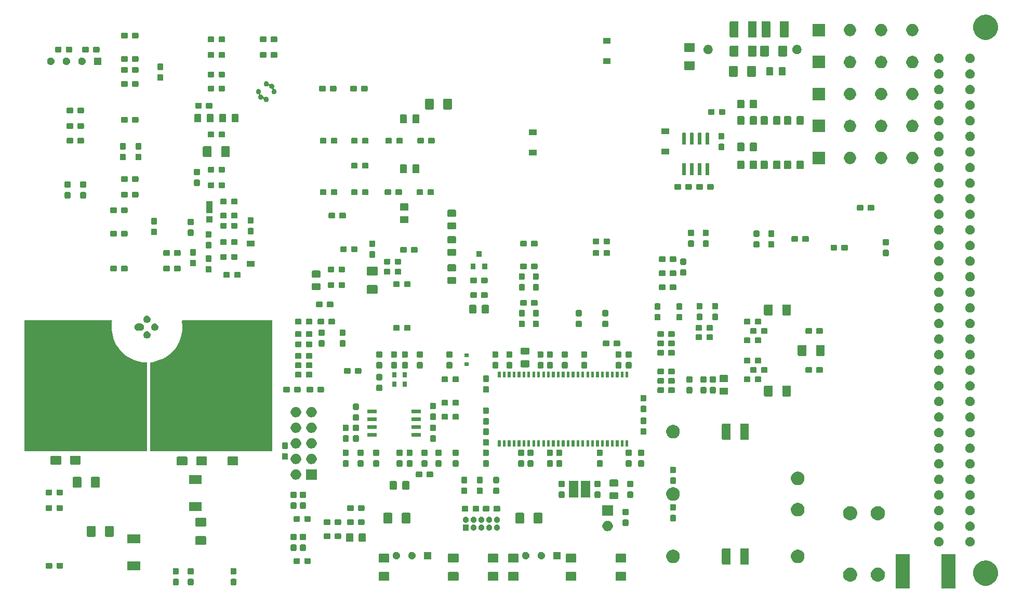
<source format=gbr>
G04 #@! TF.GenerationSoftware,KiCad,Pcbnew,5.1.5*
G04 #@! TF.CreationDate,2020-03-10T19:57:20+01:00*
G04 #@! TF.ProjectId,ETH1CDMM1,45544831-4344-44d4-9d31-2e6b69636164,rev?*
G04 #@! TF.SameCoordinates,Original*
G04 #@! TF.FileFunction,Soldermask,Bot*
G04 #@! TF.FilePolarity,Negative*
%FSLAX46Y46*%
G04 Gerber Fmt 4.6, Leading zero omitted, Abs format (unit mm)*
G04 Created by KiCad (PCBNEW 5.1.5) date 2020-03-10 19:57:20*
%MOMM*%
%LPD*%
G04 APERTURE LIST*
%ADD10C,0.100000*%
G04 APERTURE END LIST*
D10*
G36*
X222147000Y-146945000D02*
G01*
X219847000Y-146945000D01*
X219847000Y-141345000D01*
X222147000Y-141345000D01*
X222147000Y-146945000D01*
G37*
G36*
X214747000Y-146945000D02*
G01*
X212447000Y-146945000D01*
X212447000Y-141345000D01*
X214747000Y-141345000D01*
X214747000Y-146945000D01*
G37*
G36*
X227545944Y-142452520D02*
G01*
X227677963Y-142478780D01*
X228051039Y-142633314D01*
X228386799Y-142857661D01*
X228672339Y-143143201D01*
X228896686Y-143478961D01*
X228896687Y-143478963D01*
X228940355Y-143584387D01*
X229040090Y-143825166D01*
X229051220Y-143852038D01*
X229130000Y-144248091D01*
X229130000Y-144651909D01*
X229097904Y-144813265D01*
X229051220Y-145047963D01*
X228896686Y-145421039D01*
X228672339Y-145756799D01*
X228386799Y-146042339D01*
X228051039Y-146266686D01*
X227677963Y-146421220D01*
X227633596Y-146430045D01*
X227281909Y-146500000D01*
X226878091Y-146500000D01*
X226526404Y-146430045D01*
X226482037Y-146421220D01*
X226108961Y-146266686D01*
X225773201Y-146042339D01*
X225487661Y-145756799D01*
X225263314Y-145421039D01*
X225108780Y-145047963D01*
X225062096Y-144813265D01*
X225030000Y-144651909D01*
X225030000Y-144248091D01*
X225108780Y-143852038D01*
X225119911Y-143825166D01*
X225219645Y-143584387D01*
X225263313Y-143478963D01*
X225263314Y-143478961D01*
X225487661Y-143143201D01*
X225773201Y-142857661D01*
X226108961Y-142633314D01*
X226482037Y-142478780D01*
X226614056Y-142452520D01*
X226878091Y-142400000D01*
X227281909Y-142400000D01*
X227545944Y-142452520D01*
G37*
G36*
X95457024Y-145387955D02*
G01*
X95489738Y-145397879D01*
X95519885Y-145413993D01*
X95546315Y-145435685D01*
X95568007Y-145462115D01*
X95584121Y-145492262D01*
X95594045Y-145524976D01*
X95598000Y-145565138D01*
X95598000Y-146252862D01*
X95594045Y-146293024D01*
X95584121Y-146325738D01*
X95568007Y-146355885D01*
X95546315Y-146382315D01*
X95519885Y-146404007D01*
X95489738Y-146420121D01*
X95457024Y-146430045D01*
X95416862Y-146434000D01*
X94829138Y-146434000D01*
X94788976Y-146430045D01*
X94756262Y-146420121D01*
X94726115Y-146404007D01*
X94699685Y-146382315D01*
X94677993Y-146355885D01*
X94661879Y-146325738D01*
X94651955Y-146293024D01*
X94648000Y-146252862D01*
X94648000Y-145565138D01*
X94651955Y-145524976D01*
X94661879Y-145492262D01*
X94677993Y-145462115D01*
X94699685Y-145435685D01*
X94726115Y-145413993D01*
X94756262Y-145397879D01*
X94788976Y-145387955D01*
X94829138Y-145384000D01*
X95416862Y-145384000D01*
X95457024Y-145387955D01*
G37*
G36*
X104855024Y-145387955D02*
G01*
X104887738Y-145397879D01*
X104917885Y-145413993D01*
X104944315Y-145435685D01*
X104966007Y-145462115D01*
X104982121Y-145492262D01*
X104992045Y-145524976D01*
X104996000Y-145565138D01*
X104996000Y-146252862D01*
X104992045Y-146293024D01*
X104982121Y-146325738D01*
X104966007Y-146355885D01*
X104944315Y-146382315D01*
X104917885Y-146404007D01*
X104887738Y-146420121D01*
X104855024Y-146430045D01*
X104814862Y-146434000D01*
X104227138Y-146434000D01*
X104186976Y-146430045D01*
X104154262Y-146420121D01*
X104124115Y-146404007D01*
X104097685Y-146382315D01*
X104075993Y-146355885D01*
X104059879Y-146325738D01*
X104049955Y-146293024D01*
X104046000Y-146252862D01*
X104046000Y-145565138D01*
X104049955Y-145524976D01*
X104059879Y-145492262D01*
X104075993Y-145462115D01*
X104097685Y-145435685D01*
X104124115Y-145413993D01*
X104154262Y-145397879D01*
X104186976Y-145387955D01*
X104227138Y-145384000D01*
X104814862Y-145384000D01*
X104855024Y-145387955D01*
G37*
G36*
X97870024Y-145387955D02*
G01*
X97902738Y-145397879D01*
X97932885Y-145413993D01*
X97959315Y-145435685D01*
X97981007Y-145462115D01*
X97997121Y-145492262D01*
X98007045Y-145524976D01*
X98011000Y-145565138D01*
X98011000Y-146252862D01*
X98007045Y-146293024D01*
X97997121Y-146325738D01*
X97981007Y-146355885D01*
X97959315Y-146382315D01*
X97932885Y-146404007D01*
X97902738Y-146420121D01*
X97870024Y-146430045D01*
X97829862Y-146434000D01*
X97242138Y-146434000D01*
X97201976Y-146430045D01*
X97169262Y-146420121D01*
X97139115Y-146404007D01*
X97112685Y-146382315D01*
X97090993Y-146355885D01*
X97074879Y-146325738D01*
X97064955Y-146293024D01*
X97061000Y-146252862D01*
X97061000Y-145565138D01*
X97064955Y-145524976D01*
X97074879Y-145492262D01*
X97090993Y-145462115D01*
X97112685Y-145435685D01*
X97139115Y-145413993D01*
X97169262Y-145397879D01*
X97201976Y-145387955D01*
X97242138Y-145384000D01*
X97829862Y-145384000D01*
X97870024Y-145387955D01*
G37*
G36*
X205201324Y-143564731D02*
G01*
X205349443Y-143594194D01*
X205489188Y-143652079D01*
X205554942Y-143679315D01*
X205558729Y-143680884D01*
X205747082Y-143806737D01*
X205907263Y-143966918D01*
X206033116Y-144155271D01*
X206119806Y-144364557D01*
X206164000Y-144586735D01*
X206164000Y-144813265D01*
X206119806Y-145035443D01*
X206033116Y-145244729D01*
X205907263Y-145433082D01*
X205747082Y-145593263D01*
X205558729Y-145719116D01*
X205349443Y-145805806D01*
X205201324Y-145835269D01*
X205127266Y-145850000D01*
X204900734Y-145850000D01*
X204826676Y-145835269D01*
X204678557Y-145805806D01*
X204469271Y-145719116D01*
X204280918Y-145593263D01*
X204120737Y-145433082D01*
X203994884Y-145244729D01*
X203908194Y-145035443D01*
X203864000Y-144813265D01*
X203864000Y-144586735D01*
X203908194Y-144364557D01*
X203994884Y-144155271D01*
X204120737Y-143966918D01*
X204280918Y-143806737D01*
X204469271Y-143680884D01*
X204473059Y-143679315D01*
X204538812Y-143652079D01*
X204678557Y-143594194D01*
X204826676Y-143564731D01*
X204900734Y-143550000D01*
X205127266Y-143550000D01*
X205201324Y-143564731D01*
G37*
G36*
X209701324Y-143564731D02*
G01*
X209849443Y-143594194D01*
X209989188Y-143652079D01*
X210054942Y-143679315D01*
X210058729Y-143680884D01*
X210247082Y-143806737D01*
X210407263Y-143966918D01*
X210533116Y-144155271D01*
X210619806Y-144364557D01*
X210664000Y-144586735D01*
X210664000Y-144813265D01*
X210619806Y-145035443D01*
X210533116Y-145244729D01*
X210407263Y-145433082D01*
X210247082Y-145593263D01*
X210058729Y-145719116D01*
X209849443Y-145805806D01*
X209701324Y-145835269D01*
X209627266Y-145850000D01*
X209400734Y-145850000D01*
X209326676Y-145835269D01*
X209178557Y-145805806D01*
X208969271Y-145719116D01*
X208780918Y-145593263D01*
X208620737Y-145433082D01*
X208494884Y-145244729D01*
X208408194Y-145035443D01*
X208364000Y-144813265D01*
X208364000Y-144586735D01*
X208408194Y-144364557D01*
X208494884Y-144155271D01*
X208620737Y-143966918D01*
X208780918Y-143806737D01*
X208969271Y-143680884D01*
X208973059Y-143679315D01*
X209038812Y-143652079D01*
X209178557Y-143594194D01*
X209326676Y-143564731D01*
X209400734Y-143550000D01*
X209627266Y-143550000D01*
X209701324Y-143564731D01*
G37*
G36*
X168378964Y-144288837D02*
G01*
X168410525Y-144298412D01*
X168439620Y-144313963D01*
X168465115Y-144334885D01*
X168486037Y-144360380D01*
X168501588Y-144389475D01*
X168511163Y-144421036D01*
X168515000Y-144459998D01*
X168515000Y-145535002D01*
X168511163Y-145573964D01*
X168501588Y-145605525D01*
X168486037Y-145634620D01*
X168465115Y-145660115D01*
X168439620Y-145681037D01*
X168410525Y-145696588D01*
X168378964Y-145706163D01*
X168340002Y-145710000D01*
X166939998Y-145710000D01*
X166901036Y-145706163D01*
X166869475Y-145696588D01*
X166840380Y-145681037D01*
X166814885Y-145660115D01*
X166793963Y-145634620D01*
X166778412Y-145605525D01*
X166768837Y-145573964D01*
X166765000Y-145535002D01*
X166765000Y-144459998D01*
X166768837Y-144421036D01*
X166778412Y-144389475D01*
X166793963Y-144360380D01*
X166814885Y-144334885D01*
X166840380Y-144313963D01*
X166869475Y-144298412D01*
X166901036Y-144288837D01*
X166939998Y-144285000D01*
X168340002Y-144285000D01*
X168378964Y-144288837D01*
G37*
G36*
X147550964Y-144288837D02*
G01*
X147582525Y-144298412D01*
X147611620Y-144313963D01*
X147637115Y-144334885D01*
X147658037Y-144360380D01*
X147673588Y-144389475D01*
X147683163Y-144421036D01*
X147687000Y-144459998D01*
X147687000Y-145535002D01*
X147683163Y-145573964D01*
X147673588Y-145605525D01*
X147658037Y-145634620D01*
X147637115Y-145660115D01*
X147611620Y-145681037D01*
X147582525Y-145696588D01*
X147550964Y-145706163D01*
X147512002Y-145710000D01*
X146111998Y-145710000D01*
X146073036Y-145706163D01*
X146041475Y-145696588D01*
X146012380Y-145681037D01*
X145986885Y-145660115D01*
X145965963Y-145634620D01*
X145950412Y-145605525D01*
X145940837Y-145573964D01*
X145937000Y-145535002D01*
X145937000Y-144459998D01*
X145940837Y-144421036D01*
X145950412Y-144389475D01*
X145965963Y-144360380D01*
X145986885Y-144334885D01*
X146012380Y-144313963D01*
X146041475Y-144298412D01*
X146073036Y-144288837D01*
X146111998Y-144285000D01*
X147512002Y-144285000D01*
X147550964Y-144288837D01*
G37*
G36*
X141073964Y-144288837D02*
G01*
X141105525Y-144298412D01*
X141134620Y-144313963D01*
X141160115Y-144334885D01*
X141181037Y-144360380D01*
X141196588Y-144389475D01*
X141206163Y-144421036D01*
X141210000Y-144459998D01*
X141210000Y-145535002D01*
X141206163Y-145573964D01*
X141196588Y-145605525D01*
X141181037Y-145634620D01*
X141160115Y-145660115D01*
X141134620Y-145681037D01*
X141105525Y-145696588D01*
X141073964Y-145706163D01*
X141035002Y-145710000D01*
X139634998Y-145710000D01*
X139596036Y-145706163D01*
X139564475Y-145696588D01*
X139535380Y-145681037D01*
X139509885Y-145660115D01*
X139488963Y-145634620D01*
X139473412Y-145605525D01*
X139463837Y-145573964D01*
X139460000Y-145535002D01*
X139460000Y-144459998D01*
X139463837Y-144421036D01*
X139473412Y-144389475D01*
X139488963Y-144360380D01*
X139509885Y-144334885D01*
X139535380Y-144313963D01*
X139564475Y-144298412D01*
X139596036Y-144288837D01*
X139634998Y-144285000D01*
X141035002Y-144285000D01*
X141073964Y-144288837D01*
G37*
G36*
X150852964Y-144288837D02*
G01*
X150884525Y-144298412D01*
X150913620Y-144313963D01*
X150939115Y-144334885D01*
X150960037Y-144360380D01*
X150975588Y-144389475D01*
X150985163Y-144421036D01*
X150989000Y-144459998D01*
X150989000Y-145535002D01*
X150985163Y-145573964D01*
X150975588Y-145605525D01*
X150960037Y-145634620D01*
X150939115Y-145660115D01*
X150913620Y-145681037D01*
X150884525Y-145696588D01*
X150852964Y-145706163D01*
X150814002Y-145710000D01*
X149413998Y-145710000D01*
X149375036Y-145706163D01*
X149343475Y-145696588D01*
X149314380Y-145681037D01*
X149288885Y-145660115D01*
X149267963Y-145634620D01*
X149252412Y-145605525D01*
X149242837Y-145573964D01*
X149239000Y-145535002D01*
X149239000Y-144459998D01*
X149242837Y-144421036D01*
X149252412Y-144389475D01*
X149267963Y-144360380D01*
X149288885Y-144334885D01*
X149314380Y-144313963D01*
X149343475Y-144298412D01*
X149375036Y-144288837D01*
X149413998Y-144285000D01*
X150814002Y-144285000D01*
X150852964Y-144288837D01*
G37*
G36*
X160250964Y-144288837D02*
G01*
X160282525Y-144298412D01*
X160311620Y-144313963D01*
X160337115Y-144334885D01*
X160358037Y-144360380D01*
X160373588Y-144389475D01*
X160383163Y-144421036D01*
X160387000Y-144459998D01*
X160387000Y-145535002D01*
X160383163Y-145573964D01*
X160373588Y-145605525D01*
X160358037Y-145634620D01*
X160337115Y-145660115D01*
X160311620Y-145681037D01*
X160282525Y-145696588D01*
X160250964Y-145706163D01*
X160212002Y-145710000D01*
X158811998Y-145710000D01*
X158773036Y-145706163D01*
X158741475Y-145696588D01*
X158712380Y-145681037D01*
X158686885Y-145660115D01*
X158665963Y-145634620D01*
X158650412Y-145605525D01*
X158640837Y-145573964D01*
X158637000Y-145535002D01*
X158637000Y-144459998D01*
X158640837Y-144421036D01*
X158650412Y-144389475D01*
X158665963Y-144360380D01*
X158686885Y-144334885D01*
X158712380Y-144313963D01*
X158741475Y-144298412D01*
X158773036Y-144288837D01*
X158811998Y-144285000D01*
X160212002Y-144285000D01*
X160250964Y-144288837D01*
G37*
G36*
X129770964Y-144288837D02*
G01*
X129802525Y-144298412D01*
X129831620Y-144313963D01*
X129857115Y-144334885D01*
X129878037Y-144360380D01*
X129893588Y-144389475D01*
X129903163Y-144421036D01*
X129907000Y-144459998D01*
X129907000Y-145535002D01*
X129903163Y-145573964D01*
X129893588Y-145605525D01*
X129878037Y-145634620D01*
X129857115Y-145660115D01*
X129831620Y-145681037D01*
X129802525Y-145696588D01*
X129770964Y-145706163D01*
X129732002Y-145710000D01*
X128331998Y-145710000D01*
X128293036Y-145706163D01*
X128261475Y-145696588D01*
X128232380Y-145681037D01*
X128206885Y-145660115D01*
X128185963Y-145634620D01*
X128170412Y-145605525D01*
X128160837Y-145573964D01*
X128157000Y-145535002D01*
X128157000Y-144459998D01*
X128160837Y-144421036D01*
X128170412Y-144389475D01*
X128185963Y-144360380D01*
X128206885Y-144334885D01*
X128232380Y-144313963D01*
X128261475Y-144298412D01*
X128293036Y-144288837D01*
X128331998Y-144285000D01*
X129732002Y-144285000D01*
X129770964Y-144288837D01*
G37*
G36*
X97870024Y-143637955D02*
G01*
X97902738Y-143647879D01*
X97932885Y-143663993D01*
X97959315Y-143685685D01*
X97981007Y-143712115D01*
X97997121Y-143742262D01*
X98007045Y-143774976D01*
X98011000Y-143815138D01*
X98011000Y-144502862D01*
X98007045Y-144543024D01*
X97997121Y-144575738D01*
X97981007Y-144605885D01*
X97959315Y-144632315D01*
X97932885Y-144654007D01*
X97902738Y-144670121D01*
X97870024Y-144680045D01*
X97829862Y-144684000D01*
X97242138Y-144684000D01*
X97201976Y-144680045D01*
X97169262Y-144670121D01*
X97139115Y-144654007D01*
X97112685Y-144632315D01*
X97090993Y-144605885D01*
X97074879Y-144575738D01*
X97064955Y-144543024D01*
X97061000Y-144502862D01*
X97061000Y-143815138D01*
X97064955Y-143774976D01*
X97074879Y-143742262D01*
X97090993Y-143712115D01*
X97112685Y-143685685D01*
X97139115Y-143663993D01*
X97169262Y-143647879D01*
X97201976Y-143637955D01*
X97242138Y-143634000D01*
X97829862Y-143634000D01*
X97870024Y-143637955D01*
G37*
G36*
X95457024Y-143637955D02*
G01*
X95489738Y-143647879D01*
X95519885Y-143663993D01*
X95546315Y-143685685D01*
X95568007Y-143712115D01*
X95584121Y-143742262D01*
X95594045Y-143774976D01*
X95598000Y-143815138D01*
X95598000Y-144502862D01*
X95594045Y-144543024D01*
X95584121Y-144575738D01*
X95568007Y-144605885D01*
X95546315Y-144632315D01*
X95519885Y-144654007D01*
X95489738Y-144670121D01*
X95457024Y-144680045D01*
X95416862Y-144684000D01*
X94829138Y-144684000D01*
X94788976Y-144680045D01*
X94756262Y-144670121D01*
X94726115Y-144654007D01*
X94699685Y-144632315D01*
X94677993Y-144605885D01*
X94661879Y-144575738D01*
X94651955Y-144543024D01*
X94648000Y-144502862D01*
X94648000Y-143815138D01*
X94651955Y-143774976D01*
X94661879Y-143742262D01*
X94677993Y-143712115D01*
X94699685Y-143685685D01*
X94726115Y-143663993D01*
X94756262Y-143647879D01*
X94788976Y-143637955D01*
X94829138Y-143634000D01*
X95416862Y-143634000D01*
X95457024Y-143637955D01*
G37*
G36*
X104855024Y-143637955D02*
G01*
X104887738Y-143647879D01*
X104917885Y-143663993D01*
X104944315Y-143685685D01*
X104966007Y-143712115D01*
X104982121Y-143742262D01*
X104992045Y-143774976D01*
X104996000Y-143815138D01*
X104996000Y-144502862D01*
X104992045Y-144543024D01*
X104982121Y-144575738D01*
X104966007Y-144605885D01*
X104944315Y-144632315D01*
X104917885Y-144654007D01*
X104887738Y-144670121D01*
X104855024Y-144680045D01*
X104814862Y-144684000D01*
X104227138Y-144684000D01*
X104186976Y-144680045D01*
X104154262Y-144670121D01*
X104124115Y-144654007D01*
X104097685Y-144632315D01*
X104075993Y-144605885D01*
X104059879Y-144575738D01*
X104049955Y-144543024D01*
X104046000Y-144502862D01*
X104046000Y-143815138D01*
X104049955Y-143774976D01*
X104059879Y-143742262D01*
X104075993Y-143712115D01*
X104097685Y-143685685D01*
X104124115Y-143663993D01*
X104154262Y-143647879D01*
X104186976Y-143637955D01*
X104227138Y-143634000D01*
X104814862Y-143634000D01*
X104855024Y-143637955D01*
G37*
G36*
X89315000Y-143997000D02*
G01*
X87215000Y-143997000D01*
X87215000Y-142597000D01*
X89315000Y-142597000D01*
X89315000Y-143997000D01*
G37*
G36*
X74834024Y-142784955D02*
G01*
X74866738Y-142794879D01*
X74896885Y-142810993D01*
X74923315Y-142832685D01*
X74945007Y-142859115D01*
X74961121Y-142889262D01*
X74971045Y-142921976D01*
X74975000Y-142962138D01*
X74975000Y-143549862D01*
X74971045Y-143590024D01*
X74961121Y-143622738D01*
X74945007Y-143652885D01*
X74923315Y-143679315D01*
X74896885Y-143701007D01*
X74866738Y-143717121D01*
X74834024Y-143727045D01*
X74793862Y-143731000D01*
X74106138Y-143731000D01*
X74065976Y-143727045D01*
X74033262Y-143717121D01*
X74003115Y-143701007D01*
X73976685Y-143679315D01*
X73954993Y-143652885D01*
X73938879Y-143622738D01*
X73928955Y-143590024D01*
X73925000Y-143549862D01*
X73925000Y-142962138D01*
X73928955Y-142921976D01*
X73938879Y-142889262D01*
X73954993Y-142859115D01*
X73976685Y-142832685D01*
X74003115Y-142810993D01*
X74033262Y-142794879D01*
X74065976Y-142784955D01*
X74106138Y-142781000D01*
X74793862Y-142781000D01*
X74834024Y-142784955D01*
G37*
G36*
X76584024Y-142784955D02*
G01*
X76616738Y-142794879D01*
X76646885Y-142810993D01*
X76673315Y-142832685D01*
X76695007Y-142859115D01*
X76711121Y-142889262D01*
X76721045Y-142921976D01*
X76725000Y-142962138D01*
X76725000Y-143549862D01*
X76721045Y-143590024D01*
X76711121Y-143622738D01*
X76695007Y-143652885D01*
X76673315Y-143679315D01*
X76646885Y-143701007D01*
X76616738Y-143717121D01*
X76584024Y-143727045D01*
X76543862Y-143731000D01*
X75856138Y-143731000D01*
X75815976Y-143727045D01*
X75783262Y-143717121D01*
X75753115Y-143701007D01*
X75726685Y-143679315D01*
X75704993Y-143652885D01*
X75688879Y-143622738D01*
X75678955Y-143590024D01*
X75675000Y-143549862D01*
X75675000Y-142962138D01*
X75678955Y-142921976D01*
X75688879Y-142889262D01*
X75704993Y-142859115D01*
X75726685Y-142832685D01*
X75753115Y-142810993D01*
X75783262Y-142794879D01*
X75815976Y-142784955D01*
X75856138Y-142781000D01*
X76543862Y-142781000D01*
X76584024Y-142784955D01*
G37*
G36*
X188373557Y-140410823D02*
G01*
X188404980Y-140420356D01*
X188433945Y-140435838D01*
X188459330Y-140456670D01*
X188480162Y-140482055D01*
X188495644Y-140511020D01*
X188505177Y-140542443D01*
X188509000Y-140581263D01*
X188509000Y-142882737D01*
X188505177Y-142921557D01*
X188495644Y-142952980D01*
X188480162Y-142981945D01*
X188459330Y-143007330D01*
X188433945Y-143028162D01*
X188404980Y-143043644D01*
X188373557Y-143053177D01*
X188334737Y-143057000D01*
X187258263Y-143057000D01*
X187219443Y-143053177D01*
X187188020Y-143043644D01*
X187159055Y-143028162D01*
X187133670Y-143007330D01*
X187112838Y-142981945D01*
X187097356Y-142952980D01*
X187087823Y-142921557D01*
X187084000Y-142882737D01*
X187084000Y-140581263D01*
X187087823Y-140542443D01*
X187097356Y-140511020D01*
X187112838Y-140482055D01*
X187133670Y-140456670D01*
X187159055Y-140435838D01*
X187188020Y-140420356D01*
X187219443Y-140410823D01*
X187258263Y-140407000D01*
X188334737Y-140407000D01*
X188373557Y-140410823D01*
G37*
G36*
X185398557Y-140410823D02*
G01*
X185429980Y-140420356D01*
X185458945Y-140435838D01*
X185484330Y-140456670D01*
X185505162Y-140482055D01*
X185520644Y-140511020D01*
X185530177Y-140542443D01*
X185534000Y-140581263D01*
X185534000Y-142882737D01*
X185530177Y-142921557D01*
X185520644Y-142952980D01*
X185505162Y-142981945D01*
X185484330Y-143007330D01*
X185458945Y-143028162D01*
X185429980Y-143043644D01*
X185398557Y-143053177D01*
X185359737Y-143057000D01*
X184283263Y-143057000D01*
X184244443Y-143053177D01*
X184213020Y-143043644D01*
X184184055Y-143028162D01*
X184158670Y-143007330D01*
X184137838Y-142981945D01*
X184122356Y-142952980D01*
X184112823Y-142921557D01*
X184109000Y-142882737D01*
X184109000Y-140581263D01*
X184112823Y-140542443D01*
X184122356Y-140511020D01*
X184137838Y-140482055D01*
X184158670Y-140456670D01*
X184184055Y-140435838D01*
X184213020Y-140420356D01*
X184244443Y-140410823D01*
X184283263Y-140407000D01*
X185359737Y-140407000D01*
X185398557Y-140410823D01*
G37*
G36*
X116956024Y-142022955D02*
G01*
X116988738Y-142032879D01*
X117018885Y-142048993D01*
X117045315Y-142070685D01*
X117067007Y-142097115D01*
X117083121Y-142127262D01*
X117093045Y-142159976D01*
X117097000Y-142200138D01*
X117097000Y-142787862D01*
X117093045Y-142828024D01*
X117083121Y-142860738D01*
X117067007Y-142890885D01*
X117045315Y-142917315D01*
X117018885Y-142939007D01*
X116988738Y-142955121D01*
X116956024Y-142965045D01*
X116915862Y-142969000D01*
X116228138Y-142969000D01*
X116187976Y-142965045D01*
X116155262Y-142955121D01*
X116125115Y-142939007D01*
X116098685Y-142917315D01*
X116076993Y-142890885D01*
X116060879Y-142860738D01*
X116050955Y-142828024D01*
X116047000Y-142787862D01*
X116047000Y-142200138D01*
X116050955Y-142159976D01*
X116060879Y-142127262D01*
X116076993Y-142097115D01*
X116098685Y-142070685D01*
X116125115Y-142048993D01*
X116155262Y-142032879D01*
X116187976Y-142022955D01*
X116228138Y-142019000D01*
X116915862Y-142019000D01*
X116956024Y-142022955D01*
G37*
G36*
X115206024Y-142022955D02*
G01*
X115238738Y-142032879D01*
X115268885Y-142048993D01*
X115295315Y-142070685D01*
X115317007Y-142097115D01*
X115333121Y-142127262D01*
X115343045Y-142159976D01*
X115347000Y-142200138D01*
X115347000Y-142787862D01*
X115343045Y-142828024D01*
X115333121Y-142860738D01*
X115317007Y-142890885D01*
X115295315Y-142917315D01*
X115268885Y-142939007D01*
X115238738Y-142955121D01*
X115206024Y-142965045D01*
X115165862Y-142969000D01*
X114478138Y-142969000D01*
X114437976Y-142965045D01*
X114405262Y-142955121D01*
X114375115Y-142939007D01*
X114348685Y-142917315D01*
X114326993Y-142890885D01*
X114310879Y-142860738D01*
X114300955Y-142828024D01*
X114297000Y-142787862D01*
X114297000Y-142200138D01*
X114300955Y-142159976D01*
X114310879Y-142127262D01*
X114326993Y-142097115D01*
X114348685Y-142070685D01*
X114375115Y-142048993D01*
X114405262Y-142032879D01*
X114437976Y-142022955D01*
X114478138Y-142019000D01*
X115165862Y-142019000D01*
X115206024Y-142022955D01*
G37*
G36*
X196789857Y-140674272D02*
G01*
X196990043Y-140757192D01*
X196990045Y-140757193D01*
X197018847Y-140776438D01*
X197170208Y-140877574D01*
X197323426Y-141030792D01*
X197443808Y-141210957D01*
X197526728Y-141411143D01*
X197569000Y-141623658D01*
X197569000Y-141840342D01*
X197526728Y-142052857D01*
X197443808Y-142253043D01*
X197323426Y-142433208D01*
X197170208Y-142586426D01*
X197151443Y-142598964D01*
X196990045Y-142706807D01*
X196990044Y-142706808D01*
X196990043Y-142706808D01*
X196789857Y-142789728D01*
X196577342Y-142832000D01*
X196360658Y-142832000D01*
X196148143Y-142789728D01*
X195947957Y-142706808D01*
X195947956Y-142706808D01*
X195947955Y-142706807D01*
X195786557Y-142598964D01*
X195767792Y-142586426D01*
X195614574Y-142433208D01*
X195494192Y-142253043D01*
X195411272Y-142052857D01*
X195369000Y-141840342D01*
X195369000Y-141623658D01*
X195411272Y-141411143D01*
X195494192Y-141210957D01*
X195614574Y-141030792D01*
X195767792Y-140877574D01*
X195919153Y-140776438D01*
X195947955Y-140757193D01*
X195947957Y-140757192D01*
X196148143Y-140674272D01*
X196360658Y-140632000D01*
X196577342Y-140632000D01*
X196789857Y-140674272D01*
G37*
G36*
X176469857Y-140674272D02*
G01*
X176670043Y-140757192D01*
X176670045Y-140757193D01*
X176698847Y-140776438D01*
X176850208Y-140877574D01*
X177003426Y-141030792D01*
X177123808Y-141210957D01*
X177206728Y-141411143D01*
X177249000Y-141623658D01*
X177249000Y-141840342D01*
X177206728Y-142052857D01*
X177123808Y-142253043D01*
X177003426Y-142433208D01*
X176850208Y-142586426D01*
X176831443Y-142598964D01*
X176670045Y-142706807D01*
X176670044Y-142706808D01*
X176670043Y-142706808D01*
X176469857Y-142789728D01*
X176257342Y-142832000D01*
X176040658Y-142832000D01*
X175828143Y-142789728D01*
X175627957Y-142706808D01*
X175627956Y-142706808D01*
X175627955Y-142706807D01*
X175466557Y-142598964D01*
X175447792Y-142586426D01*
X175294574Y-142433208D01*
X175174192Y-142253043D01*
X175091272Y-142052857D01*
X175049000Y-141840342D01*
X175049000Y-141623658D01*
X175091272Y-141411143D01*
X175174192Y-141210957D01*
X175294574Y-141030792D01*
X175447792Y-140877574D01*
X175599153Y-140776438D01*
X175627955Y-140757193D01*
X175627957Y-140757192D01*
X175828143Y-140674272D01*
X176040658Y-140632000D01*
X176257342Y-140632000D01*
X176469857Y-140674272D01*
G37*
G36*
X160250964Y-141313837D02*
G01*
X160282525Y-141323412D01*
X160311620Y-141338963D01*
X160337115Y-141359885D01*
X160358037Y-141385380D01*
X160373588Y-141414475D01*
X160383163Y-141446036D01*
X160387000Y-141484998D01*
X160387000Y-142560002D01*
X160383163Y-142598964D01*
X160373588Y-142630525D01*
X160358037Y-142659620D01*
X160337115Y-142685115D01*
X160311620Y-142706037D01*
X160282525Y-142721588D01*
X160250964Y-142731163D01*
X160212002Y-142735000D01*
X158811998Y-142735000D01*
X158773036Y-142731163D01*
X158741475Y-142721588D01*
X158712380Y-142706037D01*
X158686885Y-142685115D01*
X158665963Y-142659620D01*
X158650412Y-142630525D01*
X158640837Y-142598964D01*
X158637000Y-142560002D01*
X158637000Y-141484998D01*
X158640837Y-141446036D01*
X158650412Y-141414475D01*
X158665963Y-141385380D01*
X158686885Y-141359885D01*
X158712380Y-141338963D01*
X158741475Y-141323412D01*
X158773036Y-141313837D01*
X158811998Y-141310000D01*
X160212002Y-141310000D01*
X160250964Y-141313837D01*
G37*
G36*
X150852964Y-141313837D02*
G01*
X150884525Y-141323412D01*
X150913620Y-141338963D01*
X150939115Y-141359885D01*
X150960037Y-141385380D01*
X150975588Y-141414475D01*
X150985163Y-141446036D01*
X150989000Y-141484998D01*
X150989000Y-142560002D01*
X150985163Y-142598964D01*
X150975588Y-142630525D01*
X150960037Y-142659620D01*
X150939115Y-142685115D01*
X150913620Y-142706037D01*
X150884525Y-142721588D01*
X150852964Y-142731163D01*
X150814002Y-142735000D01*
X149413998Y-142735000D01*
X149375036Y-142731163D01*
X149343475Y-142721588D01*
X149314380Y-142706037D01*
X149288885Y-142685115D01*
X149267963Y-142659620D01*
X149252412Y-142630525D01*
X149242837Y-142598964D01*
X149239000Y-142560002D01*
X149239000Y-141484998D01*
X149242837Y-141446036D01*
X149252412Y-141414475D01*
X149267963Y-141385380D01*
X149288885Y-141359885D01*
X149314380Y-141338963D01*
X149343475Y-141323412D01*
X149375036Y-141313837D01*
X149413998Y-141310000D01*
X150814002Y-141310000D01*
X150852964Y-141313837D01*
G37*
G36*
X147550964Y-141313837D02*
G01*
X147582525Y-141323412D01*
X147611620Y-141338963D01*
X147637115Y-141359885D01*
X147658037Y-141385380D01*
X147673588Y-141414475D01*
X147683163Y-141446036D01*
X147687000Y-141484998D01*
X147687000Y-142560002D01*
X147683163Y-142598964D01*
X147673588Y-142630525D01*
X147658037Y-142659620D01*
X147637115Y-142685115D01*
X147611620Y-142706037D01*
X147582525Y-142721588D01*
X147550964Y-142731163D01*
X147512002Y-142735000D01*
X146111998Y-142735000D01*
X146073036Y-142731163D01*
X146041475Y-142721588D01*
X146012380Y-142706037D01*
X145986885Y-142685115D01*
X145965963Y-142659620D01*
X145950412Y-142630525D01*
X145940837Y-142598964D01*
X145937000Y-142560002D01*
X145937000Y-141484998D01*
X145940837Y-141446036D01*
X145950412Y-141414475D01*
X145965963Y-141385380D01*
X145986885Y-141359885D01*
X146012380Y-141338963D01*
X146041475Y-141323412D01*
X146073036Y-141313837D01*
X146111998Y-141310000D01*
X147512002Y-141310000D01*
X147550964Y-141313837D01*
G37*
G36*
X129770964Y-141313837D02*
G01*
X129802525Y-141323412D01*
X129831620Y-141338963D01*
X129857115Y-141359885D01*
X129878037Y-141385380D01*
X129893588Y-141414475D01*
X129903163Y-141446036D01*
X129907000Y-141484998D01*
X129907000Y-142560002D01*
X129903163Y-142598964D01*
X129893588Y-142630525D01*
X129878037Y-142659620D01*
X129857115Y-142685115D01*
X129831620Y-142706037D01*
X129802525Y-142721588D01*
X129770964Y-142731163D01*
X129732002Y-142735000D01*
X128331998Y-142735000D01*
X128293036Y-142731163D01*
X128261475Y-142721588D01*
X128232380Y-142706037D01*
X128206885Y-142685115D01*
X128185963Y-142659620D01*
X128170412Y-142630525D01*
X128160837Y-142598964D01*
X128157000Y-142560002D01*
X128157000Y-141484998D01*
X128160837Y-141446036D01*
X128170412Y-141414475D01*
X128185963Y-141385380D01*
X128206885Y-141359885D01*
X128232380Y-141338963D01*
X128261475Y-141323412D01*
X128293036Y-141313837D01*
X128331998Y-141310000D01*
X129732002Y-141310000D01*
X129770964Y-141313837D01*
G37*
G36*
X168378964Y-141313837D02*
G01*
X168410525Y-141323412D01*
X168439620Y-141338963D01*
X168465115Y-141359885D01*
X168486037Y-141385380D01*
X168501588Y-141414475D01*
X168511163Y-141446036D01*
X168515000Y-141484998D01*
X168515000Y-142560002D01*
X168511163Y-142598964D01*
X168501588Y-142630525D01*
X168486037Y-142659620D01*
X168465115Y-142685115D01*
X168439620Y-142706037D01*
X168410525Y-142721588D01*
X168378964Y-142731163D01*
X168340002Y-142735000D01*
X166939998Y-142735000D01*
X166901036Y-142731163D01*
X166869475Y-142721588D01*
X166840380Y-142706037D01*
X166814885Y-142685115D01*
X166793963Y-142659620D01*
X166778412Y-142630525D01*
X166768837Y-142598964D01*
X166765000Y-142560002D01*
X166765000Y-141484998D01*
X166768837Y-141446036D01*
X166778412Y-141414475D01*
X166793963Y-141385380D01*
X166814885Y-141359885D01*
X166840380Y-141338963D01*
X166869475Y-141323412D01*
X166901036Y-141313837D01*
X166939998Y-141310000D01*
X168340002Y-141310000D01*
X168378964Y-141313837D01*
G37*
G36*
X141073964Y-141313837D02*
G01*
X141105525Y-141323412D01*
X141134620Y-141338963D01*
X141160115Y-141359885D01*
X141181037Y-141385380D01*
X141196588Y-141414475D01*
X141206163Y-141446036D01*
X141210000Y-141484998D01*
X141210000Y-142560002D01*
X141206163Y-142598964D01*
X141196588Y-142630525D01*
X141181037Y-142659620D01*
X141160115Y-142685115D01*
X141134620Y-142706037D01*
X141105525Y-142721588D01*
X141073964Y-142731163D01*
X141035002Y-142735000D01*
X139634998Y-142735000D01*
X139596036Y-142731163D01*
X139564475Y-142721588D01*
X139535380Y-142706037D01*
X139509885Y-142685115D01*
X139488963Y-142659620D01*
X139473412Y-142630525D01*
X139463837Y-142598964D01*
X139460000Y-142560002D01*
X139460000Y-141484998D01*
X139463837Y-141446036D01*
X139473412Y-141414475D01*
X139488963Y-141385380D01*
X139509885Y-141359885D01*
X139535380Y-141338963D01*
X139564475Y-141323412D01*
X139596036Y-141313837D01*
X139634998Y-141310000D01*
X141035002Y-141310000D01*
X141073964Y-141313837D01*
G37*
G36*
X157826000Y-142205000D02*
G01*
X156626000Y-142205000D01*
X156626000Y-141005000D01*
X157826000Y-141005000D01*
X157826000Y-142205000D01*
G37*
G36*
X131239013Y-141028057D02*
G01*
X131348206Y-141073286D01*
X131446477Y-141138949D01*
X131530051Y-141222523D01*
X131595714Y-141320794D01*
X131640943Y-141429987D01*
X131664000Y-141545904D01*
X131664000Y-141664096D01*
X131640943Y-141780013D01*
X131595714Y-141889206D01*
X131530051Y-141987477D01*
X131446477Y-142071051D01*
X131348206Y-142136714D01*
X131239013Y-142181943D01*
X131123096Y-142205000D01*
X131004904Y-142205000D01*
X130888987Y-142181943D01*
X130779794Y-142136714D01*
X130681523Y-142071051D01*
X130597949Y-141987477D01*
X130532286Y-141889206D01*
X130487057Y-141780013D01*
X130464000Y-141664096D01*
X130464000Y-141545904D01*
X130487057Y-141429987D01*
X130532286Y-141320794D01*
X130597949Y-141222523D01*
X130681523Y-141138949D01*
X130779794Y-141073286D01*
X130888987Y-141028057D01*
X131004904Y-141005000D01*
X131123096Y-141005000D01*
X131239013Y-141028057D01*
G37*
G36*
X133779013Y-141028057D02*
G01*
X133888206Y-141073286D01*
X133986477Y-141138949D01*
X134070051Y-141222523D01*
X134135714Y-141320794D01*
X134180943Y-141429987D01*
X134204000Y-141545904D01*
X134204000Y-141664096D01*
X134180943Y-141780013D01*
X134135714Y-141889206D01*
X134070051Y-141987477D01*
X133986477Y-142071051D01*
X133888206Y-142136714D01*
X133779013Y-142181943D01*
X133663096Y-142205000D01*
X133544904Y-142205000D01*
X133428987Y-142181943D01*
X133319794Y-142136714D01*
X133221523Y-142071051D01*
X133137949Y-141987477D01*
X133072286Y-141889206D01*
X133027057Y-141780013D01*
X133004000Y-141664096D01*
X133004000Y-141545904D01*
X133027057Y-141429987D01*
X133072286Y-141320794D01*
X133137949Y-141222523D01*
X133221523Y-141138949D01*
X133319794Y-141073286D01*
X133428987Y-141028057D01*
X133544904Y-141005000D01*
X133663096Y-141005000D01*
X133779013Y-141028057D01*
G37*
G36*
X136744000Y-142205000D02*
G01*
X135544000Y-142205000D01*
X135544000Y-141005000D01*
X136744000Y-141005000D01*
X136744000Y-142205000D01*
G37*
G36*
X152321013Y-141028057D02*
G01*
X152430206Y-141073286D01*
X152528477Y-141138949D01*
X152612051Y-141222523D01*
X152677714Y-141320794D01*
X152722943Y-141429987D01*
X152746000Y-141545904D01*
X152746000Y-141664096D01*
X152722943Y-141780013D01*
X152677714Y-141889206D01*
X152612051Y-141987477D01*
X152528477Y-142071051D01*
X152430206Y-142136714D01*
X152321013Y-142181943D01*
X152205096Y-142205000D01*
X152086904Y-142205000D01*
X151970987Y-142181943D01*
X151861794Y-142136714D01*
X151763523Y-142071051D01*
X151679949Y-141987477D01*
X151614286Y-141889206D01*
X151569057Y-141780013D01*
X151546000Y-141664096D01*
X151546000Y-141545904D01*
X151569057Y-141429987D01*
X151614286Y-141320794D01*
X151679949Y-141222523D01*
X151763523Y-141138949D01*
X151861794Y-141073286D01*
X151970987Y-141028057D01*
X152086904Y-141005000D01*
X152205096Y-141005000D01*
X152321013Y-141028057D01*
G37*
G36*
X154861013Y-141028057D02*
G01*
X154970206Y-141073286D01*
X155068477Y-141138949D01*
X155152051Y-141222523D01*
X155217714Y-141320794D01*
X155262943Y-141429987D01*
X155286000Y-141545904D01*
X155286000Y-141664096D01*
X155262943Y-141780013D01*
X155217714Y-141889206D01*
X155152051Y-141987477D01*
X155068477Y-142071051D01*
X154970206Y-142136714D01*
X154861013Y-142181943D01*
X154745096Y-142205000D01*
X154626904Y-142205000D01*
X154510987Y-142181943D01*
X154401794Y-142136714D01*
X154303523Y-142071051D01*
X154219949Y-141987477D01*
X154154286Y-141889206D01*
X154109057Y-141780013D01*
X154086000Y-141664096D01*
X154086000Y-141545904D01*
X154109057Y-141429987D01*
X154154286Y-141320794D01*
X154219949Y-141222523D01*
X154303523Y-141138949D01*
X154401794Y-141073286D01*
X154510987Y-141028057D01*
X154626904Y-141005000D01*
X154745096Y-141005000D01*
X154861013Y-141028057D01*
G37*
G36*
X114634024Y-139799955D02*
G01*
X114666738Y-139809879D01*
X114696885Y-139825993D01*
X114723315Y-139847685D01*
X114745007Y-139874115D01*
X114761121Y-139904262D01*
X114771045Y-139936976D01*
X114775000Y-139977138D01*
X114775000Y-140664862D01*
X114771045Y-140705024D01*
X114761121Y-140737738D01*
X114745007Y-140767885D01*
X114723315Y-140794315D01*
X114696885Y-140816007D01*
X114666738Y-140832121D01*
X114634024Y-140842045D01*
X114593862Y-140846000D01*
X114006138Y-140846000D01*
X113965976Y-140842045D01*
X113933262Y-140832121D01*
X113903115Y-140816007D01*
X113876685Y-140794315D01*
X113854993Y-140767885D01*
X113838879Y-140737738D01*
X113828955Y-140705024D01*
X113825000Y-140664862D01*
X113825000Y-139977138D01*
X113828955Y-139936976D01*
X113838879Y-139904262D01*
X113854993Y-139874115D01*
X113876685Y-139847685D01*
X113903115Y-139825993D01*
X113933262Y-139809879D01*
X113965976Y-139799955D01*
X114006138Y-139796000D01*
X114593862Y-139796000D01*
X114634024Y-139799955D01*
G37*
G36*
X116158024Y-139799955D02*
G01*
X116190738Y-139809879D01*
X116220885Y-139825993D01*
X116247315Y-139847685D01*
X116269007Y-139874115D01*
X116285121Y-139904262D01*
X116295045Y-139936976D01*
X116299000Y-139977138D01*
X116299000Y-140664862D01*
X116295045Y-140705024D01*
X116285121Y-140737738D01*
X116269007Y-140767885D01*
X116247315Y-140794315D01*
X116220885Y-140816007D01*
X116190738Y-140832121D01*
X116158024Y-140842045D01*
X116117862Y-140846000D01*
X115530138Y-140846000D01*
X115489976Y-140842045D01*
X115457262Y-140832121D01*
X115427115Y-140816007D01*
X115400685Y-140794315D01*
X115378993Y-140767885D01*
X115362879Y-140737738D01*
X115352955Y-140705024D01*
X115349000Y-140664862D01*
X115349000Y-139977138D01*
X115352955Y-139936976D01*
X115362879Y-139904262D01*
X115378993Y-139874115D01*
X115400685Y-139847685D01*
X115427115Y-139825993D01*
X115457262Y-139809879D01*
X115489976Y-139799955D01*
X115530138Y-139796000D01*
X116117862Y-139796000D01*
X116158024Y-139799955D01*
G37*
G36*
X224758933Y-138648273D02*
G01*
X224895527Y-138704852D01*
X224895528Y-138704853D01*
X225018461Y-138786994D01*
X225123006Y-138891539D01*
X225131889Y-138904834D01*
X225205148Y-139014473D01*
X225261727Y-139151067D01*
X225290570Y-139296074D01*
X225290570Y-139443926D01*
X225261727Y-139588933D01*
X225205148Y-139725527D01*
X225205147Y-139725528D01*
X225123006Y-139848461D01*
X225018461Y-139953006D01*
X224982345Y-139977138D01*
X224895527Y-140035148D01*
X224758933Y-140091727D01*
X224613926Y-140120570D01*
X224466074Y-140120570D01*
X224321067Y-140091727D01*
X224184473Y-140035148D01*
X224097655Y-139977138D01*
X224061539Y-139953006D01*
X223956994Y-139848461D01*
X223874853Y-139725528D01*
X223874852Y-139725527D01*
X223818273Y-139588933D01*
X223789430Y-139443926D01*
X223789430Y-139296074D01*
X223818273Y-139151067D01*
X223874852Y-139014473D01*
X223948111Y-138904834D01*
X223956994Y-138891539D01*
X224061539Y-138786994D01*
X224184472Y-138704853D01*
X224184473Y-138704852D01*
X224321067Y-138648273D01*
X224466074Y-138619430D01*
X224613926Y-138619430D01*
X224758933Y-138648273D01*
G37*
G36*
X219678933Y-138648273D02*
G01*
X219815527Y-138704852D01*
X219815528Y-138704853D01*
X219938461Y-138786994D01*
X220043006Y-138891539D01*
X220051889Y-138904834D01*
X220125148Y-139014473D01*
X220181727Y-139151067D01*
X220210570Y-139296074D01*
X220210570Y-139443926D01*
X220181727Y-139588933D01*
X220125148Y-139725527D01*
X220125147Y-139725528D01*
X220043006Y-139848461D01*
X219938461Y-139953006D01*
X219902345Y-139977138D01*
X219815527Y-140035148D01*
X219678933Y-140091727D01*
X219533926Y-140120570D01*
X219386074Y-140120570D01*
X219241067Y-140091727D01*
X219104473Y-140035148D01*
X219017655Y-139977138D01*
X218981539Y-139953006D01*
X218876994Y-139848461D01*
X218794853Y-139725528D01*
X218794852Y-139725527D01*
X218738273Y-139588933D01*
X218709430Y-139443926D01*
X218709430Y-139296074D01*
X218738273Y-139151067D01*
X218794852Y-139014473D01*
X218868111Y-138904834D01*
X218876994Y-138891539D01*
X218981539Y-138786994D01*
X219104472Y-138704853D01*
X219104473Y-138704852D01*
X219241067Y-138648273D01*
X219386074Y-138619430D01*
X219533926Y-138619430D01*
X219678933Y-138648273D01*
G37*
G36*
X99925964Y-138446837D02*
G01*
X99957525Y-138456412D01*
X99986620Y-138471963D01*
X100012115Y-138492885D01*
X100033037Y-138518380D01*
X100048588Y-138547475D01*
X100058163Y-138579036D01*
X100062000Y-138617998D01*
X100062000Y-139693002D01*
X100058163Y-139731964D01*
X100048588Y-139763525D01*
X100033037Y-139792620D01*
X100012115Y-139818115D01*
X99986620Y-139839037D01*
X99957525Y-139854588D01*
X99925964Y-139864163D01*
X99887002Y-139868000D01*
X98486998Y-139868000D01*
X98448036Y-139864163D01*
X98416475Y-139854588D01*
X98387380Y-139839037D01*
X98361885Y-139818115D01*
X98340963Y-139792620D01*
X98325412Y-139763525D01*
X98315837Y-139731964D01*
X98312000Y-139693002D01*
X98312000Y-138617998D01*
X98315837Y-138579036D01*
X98325412Y-138547475D01*
X98340963Y-138518380D01*
X98361885Y-138492885D01*
X98387380Y-138471963D01*
X98416475Y-138456412D01*
X98448036Y-138446837D01*
X98486998Y-138443000D01*
X99887002Y-138443000D01*
X99925964Y-138446837D01*
G37*
G36*
X89315000Y-139597000D02*
G01*
X87215000Y-139597000D01*
X87215000Y-138197000D01*
X89315000Y-138197000D01*
X89315000Y-139597000D01*
G37*
G36*
X123874522Y-137988039D02*
G01*
X123908057Y-137998212D01*
X123938956Y-138014728D01*
X123966043Y-138036957D01*
X123988272Y-138064044D01*
X124004788Y-138094943D01*
X124014961Y-138128478D01*
X124019000Y-138169487D01*
X124019000Y-139198513D01*
X124014961Y-139239522D01*
X124004788Y-139273057D01*
X123988272Y-139303956D01*
X123966043Y-139331043D01*
X123938956Y-139353272D01*
X123908057Y-139369788D01*
X123874522Y-139379961D01*
X123833513Y-139384000D01*
X123054487Y-139384000D01*
X123013478Y-139379961D01*
X122979943Y-139369788D01*
X122949044Y-139353272D01*
X122921957Y-139331043D01*
X122899728Y-139303956D01*
X122883212Y-139273057D01*
X122873039Y-139239522D01*
X122869000Y-139198513D01*
X122869000Y-138169487D01*
X122873039Y-138128478D01*
X122883212Y-138094943D01*
X122899728Y-138064044D01*
X122921957Y-138036957D01*
X122949044Y-138014728D01*
X122979943Y-137998212D01*
X123013478Y-137988039D01*
X123054487Y-137984000D01*
X123833513Y-137984000D01*
X123874522Y-137988039D01*
G37*
G36*
X125924522Y-137988039D02*
G01*
X125958057Y-137998212D01*
X125988956Y-138014728D01*
X126016043Y-138036957D01*
X126038272Y-138064044D01*
X126054788Y-138094943D01*
X126064961Y-138128478D01*
X126069000Y-138169487D01*
X126069000Y-139198513D01*
X126064961Y-139239522D01*
X126054788Y-139273057D01*
X126038272Y-139303956D01*
X126016043Y-139331043D01*
X125988956Y-139353272D01*
X125958057Y-139369788D01*
X125924522Y-139379961D01*
X125883513Y-139384000D01*
X125104487Y-139384000D01*
X125063478Y-139379961D01*
X125029943Y-139369788D01*
X124999044Y-139353272D01*
X124971957Y-139331043D01*
X124949728Y-139303956D01*
X124933212Y-139273057D01*
X124923039Y-139239522D01*
X124919000Y-139198513D01*
X124919000Y-138169487D01*
X124923039Y-138128478D01*
X124933212Y-138094943D01*
X124949728Y-138064044D01*
X124971957Y-138036957D01*
X124999044Y-138014728D01*
X125029943Y-137998212D01*
X125063478Y-137988039D01*
X125104487Y-137984000D01*
X125883513Y-137984000D01*
X125924522Y-137988039D01*
G37*
G36*
X116158024Y-138049955D02*
G01*
X116190738Y-138059879D01*
X116220885Y-138075993D01*
X116247315Y-138097685D01*
X116269007Y-138124115D01*
X116285121Y-138154262D01*
X116295045Y-138186976D01*
X116299000Y-138227138D01*
X116299000Y-138914862D01*
X116295045Y-138955024D01*
X116285121Y-138987738D01*
X116269007Y-139017885D01*
X116247315Y-139044315D01*
X116220885Y-139066007D01*
X116190738Y-139082121D01*
X116158024Y-139092045D01*
X116117862Y-139096000D01*
X115530138Y-139096000D01*
X115489976Y-139092045D01*
X115457262Y-139082121D01*
X115427115Y-139066007D01*
X115400685Y-139044315D01*
X115378993Y-139017885D01*
X115362879Y-138987738D01*
X115352955Y-138955024D01*
X115349000Y-138914862D01*
X115349000Y-138227138D01*
X115352955Y-138186976D01*
X115362879Y-138154262D01*
X115378993Y-138124115D01*
X115400685Y-138097685D01*
X115427115Y-138075993D01*
X115457262Y-138059879D01*
X115489976Y-138049955D01*
X115530138Y-138046000D01*
X116117862Y-138046000D01*
X116158024Y-138049955D01*
G37*
G36*
X114634024Y-138049955D02*
G01*
X114666738Y-138059879D01*
X114696885Y-138075993D01*
X114723315Y-138097685D01*
X114745007Y-138124115D01*
X114761121Y-138154262D01*
X114771045Y-138186976D01*
X114775000Y-138227138D01*
X114775000Y-138914862D01*
X114771045Y-138955024D01*
X114761121Y-138987738D01*
X114745007Y-139017885D01*
X114723315Y-139044315D01*
X114696885Y-139066007D01*
X114666738Y-139082121D01*
X114634024Y-139092045D01*
X114593862Y-139096000D01*
X114006138Y-139096000D01*
X113965976Y-139092045D01*
X113933262Y-139082121D01*
X113903115Y-139066007D01*
X113876685Y-139044315D01*
X113854993Y-139017885D01*
X113838879Y-138987738D01*
X113828955Y-138955024D01*
X113825000Y-138914862D01*
X113825000Y-138227138D01*
X113828955Y-138186976D01*
X113838879Y-138154262D01*
X113854993Y-138124115D01*
X113876685Y-138097685D01*
X113903115Y-138075993D01*
X113933262Y-138059879D01*
X113965976Y-138049955D01*
X114006138Y-138046000D01*
X114593862Y-138046000D01*
X114634024Y-138049955D01*
G37*
G36*
X121909024Y-137958955D02*
G01*
X121941738Y-137968879D01*
X121971885Y-137984993D01*
X121998315Y-138006685D01*
X122020007Y-138033115D01*
X122036121Y-138063262D01*
X122046045Y-138095976D01*
X122050000Y-138136138D01*
X122050000Y-138723862D01*
X122046045Y-138764024D01*
X122036121Y-138796738D01*
X122020007Y-138826885D01*
X121998315Y-138853315D01*
X121971885Y-138875007D01*
X121941738Y-138891121D01*
X121909024Y-138901045D01*
X121868862Y-138905000D01*
X121181138Y-138905000D01*
X121140976Y-138901045D01*
X121108262Y-138891121D01*
X121078115Y-138875007D01*
X121051685Y-138853315D01*
X121029993Y-138826885D01*
X121013879Y-138796738D01*
X121003955Y-138764024D01*
X121000000Y-138723862D01*
X121000000Y-138136138D01*
X121003955Y-138095976D01*
X121013879Y-138063262D01*
X121029993Y-138033115D01*
X121051685Y-138006685D01*
X121078115Y-137984993D01*
X121108262Y-137968879D01*
X121140976Y-137958955D01*
X121181138Y-137955000D01*
X121868862Y-137955000D01*
X121909024Y-137958955D01*
G37*
G36*
X120159024Y-137958955D02*
G01*
X120191738Y-137968879D01*
X120221885Y-137984993D01*
X120248315Y-138006685D01*
X120270007Y-138033115D01*
X120286121Y-138063262D01*
X120296045Y-138095976D01*
X120300000Y-138136138D01*
X120300000Y-138723862D01*
X120296045Y-138764024D01*
X120286121Y-138796738D01*
X120270007Y-138826885D01*
X120248315Y-138853315D01*
X120221885Y-138875007D01*
X120191738Y-138891121D01*
X120159024Y-138901045D01*
X120118862Y-138905000D01*
X119431138Y-138905000D01*
X119390976Y-138901045D01*
X119358262Y-138891121D01*
X119328115Y-138875007D01*
X119301685Y-138853315D01*
X119279993Y-138826885D01*
X119263879Y-138796738D01*
X119253955Y-138764024D01*
X119250000Y-138723862D01*
X119250000Y-138136138D01*
X119253955Y-138095976D01*
X119263879Y-138063262D01*
X119279993Y-138033115D01*
X119301685Y-138006685D01*
X119328115Y-137984993D01*
X119358262Y-137968879D01*
X119390976Y-137958955D01*
X119431138Y-137955000D01*
X120118862Y-137955000D01*
X120159024Y-137958955D01*
G37*
G36*
X84867964Y-136796837D02*
G01*
X84899525Y-136806412D01*
X84928620Y-136821963D01*
X84954115Y-136842885D01*
X84975037Y-136868380D01*
X84990588Y-136897475D01*
X85000163Y-136929036D01*
X85004000Y-136967998D01*
X85004000Y-138368002D01*
X85000163Y-138406964D01*
X84990588Y-138438525D01*
X84975037Y-138467620D01*
X84954115Y-138493115D01*
X84928620Y-138514037D01*
X84899525Y-138529588D01*
X84867964Y-138539163D01*
X84829002Y-138543000D01*
X83753998Y-138543000D01*
X83715036Y-138539163D01*
X83683475Y-138529588D01*
X83654380Y-138514037D01*
X83628885Y-138493115D01*
X83607963Y-138467620D01*
X83592412Y-138438525D01*
X83582837Y-138406964D01*
X83579000Y-138368002D01*
X83579000Y-136967998D01*
X83582837Y-136929036D01*
X83592412Y-136897475D01*
X83607963Y-136868380D01*
X83628885Y-136842885D01*
X83654380Y-136821963D01*
X83683475Y-136806412D01*
X83715036Y-136796837D01*
X83753998Y-136793000D01*
X84829002Y-136793000D01*
X84867964Y-136796837D01*
G37*
G36*
X81892964Y-136796837D02*
G01*
X81924525Y-136806412D01*
X81953620Y-136821963D01*
X81979115Y-136842885D01*
X82000037Y-136868380D01*
X82015588Y-136897475D01*
X82025163Y-136929036D01*
X82029000Y-136967998D01*
X82029000Y-138368002D01*
X82025163Y-138406964D01*
X82015588Y-138438525D01*
X82000037Y-138467620D01*
X81979115Y-138493115D01*
X81953620Y-138514037D01*
X81924525Y-138529588D01*
X81892964Y-138539163D01*
X81854002Y-138543000D01*
X80778998Y-138543000D01*
X80740036Y-138539163D01*
X80708475Y-138529588D01*
X80679380Y-138514037D01*
X80653885Y-138493115D01*
X80632963Y-138467620D01*
X80617412Y-138438525D01*
X80607837Y-138406964D01*
X80604000Y-138368002D01*
X80604000Y-136967998D01*
X80607837Y-136929036D01*
X80617412Y-136897475D01*
X80632963Y-136868380D01*
X80653885Y-136842885D01*
X80679380Y-136821963D01*
X80708475Y-136806412D01*
X80740036Y-136796837D01*
X80778998Y-136793000D01*
X81854002Y-136793000D01*
X81892964Y-136796837D01*
G37*
G36*
X165728935Y-135961664D02*
G01*
X165883624Y-136025739D01*
X165883626Y-136025740D01*
X166022844Y-136118762D01*
X166141238Y-136237156D01*
X166217667Y-136351541D01*
X166234261Y-136376376D01*
X166298336Y-136531065D01*
X166331000Y-136695281D01*
X166331000Y-136862719D01*
X166298336Y-137026935D01*
X166235413Y-137178843D01*
X166234260Y-137181626D01*
X166141238Y-137320844D01*
X166022844Y-137439238D01*
X165883626Y-137532260D01*
X165883625Y-137532261D01*
X165883624Y-137532261D01*
X165728935Y-137596336D01*
X165564719Y-137629000D01*
X165397281Y-137629000D01*
X165233065Y-137596336D01*
X165078376Y-137532261D01*
X165078375Y-137532261D01*
X165078374Y-137532260D01*
X164939156Y-137439238D01*
X164820762Y-137320844D01*
X164727740Y-137181626D01*
X164726587Y-137178843D01*
X164663664Y-137026935D01*
X164631000Y-136862719D01*
X164631000Y-136695281D01*
X164663664Y-136531065D01*
X164727739Y-136376376D01*
X164744333Y-136351541D01*
X164820762Y-136237156D01*
X164939156Y-136118762D01*
X165078374Y-136025740D01*
X165078376Y-136025739D01*
X165233065Y-135961664D01*
X165397281Y-135929000D01*
X165564719Y-135929000D01*
X165728935Y-135961664D01*
G37*
G36*
X224758933Y-136108273D02*
G01*
X224895527Y-136164852D01*
X224956576Y-136205644D01*
X225018461Y-136246994D01*
X225123006Y-136351539D01*
X225141486Y-136379196D01*
X225205148Y-136474473D01*
X225261727Y-136611067D01*
X225290570Y-136756074D01*
X225290570Y-136903926D01*
X225261727Y-137048933D01*
X225205148Y-137185527D01*
X225205147Y-137185528D01*
X225123006Y-137308461D01*
X225018461Y-137413006D01*
X225005934Y-137421376D01*
X224895527Y-137495148D01*
X224758933Y-137551727D01*
X224613926Y-137580570D01*
X224466074Y-137580570D01*
X224321067Y-137551727D01*
X224184473Y-137495148D01*
X224074066Y-137421376D01*
X224061539Y-137413006D01*
X223956994Y-137308461D01*
X223874853Y-137185528D01*
X223874852Y-137185527D01*
X223818273Y-137048933D01*
X223789430Y-136903926D01*
X223789430Y-136756074D01*
X223818273Y-136611067D01*
X223874852Y-136474473D01*
X223938514Y-136379196D01*
X223956994Y-136351539D01*
X224061539Y-136246994D01*
X224123424Y-136205644D01*
X224184473Y-136164852D01*
X224321067Y-136108273D01*
X224466074Y-136079430D01*
X224613926Y-136079430D01*
X224758933Y-136108273D01*
G37*
G36*
X219678933Y-136108273D02*
G01*
X219815527Y-136164852D01*
X219876576Y-136205644D01*
X219938461Y-136246994D01*
X220043006Y-136351539D01*
X220061486Y-136379196D01*
X220125148Y-136474473D01*
X220181727Y-136611067D01*
X220210570Y-136756074D01*
X220210570Y-136903926D01*
X220181727Y-137048933D01*
X220125148Y-137185527D01*
X220125147Y-137185528D01*
X220043006Y-137308461D01*
X219938461Y-137413006D01*
X219925934Y-137421376D01*
X219815527Y-137495148D01*
X219678933Y-137551727D01*
X219533926Y-137580570D01*
X219386074Y-137580570D01*
X219241067Y-137551727D01*
X219104473Y-137495148D01*
X218994066Y-137421376D01*
X218981539Y-137413006D01*
X218876994Y-137308461D01*
X218794853Y-137185528D01*
X218794852Y-137185527D01*
X218738273Y-137048933D01*
X218709430Y-136903926D01*
X218709430Y-136756074D01*
X218738273Y-136611067D01*
X218794852Y-136474473D01*
X218858514Y-136379196D01*
X218876994Y-136351539D01*
X218981539Y-136246994D01*
X219043424Y-136205644D01*
X219104473Y-136164852D01*
X219241067Y-136108273D01*
X219386074Y-136079430D01*
X219533926Y-136079430D01*
X219678933Y-136108273D01*
G37*
G36*
X146322843Y-136552214D02*
G01*
X146322846Y-136552215D01*
X146322845Y-136552215D01*
X146413839Y-136589906D01*
X146445508Y-136611067D01*
X146495730Y-136644624D01*
X146565376Y-136714270D01*
X146576097Y-136730315D01*
X146614992Y-136788525D01*
X146620095Y-136796163D01*
X146657786Y-136887157D01*
X146677000Y-136983753D01*
X146677000Y-137082247D01*
X146657786Y-137178843D01*
X146620095Y-137269837D01*
X146565376Y-137351730D01*
X146495730Y-137421376D01*
X146455063Y-137448549D01*
X146413839Y-137476094D01*
X146413838Y-137476095D01*
X146413837Y-137476095D01*
X146322843Y-137513786D01*
X146226247Y-137533000D01*
X146127753Y-137533000D01*
X146031157Y-137513786D01*
X145940163Y-137476095D01*
X145940162Y-137476095D01*
X145940161Y-137476094D01*
X145898937Y-137448549D01*
X145858270Y-137421376D01*
X145788624Y-137351730D01*
X145733905Y-137269837D01*
X145696214Y-137178843D01*
X145677000Y-137082247D01*
X145677000Y-136983753D01*
X145696214Y-136887157D01*
X145733905Y-136796163D01*
X145739009Y-136788525D01*
X145777903Y-136730315D01*
X145788624Y-136714270D01*
X145858270Y-136644624D01*
X145908492Y-136611067D01*
X145940161Y-136589906D01*
X146031155Y-136552215D01*
X146031154Y-136552215D01*
X146031157Y-136552214D01*
X146127753Y-136533000D01*
X146226247Y-136533000D01*
X146322843Y-136552214D01*
G37*
G36*
X145052843Y-136552214D02*
G01*
X145052846Y-136552215D01*
X145052845Y-136552215D01*
X145143839Y-136589906D01*
X145175508Y-136611067D01*
X145225730Y-136644624D01*
X145295376Y-136714270D01*
X145306097Y-136730315D01*
X145344992Y-136788525D01*
X145350095Y-136796163D01*
X145387786Y-136887157D01*
X145407000Y-136983753D01*
X145407000Y-137082247D01*
X145387786Y-137178843D01*
X145350095Y-137269837D01*
X145295376Y-137351730D01*
X145225730Y-137421376D01*
X145185063Y-137448549D01*
X145143839Y-137476094D01*
X145143838Y-137476095D01*
X145143837Y-137476095D01*
X145052843Y-137513786D01*
X144956247Y-137533000D01*
X144857753Y-137533000D01*
X144761157Y-137513786D01*
X144670163Y-137476095D01*
X144670162Y-137476095D01*
X144670161Y-137476094D01*
X144628937Y-137448549D01*
X144588270Y-137421376D01*
X144518624Y-137351730D01*
X144463905Y-137269837D01*
X144426214Y-137178843D01*
X144407000Y-137082247D01*
X144407000Y-136983753D01*
X144426214Y-136887157D01*
X144463905Y-136796163D01*
X144469009Y-136788525D01*
X144507903Y-136730315D01*
X144518624Y-136714270D01*
X144588270Y-136644624D01*
X144638492Y-136611067D01*
X144670161Y-136589906D01*
X144761155Y-136552215D01*
X144761154Y-136552215D01*
X144761157Y-136552214D01*
X144857753Y-136533000D01*
X144956247Y-136533000D01*
X145052843Y-136552214D01*
G37*
G36*
X143782843Y-136552214D02*
G01*
X143782846Y-136552215D01*
X143782845Y-136552215D01*
X143873839Y-136589906D01*
X143905508Y-136611067D01*
X143955730Y-136644624D01*
X144025376Y-136714270D01*
X144036097Y-136730315D01*
X144074992Y-136788525D01*
X144080095Y-136796163D01*
X144117786Y-136887157D01*
X144137000Y-136983753D01*
X144137000Y-137082247D01*
X144117786Y-137178843D01*
X144080095Y-137269837D01*
X144025376Y-137351730D01*
X143955730Y-137421376D01*
X143915063Y-137448549D01*
X143873839Y-137476094D01*
X143873838Y-137476095D01*
X143873837Y-137476095D01*
X143782843Y-137513786D01*
X143686247Y-137533000D01*
X143587753Y-137533000D01*
X143491157Y-137513786D01*
X143400163Y-137476095D01*
X143400162Y-137476095D01*
X143400161Y-137476094D01*
X143358937Y-137448549D01*
X143318270Y-137421376D01*
X143248624Y-137351730D01*
X143193905Y-137269837D01*
X143156214Y-137178843D01*
X143137000Y-137082247D01*
X143137000Y-136983753D01*
X143156214Y-136887157D01*
X143193905Y-136796163D01*
X143199009Y-136788525D01*
X143237903Y-136730315D01*
X143248624Y-136714270D01*
X143318270Y-136644624D01*
X143368492Y-136611067D01*
X143400161Y-136589906D01*
X143491155Y-136552215D01*
X143491154Y-136552215D01*
X143491157Y-136552214D01*
X143587753Y-136533000D01*
X143686247Y-136533000D01*
X143782843Y-136552214D01*
G37*
G36*
X142867000Y-137533000D02*
G01*
X141867000Y-137533000D01*
X141867000Y-136533000D01*
X142867000Y-136533000D01*
X142867000Y-137533000D01*
G37*
G36*
X147592843Y-136552214D02*
G01*
X147592846Y-136552215D01*
X147592845Y-136552215D01*
X147683839Y-136589906D01*
X147715508Y-136611067D01*
X147765730Y-136644624D01*
X147835376Y-136714270D01*
X147846097Y-136730315D01*
X147884992Y-136788525D01*
X147890095Y-136796163D01*
X147927786Y-136887157D01*
X147947000Y-136983753D01*
X147947000Y-137082247D01*
X147927786Y-137178843D01*
X147890095Y-137269837D01*
X147835376Y-137351730D01*
X147765730Y-137421376D01*
X147725063Y-137448549D01*
X147683839Y-137476094D01*
X147683838Y-137476095D01*
X147683837Y-137476095D01*
X147592843Y-137513786D01*
X147496247Y-137533000D01*
X147397753Y-137533000D01*
X147301157Y-137513786D01*
X147210163Y-137476095D01*
X147210162Y-137476095D01*
X147210161Y-137476094D01*
X147168937Y-137448549D01*
X147128270Y-137421376D01*
X147058624Y-137351730D01*
X147003905Y-137269837D01*
X146966214Y-137178843D01*
X146947000Y-137082247D01*
X146947000Y-136983753D01*
X146966214Y-136887157D01*
X147003905Y-136796163D01*
X147009009Y-136788525D01*
X147047903Y-136730315D01*
X147058624Y-136714270D01*
X147128270Y-136644624D01*
X147178492Y-136611067D01*
X147210161Y-136589906D01*
X147301155Y-136552215D01*
X147301154Y-136552215D01*
X147301157Y-136552214D01*
X147397753Y-136533000D01*
X147496247Y-136533000D01*
X147592843Y-136552214D01*
G37*
G36*
X99925964Y-135471837D02*
G01*
X99957525Y-135481412D01*
X99986620Y-135496963D01*
X100012115Y-135517885D01*
X100033037Y-135543380D01*
X100048588Y-135572475D01*
X100058163Y-135604036D01*
X100062000Y-135642998D01*
X100062000Y-136718002D01*
X100058163Y-136756964D01*
X100048588Y-136788525D01*
X100033037Y-136817620D01*
X100012115Y-136843115D01*
X99986620Y-136864037D01*
X99957525Y-136879588D01*
X99925964Y-136889163D01*
X99887002Y-136893000D01*
X98486998Y-136893000D01*
X98448036Y-136889163D01*
X98416475Y-136879588D01*
X98387380Y-136864037D01*
X98361885Y-136843115D01*
X98340963Y-136817620D01*
X98325412Y-136788525D01*
X98315837Y-136756964D01*
X98312000Y-136718002D01*
X98312000Y-135642998D01*
X98315837Y-135604036D01*
X98325412Y-135572475D01*
X98340963Y-135543380D01*
X98361885Y-135517885D01*
X98387380Y-135496963D01*
X98416475Y-135481412D01*
X98448036Y-135471837D01*
X98486998Y-135468000D01*
X99887002Y-135468000D01*
X99925964Y-135471837D01*
G37*
G36*
X168736024Y-135735955D02*
G01*
X168768738Y-135745879D01*
X168798885Y-135761993D01*
X168825315Y-135783685D01*
X168847007Y-135810115D01*
X168863121Y-135840262D01*
X168873045Y-135872976D01*
X168877000Y-135913138D01*
X168877000Y-136600862D01*
X168873045Y-136641024D01*
X168863121Y-136673738D01*
X168847007Y-136703885D01*
X168825315Y-136730315D01*
X168798885Y-136752007D01*
X168768738Y-136768121D01*
X168736024Y-136778045D01*
X168695862Y-136782000D01*
X168108138Y-136782000D01*
X168067976Y-136778045D01*
X168035262Y-136768121D01*
X168005115Y-136752007D01*
X167978685Y-136730315D01*
X167956993Y-136703885D01*
X167940879Y-136673738D01*
X167930955Y-136641024D01*
X167927000Y-136600862D01*
X167927000Y-135913138D01*
X167930955Y-135872976D01*
X167940879Y-135840262D01*
X167956993Y-135810115D01*
X167978685Y-135783685D01*
X168005115Y-135761993D01*
X168035262Y-135745879D01*
X168067976Y-135735955D01*
X168108138Y-135732000D01*
X168695862Y-135732000D01*
X168736024Y-135735955D01*
G37*
G36*
X125719024Y-135672955D02*
G01*
X125751738Y-135682879D01*
X125781885Y-135698993D01*
X125808315Y-135720685D01*
X125830007Y-135747115D01*
X125846121Y-135777262D01*
X125856045Y-135809976D01*
X125860000Y-135850138D01*
X125860000Y-136437862D01*
X125856045Y-136478024D01*
X125846121Y-136510738D01*
X125830007Y-136540885D01*
X125808315Y-136567315D01*
X125781885Y-136589007D01*
X125751738Y-136605121D01*
X125719024Y-136615045D01*
X125678862Y-136619000D01*
X124991138Y-136619000D01*
X124950976Y-136615045D01*
X124918262Y-136605121D01*
X124888115Y-136589007D01*
X124861685Y-136567315D01*
X124839993Y-136540885D01*
X124823879Y-136510738D01*
X124813955Y-136478024D01*
X124810000Y-136437862D01*
X124810000Y-135850138D01*
X124813955Y-135809976D01*
X124823879Y-135777262D01*
X124839993Y-135747115D01*
X124861685Y-135720685D01*
X124888115Y-135698993D01*
X124918262Y-135682879D01*
X124950976Y-135672955D01*
X124991138Y-135669000D01*
X125678862Y-135669000D01*
X125719024Y-135672955D01*
G37*
G36*
X123969024Y-135672955D02*
G01*
X124001738Y-135682879D01*
X124031885Y-135698993D01*
X124058315Y-135720685D01*
X124080007Y-135747115D01*
X124096121Y-135777262D01*
X124106045Y-135809976D01*
X124110000Y-135850138D01*
X124110000Y-136437862D01*
X124106045Y-136478024D01*
X124096121Y-136510738D01*
X124080007Y-136540885D01*
X124058315Y-136567315D01*
X124031885Y-136589007D01*
X124001738Y-136605121D01*
X123969024Y-136615045D01*
X123928862Y-136619000D01*
X123241138Y-136619000D01*
X123200976Y-136615045D01*
X123168262Y-136605121D01*
X123138115Y-136589007D01*
X123111685Y-136567315D01*
X123089993Y-136540885D01*
X123073879Y-136510738D01*
X123063955Y-136478024D01*
X123060000Y-136437862D01*
X123060000Y-135850138D01*
X123063955Y-135809976D01*
X123073879Y-135777262D01*
X123089993Y-135747115D01*
X123111685Y-135720685D01*
X123138115Y-135698993D01*
X123168262Y-135682879D01*
X123200976Y-135672955D01*
X123241138Y-135669000D01*
X123928862Y-135669000D01*
X123969024Y-135672955D01*
G37*
G36*
X121909024Y-135672955D02*
G01*
X121941738Y-135682879D01*
X121971885Y-135698993D01*
X121998315Y-135720685D01*
X122020007Y-135747115D01*
X122036121Y-135777262D01*
X122046045Y-135809976D01*
X122050000Y-135850138D01*
X122050000Y-136437862D01*
X122046045Y-136478024D01*
X122036121Y-136510738D01*
X122020007Y-136540885D01*
X121998315Y-136567315D01*
X121971885Y-136589007D01*
X121941738Y-136605121D01*
X121909024Y-136615045D01*
X121868862Y-136619000D01*
X121181138Y-136619000D01*
X121140976Y-136615045D01*
X121108262Y-136605121D01*
X121078115Y-136589007D01*
X121051685Y-136567315D01*
X121029993Y-136540885D01*
X121013879Y-136510738D01*
X121003955Y-136478024D01*
X121000000Y-136437862D01*
X121000000Y-135850138D01*
X121003955Y-135809976D01*
X121013879Y-135777262D01*
X121029993Y-135747115D01*
X121051685Y-135720685D01*
X121078115Y-135698993D01*
X121108262Y-135682879D01*
X121140976Y-135672955D01*
X121181138Y-135669000D01*
X121868862Y-135669000D01*
X121909024Y-135672955D01*
G37*
G36*
X120159024Y-135672955D02*
G01*
X120191738Y-135682879D01*
X120221885Y-135698993D01*
X120248315Y-135720685D01*
X120270007Y-135747115D01*
X120286121Y-135777262D01*
X120296045Y-135809976D01*
X120300000Y-135850138D01*
X120300000Y-136437862D01*
X120296045Y-136478024D01*
X120286121Y-136510738D01*
X120270007Y-136540885D01*
X120248315Y-136567315D01*
X120221885Y-136589007D01*
X120191738Y-136605121D01*
X120159024Y-136615045D01*
X120118862Y-136619000D01*
X119431138Y-136619000D01*
X119390976Y-136615045D01*
X119358262Y-136605121D01*
X119328115Y-136589007D01*
X119301685Y-136567315D01*
X119279993Y-136540885D01*
X119263879Y-136510738D01*
X119253955Y-136478024D01*
X119250000Y-136437862D01*
X119250000Y-135850138D01*
X119253955Y-135809976D01*
X119263879Y-135777262D01*
X119279993Y-135747115D01*
X119301685Y-135720685D01*
X119328115Y-135698993D01*
X119358262Y-135682879D01*
X119390976Y-135672955D01*
X119431138Y-135669000D01*
X120118862Y-135669000D01*
X120159024Y-135672955D01*
G37*
G36*
X133218464Y-134637837D02*
G01*
X133250025Y-134647412D01*
X133279120Y-134662963D01*
X133304615Y-134683885D01*
X133325537Y-134709380D01*
X133341088Y-134738475D01*
X133350663Y-134770036D01*
X133354500Y-134808998D01*
X133354500Y-136209002D01*
X133350663Y-136247964D01*
X133341088Y-136279525D01*
X133325537Y-136308620D01*
X133304615Y-136334115D01*
X133279120Y-136355037D01*
X133250025Y-136370588D01*
X133218464Y-136380163D01*
X133179502Y-136384000D01*
X132104498Y-136384000D01*
X132065536Y-136380163D01*
X132033975Y-136370588D01*
X132004880Y-136355037D01*
X131979385Y-136334115D01*
X131958463Y-136308620D01*
X131942912Y-136279525D01*
X131933337Y-136247964D01*
X131929500Y-136209002D01*
X131929500Y-134808998D01*
X131933337Y-134770036D01*
X131942912Y-134738475D01*
X131958463Y-134709380D01*
X131979385Y-134683885D01*
X132004880Y-134662963D01*
X132033975Y-134647412D01*
X132065536Y-134637837D01*
X132104498Y-134634000D01*
X133179502Y-134634000D01*
X133218464Y-134637837D01*
G37*
G36*
X130243464Y-134637837D02*
G01*
X130275025Y-134647412D01*
X130304120Y-134662963D01*
X130329615Y-134683885D01*
X130350537Y-134709380D01*
X130366088Y-134738475D01*
X130375663Y-134770036D01*
X130379500Y-134808998D01*
X130379500Y-136209002D01*
X130375663Y-136247964D01*
X130366088Y-136279525D01*
X130350537Y-136308620D01*
X130329615Y-136334115D01*
X130304120Y-136355037D01*
X130275025Y-136370588D01*
X130243464Y-136380163D01*
X130204502Y-136384000D01*
X129129498Y-136384000D01*
X129090536Y-136380163D01*
X129058975Y-136370588D01*
X129029880Y-136355037D01*
X129004385Y-136334115D01*
X128983463Y-136308620D01*
X128967912Y-136279525D01*
X128958337Y-136247964D01*
X128954500Y-136209002D01*
X128954500Y-134808998D01*
X128958337Y-134770036D01*
X128967912Y-134738475D01*
X128983463Y-134709380D01*
X129004385Y-134683885D01*
X129029880Y-134662963D01*
X129058975Y-134647412D01*
X129090536Y-134637837D01*
X129129498Y-134634000D01*
X130204502Y-134634000D01*
X130243464Y-134637837D01*
G37*
G36*
X151742964Y-134637837D02*
G01*
X151774525Y-134647412D01*
X151803620Y-134662963D01*
X151829115Y-134683885D01*
X151850037Y-134709380D01*
X151865588Y-134738475D01*
X151875163Y-134770036D01*
X151879000Y-134808998D01*
X151879000Y-136209002D01*
X151875163Y-136247964D01*
X151865588Y-136279525D01*
X151850037Y-136308620D01*
X151829115Y-136334115D01*
X151803620Y-136355037D01*
X151774525Y-136370588D01*
X151742964Y-136380163D01*
X151704002Y-136384000D01*
X150628998Y-136384000D01*
X150590036Y-136380163D01*
X150558475Y-136370588D01*
X150529380Y-136355037D01*
X150503885Y-136334115D01*
X150482963Y-136308620D01*
X150467412Y-136279525D01*
X150457837Y-136247964D01*
X150454000Y-136209002D01*
X150454000Y-134808998D01*
X150457837Y-134770036D01*
X150467412Y-134738475D01*
X150482963Y-134709380D01*
X150503885Y-134683885D01*
X150529380Y-134662963D01*
X150558475Y-134647412D01*
X150590036Y-134637837D01*
X150628998Y-134634000D01*
X151704002Y-134634000D01*
X151742964Y-134637837D01*
G37*
G36*
X154717964Y-134637837D02*
G01*
X154749525Y-134647412D01*
X154778620Y-134662963D01*
X154804115Y-134683885D01*
X154825037Y-134709380D01*
X154840588Y-134738475D01*
X154850163Y-134770036D01*
X154854000Y-134808998D01*
X154854000Y-136209002D01*
X154850163Y-136247964D01*
X154840588Y-136279525D01*
X154825037Y-136308620D01*
X154804115Y-136334115D01*
X154778620Y-136355037D01*
X154749525Y-136370588D01*
X154717964Y-136380163D01*
X154679002Y-136384000D01*
X153603998Y-136384000D01*
X153565036Y-136380163D01*
X153533475Y-136370588D01*
X153504380Y-136355037D01*
X153478885Y-136334115D01*
X153457963Y-136308620D01*
X153442412Y-136279525D01*
X153432837Y-136247964D01*
X153429000Y-136209002D01*
X153429000Y-134808998D01*
X153432837Y-134770036D01*
X153442412Y-134738475D01*
X153457963Y-134709380D01*
X153478885Y-134683885D01*
X153504380Y-134662963D01*
X153533475Y-134647412D01*
X153565036Y-134637837D01*
X153603998Y-134634000D01*
X154679002Y-134634000D01*
X154717964Y-134637837D01*
G37*
G36*
X147592843Y-135282214D02*
G01*
X147683837Y-135319905D01*
X147683839Y-135319906D01*
X147717111Y-135342138D01*
X147765730Y-135374624D01*
X147835376Y-135444270D01*
X147890095Y-135526163D01*
X147927786Y-135617157D01*
X147947000Y-135713753D01*
X147947000Y-135812247D01*
X147927786Y-135908843D01*
X147894167Y-135990007D01*
X147890094Y-135999839D01*
X147879265Y-136016045D01*
X147835376Y-136081730D01*
X147765730Y-136151376D01*
X147745560Y-136164853D01*
X147683839Y-136206094D01*
X147683838Y-136206095D01*
X147683837Y-136206095D01*
X147592843Y-136243786D01*
X147496247Y-136263000D01*
X147397753Y-136263000D01*
X147301157Y-136243786D01*
X147210163Y-136206095D01*
X147210162Y-136206095D01*
X147210161Y-136206094D01*
X147148440Y-136164853D01*
X147128270Y-136151376D01*
X147058624Y-136081730D01*
X147014735Y-136016045D01*
X147003906Y-135999839D01*
X146999833Y-135990007D01*
X146966214Y-135908843D01*
X146947000Y-135812247D01*
X146947000Y-135713753D01*
X146966214Y-135617157D01*
X147003905Y-135526163D01*
X147058624Y-135444270D01*
X147128270Y-135374624D01*
X147176889Y-135342138D01*
X147210161Y-135319906D01*
X147210163Y-135319905D01*
X147301157Y-135282214D01*
X147397753Y-135263000D01*
X147496247Y-135263000D01*
X147592843Y-135282214D01*
G37*
G36*
X146322843Y-135282214D02*
G01*
X146413837Y-135319905D01*
X146413839Y-135319906D01*
X146447111Y-135342138D01*
X146495730Y-135374624D01*
X146565376Y-135444270D01*
X146620095Y-135526163D01*
X146657786Y-135617157D01*
X146677000Y-135713753D01*
X146677000Y-135812247D01*
X146657786Y-135908843D01*
X146624167Y-135990007D01*
X146620094Y-135999839D01*
X146609265Y-136016045D01*
X146565376Y-136081730D01*
X146495730Y-136151376D01*
X146475560Y-136164853D01*
X146413839Y-136206094D01*
X146413838Y-136206095D01*
X146413837Y-136206095D01*
X146322843Y-136243786D01*
X146226247Y-136263000D01*
X146127753Y-136263000D01*
X146031157Y-136243786D01*
X145940163Y-136206095D01*
X145940162Y-136206095D01*
X145940161Y-136206094D01*
X145878440Y-136164853D01*
X145858270Y-136151376D01*
X145788624Y-136081730D01*
X145744735Y-136016045D01*
X145733906Y-135999839D01*
X145729833Y-135990007D01*
X145696214Y-135908843D01*
X145677000Y-135812247D01*
X145677000Y-135713753D01*
X145696214Y-135617157D01*
X145733905Y-135526163D01*
X145788624Y-135444270D01*
X145858270Y-135374624D01*
X145906889Y-135342138D01*
X145940161Y-135319906D01*
X145940163Y-135319905D01*
X146031157Y-135282214D01*
X146127753Y-135263000D01*
X146226247Y-135263000D01*
X146322843Y-135282214D01*
G37*
G36*
X142512843Y-135282214D02*
G01*
X142603837Y-135319905D01*
X142603839Y-135319906D01*
X142637111Y-135342138D01*
X142685730Y-135374624D01*
X142755376Y-135444270D01*
X142810095Y-135526163D01*
X142847786Y-135617157D01*
X142867000Y-135713753D01*
X142867000Y-135812247D01*
X142847786Y-135908843D01*
X142814167Y-135990007D01*
X142810094Y-135999839D01*
X142799265Y-136016045D01*
X142755376Y-136081730D01*
X142685730Y-136151376D01*
X142665560Y-136164853D01*
X142603839Y-136206094D01*
X142603838Y-136206095D01*
X142603837Y-136206095D01*
X142512843Y-136243786D01*
X142416247Y-136263000D01*
X142317753Y-136263000D01*
X142221157Y-136243786D01*
X142130163Y-136206095D01*
X142130162Y-136206095D01*
X142130161Y-136206094D01*
X142068440Y-136164853D01*
X142048270Y-136151376D01*
X141978624Y-136081730D01*
X141934735Y-136016045D01*
X141923906Y-135999839D01*
X141919833Y-135990007D01*
X141886214Y-135908843D01*
X141867000Y-135812247D01*
X141867000Y-135713753D01*
X141886214Y-135617157D01*
X141923905Y-135526163D01*
X141978624Y-135444270D01*
X142048270Y-135374624D01*
X142096889Y-135342138D01*
X142130161Y-135319906D01*
X142130163Y-135319905D01*
X142221157Y-135282214D01*
X142317753Y-135263000D01*
X142416247Y-135263000D01*
X142512843Y-135282214D01*
G37*
G36*
X143782843Y-135282214D02*
G01*
X143873837Y-135319905D01*
X143873839Y-135319906D01*
X143907111Y-135342138D01*
X143955730Y-135374624D01*
X144025376Y-135444270D01*
X144080095Y-135526163D01*
X144117786Y-135617157D01*
X144137000Y-135713753D01*
X144137000Y-135812247D01*
X144117786Y-135908843D01*
X144084167Y-135990007D01*
X144080094Y-135999839D01*
X144069265Y-136016045D01*
X144025376Y-136081730D01*
X143955730Y-136151376D01*
X143935560Y-136164853D01*
X143873839Y-136206094D01*
X143873838Y-136206095D01*
X143873837Y-136206095D01*
X143782843Y-136243786D01*
X143686247Y-136263000D01*
X143587753Y-136263000D01*
X143491157Y-136243786D01*
X143400163Y-136206095D01*
X143400162Y-136206095D01*
X143400161Y-136206094D01*
X143338440Y-136164853D01*
X143318270Y-136151376D01*
X143248624Y-136081730D01*
X143204735Y-136016045D01*
X143193906Y-135999839D01*
X143189833Y-135990007D01*
X143156214Y-135908843D01*
X143137000Y-135812247D01*
X143137000Y-135713753D01*
X143156214Y-135617157D01*
X143193905Y-135526163D01*
X143248624Y-135444270D01*
X143318270Y-135374624D01*
X143366889Y-135342138D01*
X143400161Y-135319906D01*
X143400163Y-135319905D01*
X143491157Y-135282214D01*
X143587753Y-135263000D01*
X143686247Y-135263000D01*
X143782843Y-135282214D01*
G37*
G36*
X145052843Y-135282214D02*
G01*
X145143837Y-135319905D01*
X145143839Y-135319906D01*
X145177111Y-135342138D01*
X145225730Y-135374624D01*
X145295376Y-135444270D01*
X145350095Y-135526163D01*
X145387786Y-135617157D01*
X145407000Y-135713753D01*
X145407000Y-135812247D01*
X145387786Y-135908843D01*
X145354167Y-135990007D01*
X145350094Y-135999839D01*
X145339265Y-136016045D01*
X145295376Y-136081730D01*
X145225730Y-136151376D01*
X145205560Y-136164853D01*
X145143839Y-136206094D01*
X145143838Y-136206095D01*
X145143837Y-136206095D01*
X145052843Y-136243786D01*
X144956247Y-136263000D01*
X144857753Y-136263000D01*
X144761157Y-136243786D01*
X144670163Y-136206095D01*
X144670162Y-136206095D01*
X144670161Y-136206094D01*
X144608440Y-136164853D01*
X144588270Y-136151376D01*
X144518624Y-136081730D01*
X144474735Y-136016045D01*
X144463906Y-135999839D01*
X144459833Y-135990007D01*
X144426214Y-135908843D01*
X144407000Y-135812247D01*
X144407000Y-135713753D01*
X144426214Y-135617157D01*
X144463905Y-135526163D01*
X144518624Y-135444270D01*
X144588270Y-135374624D01*
X144636889Y-135342138D01*
X144670161Y-135319906D01*
X144670163Y-135319905D01*
X144761157Y-135282214D01*
X144857753Y-135263000D01*
X144956247Y-135263000D01*
X145052843Y-135282214D01*
G37*
G36*
X115206024Y-135164955D02*
G01*
X115238738Y-135174879D01*
X115268885Y-135190993D01*
X115295315Y-135212685D01*
X115317007Y-135239115D01*
X115333121Y-135269262D01*
X115343045Y-135301976D01*
X115347000Y-135342138D01*
X115347000Y-135929862D01*
X115343045Y-135970024D01*
X115333121Y-136002738D01*
X115317007Y-136032885D01*
X115295315Y-136059315D01*
X115268885Y-136081007D01*
X115238738Y-136097121D01*
X115206024Y-136107045D01*
X115165862Y-136111000D01*
X114478138Y-136111000D01*
X114437976Y-136107045D01*
X114405262Y-136097121D01*
X114375115Y-136081007D01*
X114348685Y-136059315D01*
X114326993Y-136032885D01*
X114310879Y-136002738D01*
X114300955Y-135970024D01*
X114297000Y-135929862D01*
X114297000Y-135342138D01*
X114300955Y-135301976D01*
X114310879Y-135269262D01*
X114326993Y-135239115D01*
X114348685Y-135212685D01*
X114375115Y-135190993D01*
X114405262Y-135174879D01*
X114437976Y-135164955D01*
X114478138Y-135161000D01*
X115165862Y-135161000D01*
X115206024Y-135164955D01*
G37*
G36*
X116956024Y-135164955D02*
G01*
X116988738Y-135174879D01*
X117018885Y-135190993D01*
X117045315Y-135212685D01*
X117067007Y-135239115D01*
X117083121Y-135269262D01*
X117093045Y-135301976D01*
X117097000Y-135342138D01*
X117097000Y-135929862D01*
X117093045Y-135970024D01*
X117083121Y-136002738D01*
X117067007Y-136032885D01*
X117045315Y-136059315D01*
X117018885Y-136081007D01*
X116988738Y-136097121D01*
X116956024Y-136107045D01*
X116915862Y-136111000D01*
X116228138Y-136111000D01*
X116187976Y-136107045D01*
X116155262Y-136097121D01*
X116125115Y-136081007D01*
X116098685Y-136059315D01*
X116076993Y-136032885D01*
X116060879Y-136002738D01*
X116050955Y-135970024D01*
X116047000Y-135929862D01*
X116047000Y-135342138D01*
X116050955Y-135301976D01*
X116060879Y-135269262D01*
X116076993Y-135239115D01*
X116098685Y-135212685D01*
X116125115Y-135190993D01*
X116155262Y-135174879D01*
X116187976Y-135164955D01*
X116228138Y-135161000D01*
X116915862Y-135161000D01*
X116956024Y-135164955D01*
G37*
G36*
X176483024Y-134973955D02*
G01*
X176515738Y-134983879D01*
X176545885Y-134999993D01*
X176572315Y-135021685D01*
X176594007Y-135048115D01*
X176610121Y-135078262D01*
X176620045Y-135110976D01*
X176624000Y-135151138D01*
X176624000Y-135838862D01*
X176620045Y-135879024D01*
X176610121Y-135911738D01*
X176594007Y-135941885D01*
X176572315Y-135968315D01*
X176545885Y-135990007D01*
X176515738Y-136006121D01*
X176483024Y-136016045D01*
X176442862Y-136020000D01*
X175855138Y-136020000D01*
X175814976Y-136016045D01*
X175782262Y-136006121D01*
X175752115Y-135990007D01*
X175725685Y-135968315D01*
X175703993Y-135941885D01*
X175687879Y-135911738D01*
X175677955Y-135879024D01*
X175674000Y-135838862D01*
X175674000Y-135151138D01*
X175677955Y-135110976D01*
X175687879Y-135078262D01*
X175703993Y-135048115D01*
X175725685Y-135021685D01*
X175752115Y-134999993D01*
X175782262Y-134983879D01*
X175814976Y-134973955D01*
X175855138Y-134970000D01*
X176442862Y-134970000D01*
X176483024Y-134973955D01*
G37*
G36*
X205198341Y-133564138D02*
G01*
X205349443Y-133594194D01*
X205558729Y-133680884D01*
X205747082Y-133806737D01*
X205907263Y-133966918D01*
X206030838Y-134151862D01*
X206033117Y-134155273D01*
X206046005Y-134186387D01*
X206119806Y-134364557D01*
X206136030Y-134446121D01*
X206164000Y-134586734D01*
X206164000Y-134813266D01*
X206152117Y-134873006D01*
X206119806Y-135035443D01*
X206071883Y-135151138D01*
X206035442Y-135239115D01*
X206033116Y-135244729D01*
X205907263Y-135433082D01*
X205747082Y-135593263D01*
X205558729Y-135719116D01*
X205558728Y-135719117D01*
X205558727Y-135719117D01*
X205527625Y-135732000D01*
X205349443Y-135805806D01*
X205201324Y-135835269D01*
X205127266Y-135850000D01*
X204900734Y-135850000D01*
X204826676Y-135835269D01*
X204678557Y-135805806D01*
X204500375Y-135732000D01*
X204469273Y-135719117D01*
X204469272Y-135719117D01*
X204469271Y-135719116D01*
X204280918Y-135593263D01*
X204120737Y-135433082D01*
X203994884Y-135244729D01*
X203992559Y-135239115D01*
X203956117Y-135151138D01*
X203908194Y-135035443D01*
X203875883Y-134873006D01*
X203864000Y-134813266D01*
X203864000Y-134586734D01*
X203891970Y-134446121D01*
X203908194Y-134364557D01*
X203981995Y-134186387D01*
X203994883Y-134155273D01*
X203997162Y-134151862D01*
X204120737Y-133966918D01*
X204280918Y-133806737D01*
X204469271Y-133680884D01*
X204678557Y-133594194D01*
X204829659Y-133564138D01*
X204900734Y-133550000D01*
X205127266Y-133550000D01*
X205198341Y-133564138D01*
G37*
G36*
X209698341Y-133564138D02*
G01*
X209849443Y-133594194D01*
X210058729Y-133680884D01*
X210247082Y-133806737D01*
X210407263Y-133966918D01*
X210530838Y-134151862D01*
X210533117Y-134155273D01*
X210546005Y-134186387D01*
X210619806Y-134364557D01*
X210636030Y-134446121D01*
X210664000Y-134586734D01*
X210664000Y-134813266D01*
X210652117Y-134873006D01*
X210619806Y-135035443D01*
X210571883Y-135151138D01*
X210535442Y-135239115D01*
X210533116Y-135244729D01*
X210407263Y-135433082D01*
X210247082Y-135593263D01*
X210058729Y-135719116D01*
X210058728Y-135719117D01*
X210058727Y-135719117D01*
X210027625Y-135732000D01*
X209849443Y-135805806D01*
X209701324Y-135835269D01*
X209627266Y-135850000D01*
X209400734Y-135850000D01*
X209326676Y-135835269D01*
X209178557Y-135805806D01*
X209000375Y-135732000D01*
X208969273Y-135719117D01*
X208969272Y-135719117D01*
X208969271Y-135719116D01*
X208780918Y-135593263D01*
X208620737Y-135433082D01*
X208494884Y-135244729D01*
X208492559Y-135239115D01*
X208456117Y-135151138D01*
X208408194Y-135035443D01*
X208375883Y-134873006D01*
X208364000Y-134813266D01*
X208364000Y-134586734D01*
X208391970Y-134446121D01*
X208408194Y-134364557D01*
X208481995Y-134186387D01*
X208494883Y-134155273D01*
X208497162Y-134151862D01*
X208620737Y-133966918D01*
X208780918Y-133806737D01*
X208969271Y-133680884D01*
X209178557Y-133594194D01*
X209329659Y-133564138D01*
X209400734Y-133550000D01*
X209627266Y-133550000D01*
X209698341Y-133564138D01*
G37*
G36*
X196789857Y-133054272D02*
G01*
X196990043Y-133137192D01*
X196990045Y-133137193D01*
X197047375Y-133175500D01*
X197170208Y-133257574D01*
X197323426Y-133410792D01*
X197375383Y-133488552D01*
X197416442Y-133550000D01*
X197443808Y-133590957D01*
X197526728Y-133791143D01*
X197569000Y-134003658D01*
X197569000Y-134220342D01*
X197526728Y-134432857D01*
X197495216Y-134508933D01*
X197443807Y-134633045D01*
X197435466Y-134645528D01*
X197323426Y-134813208D01*
X197170208Y-134966426D01*
X197102410Y-135011727D01*
X196990045Y-135086807D01*
X196990044Y-135086808D01*
X196990043Y-135086808D01*
X196789857Y-135169728D01*
X196577342Y-135212000D01*
X196360658Y-135212000D01*
X196148143Y-135169728D01*
X195947957Y-135086808D01*
X195947956Y-135086808D01*
X195947955Y-135086807D01*
X195835590Y-135011727D01*
X195767792Y-134966426D01*
X195614574Y-134813208D01*
X195502534Y-134645528D01*
X195494193Y-134633045D01*
X195442784Y-134508933D01*
X195411272Y-134432857D01*
X195369000Y-134220342D01*
X195369000Y-134003658D01*
X195411272Y-133791143D01*
X195494192Y-133590957D01*
X195521559Y-133550000D01*
X195562617Y-133488552D01*
X195614574Y-133410792D01*
X195767792Y-133257574D01*
X195890625Y-133175500D01*
X195947955Y-133137193D01*
X195947957Y-133137192D01*
X196148143Y-133054272D01*
X196360658Y-133012000D01*
X196577342Y-133012000D01*
X196789857Y-133054272D01*
G37*
G36*
X166331000Y-135089000D02*
G01*
X164631000Y-135089000D01*
X164631000Y-133389000D01*
X166331000Y-133389000D01*
X166331000Y-135089000D01*
G37*
G36*
X219678933Y-133568273D02*
G01*
X219815527Y-133624852D01*
X219815528Y-133624853D01*
X219938461Y-133706994D01*
X220043006Y-133811539D01*
X220043007Y-133811541D01*
X220125148Y-133934473D01*
X220181727Y-134071067D01*
X220210570Y-134216074D01*
X220210570Y-134363926D01*
X220181727Y-134508933D01*
X220125148Y-134645527D01*
X220099518Y-134683885D01*
X220043006Y-134768461D01*
X219938461Y-134873006D01*
X219922007Y-134884000D01*
X219815527Y-134955148D01*
X219678933Y-135011727D01*
X219533926Y-135040570D01*
X219386074Y-135040570D01*
X219241067Y-135011727D01*
X219104473Y-134955148D01*
X218997993Y-134884000D01*
X218981539Y-134873006D01*
X218876994Y-134768461D01*
X218820482Y-134683885D01*
X218794852Y-134645527D01*
X218738273Y-134508933D01*
X218709430Y-134363926D01*
X218709430Y-134216074D01*
X218738273Y-134071067D01*
X218794852Y-133934473D01*
X218876993Y-133811541D01*
X218876994Y-133811539D01*
X218981539Y-133706994D01*
X219104472Y-133624853D01*
X219104473Y-133624852D01*
X219241067Y-133568273D01*
X219386074Y-133539430D01*
X219533926Y-133539430D01*
X219678933Y-133568273D01*
G37*
G36*
X224758933Y-133568273D02*
G01*
X224895527Y-133624852D01*
X224895528Y-133624853D01*
X225018461Y-133706994D01*
X225123006Y-133811539D01*
X225123007Y-133811541D01*
X225205148Y-133934473D01*
X225261727Y-134071067D01*
X225290570Y-134216074D01*
X225290570Y-134363926D01*
X225261727Y-134508933D01*
X225205148Y-134645527D01*
X225179518Y-134683885D01*
X225123006Y-134768461D01*
X225018461Y-134873006D01*
X225002007Y-134884000D01*
X224895527Y-134955148D01*
X224758933Y-135011727D01*
X224613926Y-135040570D01*
X224466074Y-135040570D01*
X224321067Y-135011727D01*
X224184473Y-134955148D01*
X224077993Y-134884000D01*
X224061539Y-134873006D01*
X223956994Y-134768461D01*
X223900482Y-134683885D01*
X223874852Y-134645527D01*
X223818273Y-134508933D01*
X223789430Y-134363926D01*
X223789430Y-134216074D01*
X223818273Y-134071067D01*
X223874852Y-133934473D01*
X223956993Y-133811541D01*
X223956994Y-133811539D01*
X224061539Y-133706994D01*
X224184472Y-133624853D01*
X224184473Y-133624852D01*
X224321067Y-133568273D01*
X224466074Y-133539430D01*
X224613926Y-133539430D01*
X224758933Y-133568273D01*
G37*
G36*
X168736024Y-133985955D02*
G01*
X168768738Y-133995879D01*
X168798885Y-134011993D01*
X168825315Y-134033685D01*
X168847007Y-134060115D01*
X168863121Y-134090262D01*
X168873045Y-134122976D01*
X168877000Y-134163138D01*
X168877000Y-134850862D01*
X168873045Y-134891024D01*
X168863121Y-134923738D01*
X168847007Y-134953885D01*
X168825315Y-134980315D01*
X168798885Y-135002007D01*
X168768738Y-135018121D01*
X168736024Y-135028045D01*
X168695862Y-135032000D01*
X168108138Y-135032000D01*
X168067976Y-135028045D01*
X168035262Y-135018121D01*
X168005115Y-135002007D01*
X167978685Y-134980315D01*
X167956993Y-134953885D01*
X167940879Y-134923738D01*
X167930955Y-134891024D01*
X167927000Y-134850862D01*
X167927000Y-134163138D01*
X167930955Y-134122976D01*
X167940879Y-134090262D01*
X167956993Y-134060115D01*
X167978685Y-134033685D01*
X168005115Y-134011993D01*
X168035262Y-133995879D01*
X168067976Y-133985955D01*
X168108138Y-133982000D01*
X168695862Y-133982000D01*
X168736024Y-133985955D01*
G37*
G36*
X146067024Y-133513955D02*
G01*
X146099738Y-133523879D01*
X146129885Y-133539993D01*
X146156315Y-133561685D01*
X146178007Y-133588115D01*
X146194121Y-133618262D01*
X146204045Y-133650976D01*
X146208000Y-133691138D01*
X146208000Y-134278862D01*
X146204045Y-134319024D01*
X146194121Y-134351738D01*
X146178007Y-134381885D01*
X146156315Y-134408315D01*
X146129885Y-134430007D01*
X146099738Y-134446121D01*
X146067024Y-134456045D01*
X146026862Y-134460000D01*
X145339138Y-134460000D01*
X145298976Y-134456045D01*
X145266262Y-134446121D01*
X145236115Y-134430007D01*
X145209685Y-134408315D01*
X145187993Y-134381885D01*
X145171879Y-134351738D01*
X145161955Y-134319024D01*
X145158000Y-134278862D01*
X145158000Y-133691138D01*
X145161955Y-133650976D01*
X145171879Y-133618262D01*
X145187993Y-133588115D01*
X145209685Y-133561685D01*
X145236115Y-133539993D01*
X145266262Y-133523879D01*
X145298976Y-133513955D01*
X145339138Y-133510000D01*
X146026862Y-133510000D01*
X146067024Y-133513955D01*
G37*
G36*
X142638024Y-133513955D02*
G01*
X142670738Y-133523879D01*
X142700885Y-133539993D01*
X142727315Y-133561685D01*
X142749007Y-133588115D01*
X142765121Y-133618262D01*
X142775045Y-133650976D01*
X142779000Y-133691138D01*
X142779000Y-134278862D01*
X142775045Y-134319024D01*
X142765121Y-134351738D01*
X142749007Y-134381885D01*
X142727315Y-134408315D01*
X142700885Y-134430007D01*
X142670738Y-134446121D01*
X142638024Y-134456045D01*
X142597862Y-134460000D01*
X141910138Y-134460000D01*
X141869976Y-134456045D01*
X141837262Y-134446121D01*
X141807115Y-134430007D01*
X141780685Y-134408315D01*
X141758993Y-134381885D01*
X141742879Y-134351738D01*
X141732955Y-134319024D01*
X141729000Y-134278862D01*
X141729000Y-133691138D01*
X141732955Y-133650976D01*
X141742879Y-133618262D01*
X141758993Y-133588115D01*
X141780685Y-133561685D01*
X141807115Y-133539993D01*
X141837262Y-133523879D01*
X141869976Y-133513955D01*
X141910138Y-133510000D01*
X142597862Y-133510000D01*
X142638024Y-133513955D01*
G37*
G36*
X147817024Y-133513955D02*
G01*
X147849738Y-133523879D01*
X147879885Y-133539993D01*
X147906315Y-133561685D01*
X147928007Y-133588115D01*
X147944121Y-133618262D01*
X147954045Y-133650976D01*
X147958000Y-133691138D01*
X147958000Y-134278862D01*
X147954045Y-134319024D01*
X147944121Y-134351738D01*
X147928007Y-134381885D01*
X147906315Y-134408315D01*
X147879885Y-134430007D01*
X147849738Y-134446121D01*
X147817024Y-134456045D01*
X147776862Y-134460000D01*
X147089138Y-134460000D01*
X147048976Y-134456045D01*
X147016262Y-134446121D01*
X146986115Y-134430007D01*
X146959685Y-134408315D01*
X146937993Y-134381885D01*
X146921879Y-134351738D01*
X146911955Y-134319024D01*
X146908000Y-134278862D01*
X146908000Y-133691138D01*
X146911955Y-133650976D01*
X146921879Y-133618262D01*
X146937993Y-133588115D01*
X146959685Y-133561685D01*
X146986115Y-133539993D01*
X147016262Y-133523879D01*
X147048976Y-133513955D01*
X147089138Y-133510000D01*
X147776862Y-133510000D01*
X147817024Y-133513955D01*
G37*
G36*
X144388024Y-133513955D02*
G01*
X144420738Y-133523879D01*
X144450885Y-133539993D01*
X144477315Y-133561685D01*
X144499007Y-133588115D01*
X144515121Y-133618262D01*
X144525045Y-133650976D01*
X144529000Y-133691138D01*
X144529000Y-134278862D01*
X144525045Y-134319024D01*
X144515121Y-134351738D01*
X144499007Y-134381885D01*
X144477315Y-134408315D01*
X144450885Y-134430007D01*
X144420738Y-134446121D01*
X144388024Y-134456045D01*
X144347862Y-134460000D01*
X143660138Y-134460000D01*
X143619976Y-134456045D01*
X143587262Y-134446121D01*
X143557115Y-134430007D01*
X143530685Y-134408315D01*
X143508993Y-134381885D01*
X143492879Y-134351738D01*
X143482955Y-134319024D01*
X143479000Y-134278862D01*
X143479000Y-133691138D01*
X143482955Y-133650976D01*
X143492879Y-133618262D01*
X143508993Y-133588115D01*
X143530685Y-133561685D01*
X143557115Y-133539993D01*
X143587262Y-133523879D01*
X143619976Y-133513955D01*
X143660138Y-133510000D01*
X144347862Y-133510000D01*
X144388024Y-133513955D01*
G37*
G36*
X99348000Y-134345000D02*
G01*
X97248000Y-134345000D01*
X97248000Y-132945000D01*
X99348000Y-132945000D01*
X99348000Y-134345000D01*
G37*
G36*
X74820024Y-133386955D02*
G01*
X74852738Y-133396879D01*
X74882885Y-133412993D01*
X74909315Y-133434685D01*
X74931007Y-133461115D01*
X74947121Y-133491262D01*
X74957045Y-133523976D01*
X74961000Y-133564138D01*
X74961000Y-134151862D01*
X74957045Y-134192024D01*
X74947121Y-134224738D01*
X74931007Y-134254885D01*
X74909315Y-134281315D01*
X74882885Y-134303007D01*
X74852738Y-134319121D01*
X74820024Y-134329045D01*
X74779862Y-134333000D01*
X74092138Y-134333000D01*
X74051976Y-134329045D01*
X74019262Y-134319121D01*
X73989115Y-134303007D01*
X73962685Y-134281315D01*
X73940993Y-134254885D01*
X73924879Y-134224738D01*
X73914955Y-134192024D01*
X73911000Y-134151862D01*
X73911000Y-133564138D01*
X73914955Y-133523976D01*
X73924879Y-133491262D01*
X73940993Y-133461115D01*
X73962685Y-133434685D01*
X73989115Y-133412993D01*
X74019262Y-133396879D01*
X74051976Y-133386955D01*
X74092138Y-133383000D01*
X74779862Y-133383000D01*
X74820024Y-133386955D01*
G37*
G36*
X76570024Y-133386955D02*
G01*
X76602738Y-133396879D01*
X76632885Y-133412993D01*
X76659315Y-133434685D01*
X76681007Y-133461115D01*
X76697121Y-133491262D01*
X76707045Y-133523976D01*
X76711000Y-133564138D01*
X76711000Y-134151862D01*
X76707045Y-134192024D01*
X76697121Y-134224738D01*
X76681007Y-134254885D01*
X76659315Y-134281315D01*
X76632885Y-134303007D01*
X76602738Y-134319121D01*
X76570024Y-134329045D01*
X76529862Y-134333000D01*
X75842138Y-134333000D01*
X75801976Y-134329045D01*
X75769262Y-134319121D01*
X75739115Y-134303007D01*
X75712685Y-134281315D01*
X75690993Y-134254885D01*
X75674879Y-134224738D01*
X75664955Y-134192024D01*
X75661000Y-134151862D01*
X75661000Y-133564138D01*
X75664955Y-133523976D01*
X75674879Y-133491262D01*
X75690993Y-133461115D01*
X75712685Y-133434685D01*
X75739115Y-133412993D01*
X75769262Y-133396879D01*
X75801976Y-133386955D01*
X75842138Y-133383000D01*
X76529862Y-133383000D01*
X76570024Y-133386955D01*
G37*
G36*
X125719024Y-133386955D02*
G01*
X125751738Y-133396879D01*
X125781885Y-133412993D01*
X125808315Y-133434685D01*
X125830007Y-133461115D01*
X125846121Y-133491262D01*
X125856045Y-133523976D01*
X125860000Y-133564138D01*
X125860000Y-134151862D01*
X125856045Y-134192024D01*
X125846121Y-134224738D01*
X125830007Y-134254885D01*
X125808315Y-134281315D01*
X125781885Y-134303007D01*
X125751738Y-134319121D01*
X125719024Y-134329045D01*
X125678862Y-134333000D01*
X124991138Y-134333000D01*
X124950976Y-134329045D01*
X124918262Y-134319121D01*
X124888115Y-134303007D01*
X124861685Y-134281315D01*
X124839993Y-134254885D01*
X124823879Y-134224738D01*
X124813955Y-134192024D01*
X124810000Y-134151862D01*
X124810000Y-133564138D01*
X124813955Y-133523976D01*
X124823879Y-133491262D01*
X124839993Y-133461115D01*
X124861685Y-133434685D01*
X124888115Y-133412993D01*
X124918262Y-133396879D01*
X124950976Y-133386955D01*
X124991138Y-133383000D01*
X125678862Y-133383000D01*
X125719024Y-133386955D01*
G37*
G36*
X123969024Y-133386955D02*
G01*
X124001738Y-133396879D01*
X124031885Y-133412993D01*
X124058315Y-133434685D01*
X124080007Y-133461115D01*
X124096121Y-133491262D01*
X124106045Y-133523976D01*
X124110000Y-133564138D01*
X124110000Y-134151862D01*
X124106045Y-134192024D01*
X124096121Y-134224738D01*
X124080007Y-134254885D01*
X124058315Y-134281315D01*
X124031885Y-134303007D01*
X124001738Y-134319121D01*
X123969024Y-134329045D01*
X123928862Y-134333000D01*
X123241138Y-134333000D01*
X123200976Y-134329045D01*
X123168262Y-134319121D01*
X123138115Y-134303007D01*
X123111685Y-134281315D01*
X123089993Y-134254885D01*
X123073879Y-134224738D01*
X123063955Y-134192024D01*
X123060000Y-134151862D01*
X123060000Y-133564138D01*
X123063955Y-133523976D01*
X123073879Y-133491262D01*
X123089993Y-133461115D01*
X123111685Y-133434685D01*
X123138115Y-133412993D01*
X123168262Y-133396879D01*
X123200976Y-133386955D01*
X123241138Y-133383000D01*
X123928862Y-133383000D01*
X123969024Y-133386955D01*
G37*
G36*
X176483024Y-133223955D02*
G01*
X176515738Y-133233879D01*
X176545885Y-133249993D01*
X176572315Y-133271685D01*
X176594007Y-133298115D01*
X176610121Y-133328262D01*
X176620045Y-133360976D01*
X176624000Y-133401138D01*
X176624000Y-134088862D01*
X176620045Y-134129024D01*
X176610121Y-134161738D01*
X176594007Y-134191885D01*
X176572315Y-134218315D01*
X176545885Y-134240007D01*
X176515738Y-134256121D01*
X176483024Y-134266045D01*
X176442862Y-134270000D01*
X175855138Y-134270000D01*
X175814976Y-134266045D01*
X175782262Y-134256121D01*
X175752115Y-134240007D01*
X175725685Y-134218315D01*
X175703993Y-134191885D01*
X175687879Y-134161738D01*
X175677955Y-134129024D01*
X175674000Y-134088862D01*
X175674000Y-133401138D01*
X175677955Y-133360976D01*
X175687879Y-133328262D01*
X175703993Y-133298115D01*
X175725685Y-133271685D01*
X175752115Y-133249993D01*
X175782262Y-133233879D01*
X175814976Y-133223955D01*
X175855138Y-133220000D01*
X176442862Y-133220000D01*
X176483024Y-133223955D01*
G37*
G36*
X114634024Y-132941955D02*
G01*
X114666738Y-132951879D01*
X114696885Y-132967993D01*
X114723315Y-132989685D01*
X114745007Y-133016115D01*
X114761121Y-133046262D01*
X114771045Y-133078976D01*
X114775000Y-133119138D01*
X114775000Y-133806862D01*
X114771045Y-133847024D01*
X114761121Y-133879738D01*
X114745007Y-133909885D01*
X114723315Y-133936315D01*
X114696885Y-133958007D01*
X114666738Y-133974121D01*
X114634024Y-133984045D01*
X114593862Y-133988000D01*
X114006138Y-133988000D01*
X113965976Y-133984045D01*
X113933262Y-133974121D01*
X113903115Y-133958007D01*
X113876685Y-133936315D01*
X113854993Y-133909885D01*
X113838879Y-133879738D01*
X113828955Y-133847024D01*
X113825000Y-133806862D01*
X113825000Y-133119138D01*
X113828955Y-133078976D01*
X113838879Y-133046262D01*
X113854993Y-133016115D01*
X113876685Y-132989685D01*
X113903115Y-132967993D01*
X113933262Y-132951879D01*
X113965976Y-132941955D01*
X114006138Y-132938000D01*
X114593862Y-132938000D01*
X114634024Y-132941955D01*
G37*
G36*
X116158024Y-132941955D02*
G01*
X116190738Y-132951879D01*
X116220885Y-132967993D01*
X116247315Y-132989685D01*
X116269007Y-133016115D01*
X116285121Y-133046262D01*
X116295045Y-133078976D01*
X116299000Y-133119138D01*
X116299000Y-133806862D01*
X116295045Y-133847024D01*
X116285121Y-133879738D01*
X116269007Y-133909885D01*
X116247315Y-133936315D01*
X116220885Y-133958007D01*
X116190738Y-133974121D01*
X116158024Y-133984045D01*
X116117862Y-133988000D01*
X115530138Y-133988000D01*
X115489976Y-133984045D01*
X115457262Y-133974121D01*
X115427115Y-133958007D01*
X115400685Y-133936315D01*
X115378993Y-133909885D01*
X115362879Y-133879738D01*
X115352955Y-133847024D01*
X115349000Y-133806862D01*
X115349000Y-133119138D01*
X115352955Y-133078976D01*
X115362879Y-133046262D01*
X115378993Y-133016115D01*
X115400685Y-132989685D01*
X115427115Y-132967993D01*
X115457262Y-132951879D01*
X115489976Y-132941955D01*
X115530138Y-132938000D01*
X116117862Y-132938000D01*
X116158024Y-132941955D01*
G37*
G36*
X176469857Y-130514272D02*
G01*
X176670043Y-130597192D01*
X176670045Y-130597193D01*
X176719970Y-130630552D01*
X176850208Y-130717574D01*
X177003426Y-130870792D01*
X177123808Y-131050957D01*
X177206728Y-131251143D01*
X177249000Y-131463658D01*
X177249000Y-131680342D01*
X177206728Y-131892857D01*
X177136092Y-132063387D01*
X177123807Y-132093045D01*
X177115466Y-132105528D01*
X177003426Y-132273208D01*
X176850208Y-132426426D01*
X176782410Y-132471727D01*
X176670045Y-132546807D01*
X176670044Y-132546808D01*
X176670043Y-132546808D01*
X176469857Y-132629728D01*
X176257342Y-132672000D01*
X176040658Y-132672000D01*
X175828143Y-132629728D01*
X175627957Y-132546808D01*
X175627956Y-132546808D01*
X175627955Y-132546807D01*
X175515590Y-132471727D01*
X175447792Y-132426426D01*
X175294574Y-132273208D01*
X175182534Y-132105528D01*
X175174193Y-132093045D01*
X175161908Y-132063387D01*
X175091272Y-131892857D01*
X175049000Y-131680342D01*
X175049000Y-131463658D01*
X175091272Y-131251143D01*
X175174192Y-131050957D01*
X175294574Y-130870792D01*
X175447792Y-130717574D01*
X175578030Y-130630552D01*
X175627955Y-130597193D01*
X175627957Y-130597192D01*
X175828143Y-130514272D01*
X176040658Y-130472000D01*
X176257342Y-130472000D01*
X176469857Y-130514272D01*
G37*
G36*
X219678933Y-131028273D02*
G01*
X219815527Y-131084852D01*
X219815528Y-131084853D01*
X219938461Y-131166994D01*
X220043006Y-131271539D01*
X220081384Y-131328976D01*
X220125148Y-131394473D01*
X220181727Y-131531067D01*
X220210570Y-131676074D01*
X220210570Y-131823926D01*
X220181727Y-131968933D01*
X220125148Y-132105527D01*
X220107536Y-132131885D01*
X220043006Y-132228461D01*
X219938461Y-132333006D01*
X219932817Y-132336777D01*
X219815527Y-132415148D01*
X219678933Y-132471727D01*
X219533926Y-132500570D01*
X219386074Y-132500570D01*
X219241067Y-132471727D01*
X219104473Y-132415148D01*
X218987183Y-132336777D01*
X218981539Y-132333006D01*
X218876994Y-132228461D01*
X218812464Y-132131885D01*
X218794852Y-132105527D01*
X218738273Y-131968933D01*
X218709430Y-131823926D01*
X218709430Y-131676074D01*
X218738273Y-131531067D01*
X218794852Y-131394473D01*
X218838616Y-131328976D01*
X218876994Y-131271539D01*
X218981539Y-131166994D01*
X219104472Y-131084853D01*
X219104473Y-131084852D01*
X219241067Y-131028273D01*
X219386074Y-130999430D01*
X219533926Y-130999430D01*
X219678933Y-131028273D01*
G37*
G36*
X224758933Y-131028273D02*
G01*
X224895527Y-131084852D01*
X224895528Y-131084853D01*
X225018461Y-131166994D01*
X225123006Y-131271539D01*
X225161384Y-131328976D01*
X225205148Y-131394473D01*
X225261727Y-131531067D01*
X225290570Y-131676074D01*
X225290570Y-131823926D01*
X225261727Y-131968933D01*
X225205148Y-132105527D01*
X225187536Y-132131885D01*
X225123006Y-132228461D01*
X225018461Y-132333006D01*
X225012817Y-132336777D01*
X224895527Y-132415148D01*
X224758933Y-132471727D01*
X224613926Y-132500570D01*
X224466074Y-132500570D01*
X224321067Y-132471727D01*
X224184473Y-132415148D01*
X224067183Y-132336777D01*
X224061539Y-132333006D01*
X223956994Y-132228461D01*
X223892464Y-132131885D01*
X223874852Y-132105527D01*
X223818273Y-131968933D01*
X223789430Y-131823926D01*
X223789430Y-131676074D01*
X223818273Y-131531067D01*
X223874852Y-131394473D01*
X223918616Y-131328976D01*
X223956994Y-131271539D01*
X224061539Y-131166994D01*
X224184472Y-131084853D01*
X224184473Y-131084852D01*
X224321067Y-131028273D01*
X224466074Y-130999430D01*
X224613926Y-130999430D01*
X224758933Y-131028273D01*
G37*
G36*
X167052522Y-131264039D02*
G01*
X167086057Y-131274212D01*
X167116956Y-131290728D01*
X167144043Y-131312957D01*
X167166272Y-131340044D01*
X167182788Y-131370943D01*
X167192961Y-131404478D01*
X167197000Y-131445487D01*
X167197000Y-132224513D01*
X167192961Y-132265522D01*
X167182788Y-132299057D01*
X167166272Y-132329956D01*
X167144043Y-132357043D01*
X167116956Y-132379272D01*
X167086057Y-132395788D01*
X167052522Y-132405961D01*
X167011513Y-132410000D01*
X165982487Y-132410000D01*
X165941478Y-132405961D01*
X165907943Y-132395788D01*
X165877044Y-132379272D01*
X165849957Y-132357043D01*
X165827728Y-132329956D01*
X165811212Y-132299057D01*
X165801039Y-132265522D01*
X165797000Y-132224513D01*
X165797000Y-131445487D01*
X165801039Y-131404478D01*
X165811212Y-131370943D01*
X165827728Y-131340044D01*
X165849957Y-131312957D01*
X165877044Y-131290728D01*
X165907943Y-131274212D01*
X165941478Y-131264039D01*
X165982487Y-131260000D01*
X167011513Y-131260000D01*
X167052522Y-131264039D01*
G37*
G36*
X116158024Y-131191955D02*
G01*
X116190738Y-131201879D01*
X116220885Y-131217993D01*
X116247315Y-131239685D01*
X116269007Y-131266115D01*
X116285121Y-131296262D01*
X116295045Y-131328976D01*
X116299000Y-131369138D01*
X116299000Y-132056862D01*
X116295045Y-132097024D01*
X116285121Y-132129738D01*
X116269007Y-132159885D01*
X116247315Y-132186315D01*
X116220885Y-132208007D01*
X116190738Y-132224121D01*
X116158024Y-132234045D01*
X116117862Y-132238000D01*
X115530138Y-132238000D01*
X115489976Y-132234045D01*
X115457262Y-132224121D01*
X115427115Y-132208007D01*
X115400685Y-132186315D01*
X115378993Y-132159885D01*
X115362879Y-132129738D01*
X115352955Y-132097024D01*
X115349000Y-132056862D01*
X115349000Y-131369138D01*
X115352955Y-131328976D01*
X115362879Y-131296262D01*
X115378993Y-131266115D01*
X115400685Y-131239685D01*
X115427115Y-131217993D01*
X115457262Y-131201879D01*
X115489976Y-131191955D01*
X115530138Y-131188000D01*
X116117862Y-131188000D01*
X116158024Y-131191955D01*
G37*
G36*
X114634024Y-131191955D02*
G01*
X114666738Y-131201879D01*
X114696885Y-131217993D01*
X114723315Y-131239685D01*
X114745007Y-131266115D01*
X114761121Y-131296262D01*
X114771045Y-131328976D01*
X114775000Y-131369138D01*
X114775000Y-132056862D01*
X114771045Y-132097024D01*
X114761121Y-132129738D01*
X114745007Y-132159885D01*
X114723315Y-132186315D01*
X114696885Y-132208007D01*
X114666738Y-132224121D01*
X114634024Y-132234045D01*
X114593862Y-132238000D01*
X114006138Y-132238000D01*
X113965976Y-132234045D01*
X113933262Y-132224121D01*
X113903115Y-132208007D01*
X113876685Y-132186315D01*
X113854993Y-132159885D01*
X113838879Y-132129738D01*
X113828955Y-132097024D01*
X113825000Y-132056862D01*
X113825000Y-131369138D01*
X113828955Y-131328976D01*
X113838879Y-131296262D01*
X113854993Y-131266115D01*
X113876685Y-131239685D01*
X113903115Y-131217993D01*
X113933262Y-131201879D01*
X113965976Y-131191955D01*
X114006138Y-131188000D01*
X114593862Y-131188000D01*
X114634024Y-131191955D01*
G37*
G36*
X164164024Y-131163955D02*
G01*
X164196738Y-131173879D01*
X164226885Y-131189993D01*
X164253315Y-131211685D01*
X164275007Y-131238115D01*
X164291121Y-131268262D01*
X164301045Y-131300976D01*
X164305000Y-131341138D01*
X164305000Y-132028862D01*
X164301045Y-132069024D01*
X164291121Y-132101738D01*
X164275007Y-132131885D01*
X164253315Y-132158315D01*
X164226885Y-132180007D01*
X164196738Y-132196121D01*
X164164024Y-132206045D01*
X164123862Y-132210000D01*
X163536138Y-132210000D01*
X163495976Y-132206045D01*
X163463262Y-132196121D01*
X163433115Y-132180007D01*
X163406685Y-132158315D01*
X163384993Y-132131885D01*
X163368879Y-132101738D01*
X163358955Y-132069024D01*
X163355000Y-132028862D01*
X163355000Y-131341138D01*
X163358955Y-131300976D01*
X163368879Y-131268262D01*
X163384993Y-131238115D01*
X163406685Y-131211685D01*
X163433115Y-131189993D01*
X163463262Y-131173879D01*
X163495976Y-131163955D01*
X163536138Y-131160000D01*
X164123862Y-131160000D01*
X164164024Y-131163955D01*
G37*
G36*
X158322024Y-131163955D02*
G01*
X158354738Y-131173879D01*
X158384885Y-131189993D01*
X158411315Y-131211685D01*
X158433007Y-131238115D01*
X158449121Y-131268262D01*
X158459045Y-131300976D01*
X158463000Y-131341138D01*
X158463000Y-132028862D01*
X158459045Y-132069024D01*
X158449121Y-132101738D01*
X158433007Y-132131885D01*
X158411315Y-132158315D01*
X158384885Y-132180007D01*
X158354738Y-132196121D01*
X158322024Y-132206045D01*
X158281862Y-132210000D01*
X157694138Y-132210000D01*
X157653976Y-132206045D01*
X157621262Y-132196121D01*
X157591115Y-132180007D01*
X157564685Y-132158315D01*
X157542993Y-132131885D01*
X157526879Y-132101738D01*
X157516955Y-132069024D01*
X157513000Y-132028862D01*
X157513000Y-131341138D01*
X157516955Y-131300976D01*
X157526879Y-131268262D01*
X157542993Y-131238115D01*
X157564685Y-131211685D01*
X157591115Y-131189993D01*
X157621262Y-131173879D01*
X157653976Y-131163955D01*
X157694138Y-131160000D01*
X158281862Y-131160000D01*
X158322024Y-131163955D01*
G37*
G36*
X169498024Y-131163955D02*
G01*
X169530738Y-131173879D01*
X169560885Y-131189993D01*
X169587315Y-131211685D01*
X169609007Y-131238115D01*
X169625121Y-131268262D01*
X169635045Y-131300976D01*
X169639000Y-131341138D01*
X169639000Y-132028862D01*
X169635045Y-132069024D01*
X169625121Y-132101738D01*
X169609007Y-132131885D01*
X169587315Y-132158315D01*
X169560885Y-132180007D01*
X169530738Y-132196121D01*
X169498024Y-132206045D01*
X169457862Y-132210000D01*
X168870138Y-132210000D01*
X168829976Y-132206045D01*
X168797262Y-132196121D01*
X168767115Y-132180007D01*
X168740685Y-132158315D01*
X168718993Y-132131885D01*
X168702879Y-132101738D01*
X168692955Y-132069024D01*
X168689000Y-132028862D01*
X168689000Y-131341138D01*
X168692955Y-131300976D01*
X168702879Y-131268262D01*
X168718993Y-131238115D01*
X168740685Y-131211685D01*
X168767115Y-131189993D01*
X168797262Y-131173879D01*
X168829976Y-131163955D01*
X168870138Y-131160000D01*
X169457862Y-131160000D01*
X169498024Y-131163955D01*
G37*
G36*
X162609000Y-132160000D02*
G01*
X161109000Y-132160000D01*
X161109000Y-129460000D01*
X162609000Y-129460000D01*
X162609000Y-132160000D01*
G37*
G36*
X160709000Y-132160000D02*
G01*
X159209000Y-132160000D01*
X159209000Y-129460000D01*
X160709000Y-129460000D01*
X160709000Y-132160000D01*
G37*
G36*
X74820024Y-130846955D02*
G01*
X74852738Y-130856879D01*
X74882885Y-130872993D01*
X74909315Y-130894685D01*
X74931007Y-130921115D01*
X74947121Y-130951262D01*
X74957045Y-130983976D01*
X74961000Y-131024138D01*
X74961000Y-131611862D01*
X74957045Y-131652024D01*
X74947121Y-131684738D01*
X74931007Y-131714885D01*
X74909315Y-131741315D01*
X74882885Y-131763007D01*
X74852738Y-131779121D01*
X74820024Y-131789045D01*
X74779862Y-131793000D01*
X74092138Y-131793000D01*
X74051976Y-131789045D01*
X74019262Y-131779121D01*
X73989115Y-131763007D01*
X73962685Y-131741315D01*
X73940993Y-131714885D01*
X73924879Y-131684738D01*
X73914955Y-131652024D01*
X73911000Y-131611862D01*
X73911000Y-131024138D01*
X73914955Y-130983976D01*
X73924879Y-130951262D01*
X73940993Y-130921115D01*
X73962685Y-130894685D01*
X73989115Y-130872993D01*
X74019262Y-130856879D01*
X74051976Y-130846955D01*
X74092138Y-130843000D01*
X74779862Y-130843000D01*
X74820024Y-130846955D01*
G37*
G36*
X76570024Y-130846955D02*
G01*
X76602738Y-130856879D01*
X76632885Y-130872993D01*
X76659315Y-130894685D01*
X76681007Y-130921115D01*
X76697121Y-130951262D01*
X76707045Y-130983976D01*
X76711000Y-131024138D01*
X76711000Y-131611862D01*
X76707045Y-131652024D01*
X76697121Y-131684738D01*
X76681007Y-131714885D01*
X76659315Y-131741315D01*
X76632885Y-131763007D01*
X76602738Y-131779121D01*
X76570024Y-131789045D01*
X76529862Y-131793000D01*
X75842138Y-131793000D01*
X75801976Y-131789045D01*
X75769262Y-131779121D01*
X75739115Y-131763007D01*
X75712685Y-131741315D01*
X75690993Y-131714885D01*
X75674879Y-131684738D01*
X75664955Y-131652024D01*
X75661000Y-131611862D01*
X75661000Y-131024138D01*
X75664955Y-130983976D01*
X75674879Y-130951262D01*
X75690993Y-130921115D01*
X75712685Y-130894685D01*
X75739115Y-130872993D01*
X75769262Y-130856879D01*
X75801976Y-130846955D01*
X75842138Y-130843000D01*
X76529862Y-130843000D01*
X76570024Y-130846955D01*
G37*
G36*
X147654024Y-130528955D02*
G01*
X147686738Y-130538879D01*
X147716885Y-130554993D01*
X147743315Y-130576685D01*
X147765007Y-130603115D01*
X147781121Y-130633262D01*
X147791045Y-130665976D01*
X147795000Y-130706138D01*
X147795000Y-131393862D01*
X147791045Y-131434024D01*
X147781121Y-131466738D01*
X147765007Y-131496885D01*
X147743315Y-131523315D01*
X147716885Y-131545007D01*
X147686738Y-131561121D01*
X147654024Y-131571045D01*
X147613862Y-131575000D01*
X147026138Y-131575000D01*
X146985976Y-131571045D01*
X146953262Y-131561121D01*
X146923115Y-131545007D01*
X146896685Y-131523315D01*
X146874993Y-131496885D01*
X146858879Y-131466738D01*
X146848955Y-131434024D01*
X146845000Y-131393862D01*
X146845000Y-130706138D01*
X146848955Y-130665976D01*
X146858879Y-130633262D01*
X146874993Y-130603115D01*
X146896685Y-130576685D01*
X146923115Y-130554993D01*
X146953262Y-130538879D01*
X146985976Y-130528955D01*
X147026138Y-130525000D01*
X147613862Y-130525000D01*
X147654024Y-130528955D01*
G37*
G36*
X142447024Y-130528955D02*
G01*
X142479738Y-130538879D01*
X142509885Y-130554993D01*
X142536315Y-130576685D01*
X142558007Y-130603115D01*
X142574121Y-130633262D01*
X142584045Y-130665976D01*
X142588000Y-130706138D01*
X142588000Y-131393862D01*
X142584045Y-131434024D01*
X142574121Y-131466738D01*
X142558007Y-131496885D01*
X142536315Y-131523315D01*
X142509885Y-131545007D01*
X142479738Y-131561121D01*
X142447024Y-131571045D01*
X142406862Y-131575000D01*
X141819138Y-131575000D01*
X141778976Y-131571045D01*
X141746262Y-131561121D01*
X141716115Y-131545007D01*
X141689685Y-131523315D01*
X141667993Y-131496885D01*
X141651879Y-131466738D01*
X141641955Y-131434024D01*
X141638000Y-131393862D01*
X141638000Y-130706138D01*
X141641955Y-130665976D01*
X141651879Y-130633262D01*
X141667993Y-130603115D01*
X141689685Y-130576685D01*
X141716115Y-130554993D01*
X141746262Y-130538879D01*
X141778976Y-130528955D01*
X141819138Y-130525000D01*
X142406862Y-130525000D01*
X142447024Y-130528955D01*
G37*
G36*
X144987024Y-130528955D02*
G01*
X145019738Y-130538879D01*
X145049885Y-130554993D01*
X145076315Y-130576685D01*
X145098007Y-130603115D01*
X145114121Y-130633262D01*
X145124045Y-130665976D01*
X145128000Y-130706138D01*
X145128000Y-131393862D01*
X145124045Y-131434024D01*
X145114121Y-131466738D01*
X145098007Y-131496885D01*
X145076315Y-131523315D01*
X145049885Y-131545007D01*
X145019738Y-131561121D01*
X144987024Y-131571045D01*
X144946862Y-131575000D01*
X144359138Y-131575000D01*
X144318976Y-131571045D01*
X144286262Y-131561121D01*
X144256115Y-131545007D01*
X144229685Y-131523315D01*
X144207993Y-131496885D01*
X144191879Y-131466738D01*
X144181955Y-131434024D01*
X144178000Y-131393862D01*
X144178000Y-130706138D01*
X144181955Y-130665976D01*
X144191879Y-130633262D01*
X144207993Y-130603115D01*
X144229685Y-130576685D01*
X144256115Y-130554993D01*
X144286262Y-130538879D01*
X144318976Y-130528955D01*
X144359138Y-130525000D01*
X144946862Y-130525000D01*
X144987024Y-130528955D01*
G37*
G36*
X130977522Y-129479039D02*
G01*
X131011057Y-129489212D01*
X131041956Y-129505728D01*
X131069043Y-129527957D01*
X131091272Y-129555044D01*
X131107788Y-129585943D01*
X131117961Y-129619478D01*
X131122000Y-129660487D01*
X131122000Y-130689513D01*
X131117961Y-130730522D01*
X131107788Y-130764057D01*
X131091272Y-130794956D01*
X131069043Y-130822043D01*
X131041956Y-130844272D01*
X131011057Y-130860788D01*
X130977522Y-130870961D01*
X130936513Y-130875000D01*
X130157487Y-130875000D01*
X130116478Y-130870961D01*
X130082943Y-130860788D01*
X130052044Y-130844272D01*
X130024957Y-130822043D01*
X130002728Y-130794956D01*
X129986212Y-130764057D01*
X129976039Y-130730522D01*
X129972000Y-130689513D01*
X129972000Y-129660487D01*
X129976039Y-129619478D01*
X129986212Y-129585943D01*
X130002728Y-129555044D01*
X130024957Y-129527957D01*
X130052044Y-129505728D01*
X130082943Y-129489212D01*
X130116478Y-129479039D01*
X130157487Y-129475000D01*
X130936513Y-129475000D01*
X130977522Y-129479039D01*
G37*
G36*
X133027522Y-129479039D02*
G01*
X133061057Y-129489212D01*
X133091956Y-129505728D01*
X133119043Y-129527957D01*
X133141272Y-129555044D01*
X133157788Y-129585943D01*
X133167961Y-129619478D01*
X133172000Y-129660487D01*
X133172000Y-130689513D01*
X133167961Y-130730522D01*
X133157788Y-130764057D01*
X133141272Y-130794956D01*
X133119043Y-130822043D01*
X133091956Y-130844272D01*
X133061057Y-130860788D01*
X133027522Y-130870961D01*
X132986513Y-130875000D01*
X132207487Y-130875000D01*
X132166478Y-130870961D01*
X132132943Y-130860788D01*
X132102044Y-130844272D01*
X132074957Y-130822043D01*
X132052728Y-130794956D01*
X132036212Y-130764057D01*
X132026039Y-130730522D01*
X132022000Y-130689513D01*
X132022000Y-129660487D01*
X132026039Y-129619478D01*
X132036212Y-129585943D01*
X132052728Y-129555044D01*
X132074957Y-129527957D01*
X132102044Y-129505728D01*
X132132943Y-129489212D01*
X132166478Y-129479039D01*
X132207487Y-129475000D01*
X132986513Y-129475000D01*
X133027522Y-129479039D01*
G37*
G36*
X82581964Y-128795837D02*
G01*
X82613525Y-128805412D01*
X82642620Y-128820963D01*
X82668115Y-128841885D01*
X82689037Y-128867380D01*
X82704588Y-128896475D01*
X82714163Y-128928036D01*
X82718000Y-128966998D01*
X82718000Y-130367002D01*
X82714163Y-130405964D01*
X82704588Y-130437525D01*
X82689037Y-130466620D01*
X82668115Y-130492115D01*
X82642620Y-130513037D01*
X82613525Y-130528588D01*
X82581964Y-130538163D01*
X82543002Y-130542000D01*
X81467998Y-130542000D01*
X81429036Y-130538163D01*
X81397475Y-130528588D01*
X81368380Y-130513037D01*
X81342885Y-130492115D01*
X81321963Y-130466620D01*
X81306412Y-130437525D01*
X81296837Y-130405964D01*
X81293000Y-130367002D01*
X81293000Y-128966998D01*
X81296837Y-128928036D01*
X81306412Y-128896475D01*
X81321963Y-128867380D01*
X81342885Y-128841885D01*
X81368380Y-128820963D01*
X81397475Y-128805412D01*
X81429036Y-128795837D01*
X81467998Y-128792000D01*
X82543002Y-128792000D01*
X82581964Y-128795837D01*
G37*
G36*
X79606964Y-128795837D02*
G01*
X79638525Y-128805412D01*
X79667620Y-128820963D01*
X79693115Y-128841885D01*
X79714037Y-128867380D01*
X79729588Y-128896475D01*
X79739163Y-128928036D01*
X79743000Y-128966998D01*
X79743000Y-130367002D01*
X79739163Y-130405964D01*
X79729588Y-130437525D01*
X79714037Y-130466620D01*
X79693115Y-130492115D01*
X79667620Y-130513037D01*
X79638525Y-130528588D01*
X79606964Y-130538163D01*
X79568002Y-130542000D01*
X78492998Y-130542000D01*
X78454036Y-130538163D01*
X78422475Y-130528588D01*
X78393380Y-130513037D01*
X78367885Y-130492115D01*
X78346963Y-130466620D01*
X78331412Y-130437525D01*
X78321837Y-130405964D01*
X78318000Y-130367002D01*
X78318000Y-128966998D01*
X78321837Y-128928036D01*
X78331412Y-128896475D01*
X78346963Y-128867380D01*
X78367885Y-128841885D01*
X78393380Y-128820963D01*
X78422475Y-128805412D01*
X78454036Y-128795837D01*
X78492998Y-128792000D01*
X79568002Y-128792000D01*
X79606964Y-128795837D01*
G37*
G36*
X169498024Y-129413955D02*
G01*
X169530738Y-129423879D01*
X169560885Y-129439993D01*
X169587315Y-129461685D01*
X169609007Y-129488115D01*
X169625121Y-129518262D01*
X169635045Y-129550976D01*
X169639000Y-129591138D01*
X169639000Y-130278862D01*
X169635045Y-130319024D01*
X169625121Y-130351738D01*
X169609007Y-130381885D01*
X169587315Y-130408315D01*
X169560885Y-130430007D01*
X169530738Y-130446121D01*
X169498024Y-130456045D01*
X169457862Y-130460000D01*
X168870138Y-130460000D01*
X168829976Y-130456045D01*
X168797262Y-130446121D01*
X168767115Y-130430007D01*
X168740685Y-130408315D01*
X168718993Y-130381885D01*
X168702879Y-130351738D01*
X168692955Y-130319024D01*
X168689000Y-130278862D01*
X168689000Y-129591138D01*
X168692955Y-129550976D01*
X168702879Y-129518262D01*
X168718993Y-129488115D01*
X168740685Y-129461685D01*
X168767115Y-129439993D01*
X168797262Y-129423879D01*
X168829976Y-129413955D01*
X168870138Y-129410000D01*
X169457862Y-129410000D01*
X169498024Y-129413955D01*
G37*
G36*
X158322024Y-129413955D02*
G01*
X158354738Y-129423879D01*
X158384885Y-129439993D01*
X158411315Y-129461685D01*
X158433007Y-129488115D01*
X158449121Y-129518262D01*
X158459045Y-129550976D01*
X158463000Y-129591138D01*
X158463000Y-130278862D01*
X158459045Y-130319024D01*
X158449121Y-130351738D01*
X158433007Y-130381885D01*
X158411315Y-130408315D01*
X158384885Y-130430007D01*
X158354738Y-130446121D01*
X158322024Y-130456045D01*
X158281862Y-130460000D01*
X157694138Y-130460000D01*
X157653976Y-130456045D01*
X157621262Y-130446121D01*
X157591115Y-130430007D01*
X157564685Y-130408315D01*
X157542993Y-130381885D01*
X157526879Y-130351738D01*
X157516955Y-130319024D01*
X157513000Y-130278862D01*
X157513000Y-129591138D01*
X157516955Y-129550976D01*
X157526879Y-129518262D01*
X157542993Y-129488115D01*
X157564685Y-129461685D01*
X157591115Y-129439993D01*
X157621262Y-129423879D01*
X157653976Y-129413955D01*
X157694138Y-129410000D01*
X158281862Y-129410000D01*
X158322024Y-129413955D01*
G37*
G36*
X164164024Y-129413955D02*
G01*
X164196738Y-129423879D01*
X164226885Y-129439993D01*
X164253315Y-129461685D01*
X164275007Y-129488115D01*
X164291121Y-129518262D01*
X164301045Y-129550976D01*
X164305000Y-129591138D01*
X164305000Y-130278862D01*
X164301045Y-130319024D01*
X164291121Y-130351738D01*
X164275007Y-130381885D01*
X164253315Y-130408315D01*
X164226885Y-130430007D01*
X164196738Y-130446121D01*
X164164024Y-130456045D01*
X164123862Y-130460000D01*
X163536138Y-130460000D01*
X163495976Y-130456045D01*
X163463262Y-130446121D01*
X163433115Y-130430007D01*
X163406685Y-130408315D01*
X163384993Y-130381885D01*
X163368879Y-130351738D01*
X163358955Y-130319024D01*
X163355000Y-130278862D01*
X163355000Y-129591138D01*
X163358955Y-129550976D01*
X163368879Y-129518262D01*
X163384993Y-129488115D01*
X163406685Y-129461685D01*
X163433115Y-129439993D01*
X163463262Y-129423879D01*
X163495976Y-129413955D01*
X163536138Y-129410000D01*
X164123862Y-129410000D01*
X164164024Y-129413955D01*
G37*
G36*
X167052522Y-129214039D02*
G01*
X167086057Y-129224212D01*
X167116956Y-129240728D01*
X167144043Y-129262957D01*
X167166272Y-129290044D01*
X167182788Y-129320943D01*
X167192961Y-129354478D01*
X167197000Y-129395487D01*
X167197000Y-130174513D01*
X167192961Y-130215522D01*
X167182788Y-130249057D01*
X167166272Y-130279956D01*
X167144043Y-130307043D01*
X167116956Y-130329272D01*
X167086057Y-130345788D01*
X167052522Y-130355961D01*
X167011513Y-130360000D01*
X165982487Y-130360000D01*
X165941478Y-130355961D01*
X165907943Y-130345788D01*
X165877044Y-130329272D01*
X165849957Y-130307043D01*
X165827728Y-130279956D01*
X165811212Y-130249057D01*
X165801039Y-130215522D01*
X165797000Y-130174513D01*
X165797000Y-129395487D01*
X165801039Y-129354478D01*
X165811212Y-129320943D01*
X165827728Y-129290044D01*
X165849957Y-129262957D01*
X165877044Y-129240728D01*
X165907943Y-129224212D01*
X165941478Y-129214039D01*
X165982487Y-129210000D01*
X167011513Y-129210000D01*
X167052522Y-129214039D01*
G37*
G36*
X196789857Y-127974272D02*
G01*
X196925028Y-128030262D01*
X196990045Y-128057193D01*
X197058806Y-128103138D01*
X197170208Y-128177574D01*
X197323426Y-128330792D01*
X197443808Y-128510957D01*
X197526728Y-128711143D01*
X197569000Y-128923658D01*
X197569000Y-129140342D01*
X197526728Y-129352857D01*
X197444664Y-129550976D01*
X197443807Y-129553045D01*
X197389825Y-129633834D01*
X197323426Y-129733208D01*
X197170208Y-129886426D01*
X197102410Y-129931727D01*
X196990045Y-130006807D01*
X196990044Y-130006808D01*
X196990043Y-130006808D01*
X196789857Y-130089728D01*
X196577342Y-130132000D01*
X196360658Y-130132000D01*
X196148143Y-130089728D01*
X195947957Y-130006808D01*
X195947956Y-130006808D01*
X195947955Y-130006807D01*
X195835590Y-129931727D01*
X195767792Y-129886426D01*
X195614574Y-129733208D01*
X195548175Y-129633834D01*
X195494193Y-129553045D01*
X195493336Y-129550976D01*
X195411272Y-129352857D01*
X195369000Y-129140342D01*
X195369000Y-128923658D01*
X195411272Y-128711143D01*
X195494192Y-128510957D01*
X195614574Y-128330792D01*
X195767792Y-128177574D01*
X195879194Y-128103138D01*
X195947955Y-128057193D01*
X196012972Y-128030262D01*
X196148143Y-127974272D01*
X196360658Y-127932000D01*
X196577342Y-127932000D01*
X196789857Y-127974272D01*
G37*
G36*
X224758933Y-128488273D02*
G01*
X224895527Y-128544852D01*
X224895528Y-128544853D01*
X225018461Y-128626994D01*
X225123006Y-128731539D01*
X225161319Y-128788879D01*
X225205148Y-128854473D01*
X225261727Y-128991067D01*
X225290570Y-129136074D01*
X225290570Y-129283926D01*
X225261727Y-129428933D01*
X225205148Y-129565527D01*
X225205147Y-129565528D01*
X225123006Y-129688461D01*
X225018461Y-129793006D01*
X224970578Y-129825000D01*
X224895527Y-129875148D01*
X224758933Y-129931727D01*
X224613926Y-129960570D01*
X224466074Y-129960570D01*
X224321067Y-129931727D01*
X224184473Y-129875148D01*
X224109422Y-129825000D01*
X224061539Y-129793006D01*
X223956994Y-129688461D01*
X223874853Y-129565528D01*
X223874852Y-129565527D01*
X223818273Y-129428933D01*
X223789430Y-129283926D01*
X223789430Y-129136074D01*
X223818273Y-128991067D01*
X223874852Y-128854473D01*
X223918681Y-128788879D01*
X223956994Y-128731539D01*
X224061539Y-128626994D01*
X224184472Y-128544853D01*
X224184473Y-128544852D01*
X224321067Y-128488273D01*
X224466074Y-128459430D01*
X224613926Y-128459430D01*
X224758933Y-128488273D01*
G37*
G36*
X219678933Y-128488273D02*
G01*
X219815527Y-128544852D01*
X219815528Y-128544853D01*
X219938461Y-128626994D01*
X220043006Y-128731539D01*
X220081319Y-128788879D01*
X220125148Y-128854473D01*
X220181727Y-128991067D01*
X220210570Y-129136074D01*
X220210570Y-129283926D01*
X220181727Y-129428933D01*
X220125148Y-129565527D01*
X220125147Y-129565528D01*
X220043006Y-129688461D01*
X219938461Y-129793006D01*
X219890578Y-129825000D01*
X219815527Y-129875148D01*
X219678933Y-129931727D01*
X219533926Y-129960570D01*
X219386074Y-129960570D01*
X219241067Y-129931727D01*
X219104473Y-129875148D01*
X219029422Y-129825000D01*
X218981539Y-129793006D01*
X218876994Y-129688461D01*
X218794853Y-129565528D01*
X218794852Y-129565527D01*
X218738273Y-129428933D01*
X218709430Y-129283926D01*
X218709430Y-129136074D01*
X218738273Y-128991067D01*
X218794852Y-128854473D01*
X218838681Y-128788879D01*
X218876994Y-128731539D01*
X218981539Y-128626994D01*
X219104472Y-128544853D01*
X219104473Y-128544852D01*
X219241067Y-128488273D01*
X219386074Y-128459430D01*
X219533926Y-128459430D01*
X219678933Y-128488273D01*
G37*
G36*
X99348000Y-129945000D02*
G01*
X97248000Y-129945000D01*
X97248000Y-128545000D01*
X99348000Y-128545000D01*
X99348000Y-129945000D01*
G37*
G36*
X176483024Y-128877955D02*
G01*
X176515738Y-128887879D01*
X176545885Y-128903993D01*
X176572315Y-128925685D01*
X176594007Y-128952115D01*
X176610121Y-128982262D01*
X176620045Y-129014976D01*
X176624000Y-129055138D01*
X176624000Y-129742862D01*
X176620045Y-129783024D01*
X176610121Y-129815738D01*
X176594007Y-129845885D01*
X176572315Y-129872315D01*
X176545885Y-129894007D01*
X176515738Y-129910121D01*
X176483024Y-129920045D01*
X176442862Y-129924000D01*
X175855138Y-129924000D01*
X175814976Y-129920045D01*
X175782262Y-129910121D01*
X175752115Y-129894007D01*
X175725685Y-129872315D01*
X175703993Y-129845885D01*
X175687879Y-129815738D01*
X175677955Y-129783024D01*
X175674000Y-129742862D01*
X175674000Y-129055138D01*
X175677955Y-129014976D01*
X175687879Y-128982262D01*
X175703993Y-128952115D01*
X175725685Y-128925685D01*
X175752115Y-128903993D01*
X175782262Y-128887879D01*
X175814976Y-128877955D01*
X175855138Y-128874000D01*
X176442862Y-128874000D01*
X176483024Y-128877955D01*
G37*
G36*
X147654024Y-128778955D02*
G01*
X147686738Y-128788879D01*
X147716885Y-128804993D01*
X147743315Y-128826685D01*
X147765007Y-128853115D01*
X147781121Y-128883262D01*
X147791045Y-128915976D01*
X147795000Y-128956138D01*
X147795000Y-129643862D01*
X147791045Y-129684024D01*
X147781121Y-129716738D01*
X147765007Y-129746885D01*
X147743315Y-129773315D01*
X147716885Y-129795007D01*
X147686738Y-129811121D01*
X147654024Y-129821045D01*
X147613862Y-129825000D01*
X147026138Y-129825000D01*
X146985976Y-129821045D01*
X146953262Y-129811121D01*
X146923115Y-129795007D01*
X146896685Y-129773315D01*
X146874993Y-129746885D01*
X146858879Y-129716738D01*
X146848955Y-129684024D01*
X146845000Y-129643862D01*
X146845000Y-128956138D01*
X146848955Y-128915976D01*
X146858879Y-128883262D01*
X146874993Y-128853115D01*
X146896685Y-128826685D01*
X146923115Y-128804993D01*
X146953262Y-128788879D01*
X146985976Y-128778955D01*
X147026138Y-128775000D01*
X147613862Y-128775000D01*
X147654024Y-128778955D01*
G37*
G36*
X144987024Y-128778955D02*
G01*
X145019738Y-128788879D01*
X145049885Y-128804993D01*
X145076315Y-128826685D01*
X145098007Y-128853115D01*
X145114121Y-128883262D01*
X145124045Y-128915976D01*
X145128000Y-128956138D01*
X145128000Y-129643862D01*
X145124045Y-129684024D01*
X145114121Y-129716738D01*
X145098007Y-129746885D01*
X145076315Y-129773315D01*
X145049885Y-129795007D01*
X145019738Y-129811121D01*
X144987024Y-129821045D01*
X144946862Y-129825000D01*
X144359138Y-129825000D01*
X144318976Y-129821045D01*
X144286262Y-129811121D01*
X144256115Y-129795007D01*
X144229685Y-129773315D01*
X144207993Y-129746885D01*
X144191879Y-129716738D01*
X144181955Y-129684024D01*
X144178000Y-129643862D01*
X144178000Y-128956138D01*
X144181955Y-128915976D01*
X144191879Y-128883262D01*
X144207993Y-128853115D01*
X144229685Y-128826685D01*
X144256115Y-128804993D01*
X144286262Y-128788879D01*
X144318976Y-128778955D01*
X144359138Y-128775000D01*
X144946862Y-128775000D01*
X144987024Y-128778955D01*
G37*
G36*
X142447024Y-128778955D02*
G01*
X142479738Y-128788879D01*
X142509885Y-128804993D01*
X142536315Y-128826685D01*
X142558007Y-128853115D01*
X142574121Y-128883262D01*
X142584045Y-128915976D01*
X142588000Y-128956138D01*
X142588000Y-129643862D01*
X142584045Y-129684024D01*
X142574121Y-129716738D01*
X142558007Y-129746885D01*
X142536315Y-129773315D01*
X142509885Y-129795007D01*
X142479738Y-129811121D01*
X142447024Y-129821045D01*
X142406862Y-129825000D01*
X141819138Y-129825000D01*
X141778976Y-129821045D01*
X141746262Y-129811121D01*
X141716115Y-129795007D01*
X141689685Y-129773315D01*
X141667993Y-129746885D01*
X141651879Y-129716738D01*
X141641955Y-129684024D01*
X141638000Y-129643862D01*
X141638000Y-128956138D01*
X141641955Y-128915976D01*
X141651879Y-128883262D01*
X141667993Y-128853115D01*
X141689685Y-128826685D01*
X141716115Y-128804993D01*
X141746262Y-128788879D01*
X141778976Y-128778955D01*
X141819138Y-128775000D01*
X142406862Y-128775000D01*
X142447024Y-128778955D01*
G37*
G36*
X114928935Y-127579664D02*
G01*
X115083624Y-127643739D01*
X115083626Y-127643740D01*
X115222844Y-127736762D01*
X115341238Y-127855156D01*
X115434260Y-127994374D01*
X115434261Y-127994376D01*
X115498336Y-128149065D01*
X115531000Y-128313281D01*
X115531000Y-128480719D01*
X115498336Y-128644935D01*
X115435429Y-128796804D01*
X115434260Y-128799626D01*
X115341238Y-128938844D01*
X115222844Y-129057238D01*
X115083626Y-129150260D01*
X115083625Y-129150261D01*
X115083624Y-129150261D01*
X114928935Y-129214336D01*
X114764719Y-129247000D01*
X114597281Y-129247000D01*
X114433065Y-129214336D01*
X114278376Y-129150261D01*
X114278375Y-129150261D01*
X114278374Y-129150260D01*
X114139156Y-129057238D01*
X114020762Y-128938844D01*
X113927740Y-128799626D01*
X113926571Y-128796804D01*
X113863664Y-128644935D01*
X113831000Y-128480719D01*
X113831000Y-128313281D01*
X113863664Y-128149065D01*
X113927739Y-127994376D01*
X113927740Y-127994374D01*
X114020762Y-127855156D01*
X114139156Y-127736762D01*
X114278374Y-127643740D01*
X114278376Y-127643739D01*
X114433065Y-127579664D01*
X114597281Y-127547000D01*
X114764719Y-127547000D01*
X114928935Y-127579664D01*
G37*
G36*
X118071000Y-129247000D02*
G01*
X116371000Y-129247000D01*
X116371000Y-127547000D01*
X118071000Y-127547000D01*
X118071000Y-129247000D01*
G37*
G36*
X136895024Y-127925955D02*
G01*
X136927738Y-127935879D01*
X136957885Y-127951993D01*
X136984315Y-127973685D01*
X137006007Y-128000115D01*
X137022121Y-128030262D01*
X137032045Y-128062976D01*
X137036000Y-128103138D01*
X137036000Y-128690862D01*
X137032045Y-128731024D01*
X137022121Y-128763738D01*
X137006007Y-128793885D01*
X136984315Y-128820315D01*
X136957885Y-128842007D01*
X136927738Y-128858121D01*
X136895024Y-128868045D01*
X136854862Y-128872000D01*
X136167138Y-128872000D01*
X136126976Y-128868045D01*
X136094262Y-128858121D01*
X136064115Y-128842007D01*
X136037685Y-128820315D01*
X136015993Y-128793885D01*
X135999879Y-128763738D01*
X135989955Y-128731024D01*
X135986000Y-128690862D01*
X135986000Y-128103138D01*
X135989955Y-128062976D01*
X135999879Y-128030262D01*
X136015993Y-128000115D01*
X136037685Y-127973685D01*
X136064115Y-127951993D01*
X136094262Y-127935879D01*
X136126976Y-127925955D01*
X136167138Y-127922000D01*
X136854862Y-127922000D01*
X136895024Y-127925955D01*
G37*
G36*
X135145024Y-127925955D02*
G01*
X135177738Y-127935879D01*
X135207885Y-127951993D01*
X135234315Y-127973685D01*
X135256007Y-128000115D01*
X135272121Y-128030262D01*
X135282045Y-128062976D01*
X135286000Y-128103138D01*
X135286000Y-128690862D01*
X135282045Y-128731024D01*
X135272121Y-128763738D01*
X135256007Y-128793885D01*
X135234315Y-128820315D01*
X135207885Y-128842007D01*
X135177738Y-128858121D01*
X135145024Y-128868045D01*
X135104862Y-128872000D01*
X134417138Y-128872000D01*
X134376976Y-128868045D01*
X134344262Y-128858121D01*
X134314115Y-128842007D01*
X134287685Y-128820315D01*
X134265993Y-128793885D01*
X134249879Y-128763738D01*
X134239955Y-128731024D01*
X134236000Y-128690862D01*
X134236000Y-128103138D01*
X134239955Y-128062976D01*
X134249879Y-128030262D01*
X134265993Y-128000115D01*
X134287685Y-127973685D01*
X134314115Y-127951993D01*
X134344262Y-127935879D01*
X134376976Y-127925955D01*
X134417138Y-127922000D01*
X135104862Y-127922000D01*
X135145024Y-127925955D01*
G37*
G36*
X176483024Y-127127955D02*
G01*
X176515738Y-127137879D01*
X176545885Y-127153993D01*
X176572315Y-127175685D01*
X176594007Y-127202115D01*
X176610121Y-127232262D01*
X176620045Y-127264976D01*
X176624000Y-127305138D01*
X176624000Y-127992862D01*
X176620045Y-128033024D01*
X176610121Y-128065738D01*
X176594007Y-128095885D01*
X176572315Y-128122315D01*
X176545885Y-128144007D01*
X176515738Y-128160121D01*
X176483024Y-128170045D01*
X176442862Y-128174000D01*
X175855138Y-128174000D01*
X175814976Y-128170045D01*
X175782262Y-128160121D01*
X175752115Y-128144007D01*
X175725685Y-128122315D01*
X175703993Y-128095885D01*
X175687879Y-128065738D01*
X175677955Y-128033024D01*
X175674000Y-127992862D01*
X175674000Y-127305138D01*
X175677955Y-127264976D01*
X175687879Y-127232262D01*
X175703993Y-127202115D01*
X175725685Y-127175685D01*
X175752115Y-127153993D01*
X175782262Y-127137879D01*
X175814976Y-127127955D01*
X175855138Y-127124000D01*
X176442862Y-127124000D01*
X176483024Y-127127955D01*
G37*
G36*
X219678933Y-125948273D02*
G01*
X219815527Y-126004852D01*
X219815528Y-126004853D01*
X219938461Y-126086994D01*
X220043006Y-126191539D01*
X220084356Y-126253424D01*
X220125148Y-126314473D01*
X220181727Y-126451067D01*
X220210570Y-126596074D01*
X220210570Y-126743926D01*
X220181727Y-126888933D01*
X220125148Y-127025527D01*
X220125147Y-127025528D01*
X220043006Y-127148461D01*
X219938461Y-127253006D01*
X219912110Y-127270613D01*
X219815527Y-127335148D01*
X219678933Y-127391727D01*
X219533926Y-127420570D01*
X219386074Y-127420570D01*
X219241067Y-127391727D01*
X219104473Y-127335148D01*
X219007890Y-127270613D01*
X218981539Y-127253006D01*
X218876994Y-127148461D01*
X218794853Y-127025528D01*
X218794852Y-127025527D01*
X218738273Y-126888933D01*
X218709430Y-126743926D01*
X218709430Y-126596074D01*
X218738273Y-126451067D01*
X218794852Y-126314473D01*
X218835644Y-126253424D01*
X218876994Y-126191539D01*
X218981539Y-126086994D01*
X219104472Y-126004853D01*
X219104473Y-126004852D01*
X219241067Y-125948273D01*
X219386074Y-125919430D01*
X219533926Y-125919430D01*
X219678933Y-125948273D01*
G37*
G36*
X224758933Y-125948273D02*
G01*
X224895527Y-126004852D01*
X224895528Y-126004853D01*
X225018461Y-126086994D01*
X225123006Y-126191539D01*
X225164356Y-126253424D01*
X225205148Y-126314473D01*
X225261727Y-126451067D01*
X225290570Y-126596074D01*
X225290570Y-126743926D01*
X225261727Y-126888933D01*
X225205148Y-127025527D01*
X225205147Y-127025528D01*
X225123006Y-127148461D01*
X225018461Y-127253006D01*
X224992110Y-127270613D01*
X224895527Y-127335148D01*
X224758933Y-127391727D01*
X224613926Y-127420570D01*
X224466074Y-127420570D01*
X224321067Y-127391727D01*
X224184473Y-127335148D01*
X224087890Y-127270613D01*
X224061539Y-127253006D01*
X223956994Y-127148461D01*
X223874853Y-127025528D01*
X223874852Y-127025527D01*
X223818273Y-126888933D01*
X223789430Y-126743926D01*
X223789430Y-126596074D01*
X223818273Y-126451067D01*
X223874852Y-126314473D01*
X223915644Y-126253424D01*
X223956994Y-126191539D01*
X224061539Y-126086994D01*
X224184472Y-126004853D01*
X224184473Y-126004852D01*
X224321067Y-125948273D01*
X224466074Y-125919430D01*
X224613926Y-125919430D01*
X224758933Y-125948273D01*
G37*
G36*
X151718024Y-126083955D02*
G01*
X151750738Y-126093879D01*
X151780885Y-126109993D01*
X151807315Y-126131685D01*
X151829007Y-126158115D01*
X151845121Y-126188262D01*
X151855045Y-126220976D01*
X151859000Y-126261138D01*
X151859000Y-126948862D01*
X151855045Y-126989024D01*
X151845121Y-127021738D01*
X151829007Y-127051885D01*
X151807315Y-127078315D01*
X151780885Y-127100007D01*
X151750738Y-127116121D01*
X151718024Y-127126045D01*
X151677862Y-127130000D01*
X151090138Y-127130000D01*
X151049976Y-127126045D01*
X151017262Y-127116121D01*
X150987115Y-127100007D01*
X150960685Y-127078315D01*
X150938993Y-127051885D01*
X150922879Y-127021738D01*
X150912955Y-126989024D01*
X150909000Y-126948862D01*
X150909000Y-126261138D01*
X150912955Y-126220976D01*
X150922879Y-126188262D01*
X150938993Y-126158115D01*
X150960685Y-126131685D01*
X150987115Y-126109993D01*
X151017262Y-126093879D01*
X151049976Y-126083955D01*
X151090138Y-126080000D01*
X151677862Y-126080000D01*
X151718024Y-126083955D01*
G37*
G36*
X146003024Y-126083955D02*
G01*
X146035738Y-126093879D01*
X146065885Y-126109993D01*
X146092315Y-126131685D01*
X146114007Y-126158115D01*
X146130121Y-126188262D01*
X146140045Y-126220976D01*
X146144000Y-126261138D01*
X146144000Y-126948862D01*
X146140045Y-126989024D01*
X146130121Y-127021738D01*
X146114007Y-127051885D01*
X146092315Y-127078315D01*
X146065885Y-127100007D01*
X146035738Y-127116121D01*
X146003024Y-127126045D01*
X145962862Y-127130000D01*
X145375138Y-127130000D01*
X145334976Y-127126045D01*
X145302262Y-127116121D01*
X145272115Y-127100007D01*
X145245685Y-127078315D01*
X145223993Y-127051885D01*
X145207879Y-127021738D01*
X145197955Y-126989024D01*
X145194000Y-126948862D01*
X145194000Y-126261138D01*
X145197955Y-126220976D01*
X145207879Y-126188262D01*
X145223993Y-126158115D01*
X145245685Y-126131685D01*
X145272115Y-126109993D01*
X145302262Y-126093879D01*
X145334976Y-126083955D01*
X145375138Y-126080000D01*
X145962862Y-126080000D01*
X146003024Y-126083955D01*
G37*
G36*
X169244024Y-126083955D02*
G01*
X169276738Y-126093879D01*
X169306885Y-126109993D01*
X169333315Y-126131685D01*
X169355007Y-126158115D01*
X169371121Y-126188262D01*
X169381045Y-126220976D01*
X169385000Y-126261138D01*
X169385000Y-126948862D01*
X169381045Y-126989024D01*
X169371121Y-127021738D01*
X169355007Y-127051885D01*
X169333315Y-127078315D01*
X169306885Y-127100007D01*
X169276738Y-127116121D01*
X169244024Y-127126045D01*
X169203862Y-127130000D01*
X168616138Y-127130000D01*
X168575976Y-127126045D01*
X168543262Y-127116121D01*
X168513115Y-127100007D01*
X168486685Y-127078315D01*
X168464993Y-127051885D01*
X168448879Y-127021738D01*
X168438955Y-126989024D01*
X168435000Y-126948862D01*
X168435000Y-126261138D01*
X168438955Y-126220976D01*
X168448879Y-126188262D01*
X168464993Y-126158115D01*
X168486685Y-126131685D01*
X168513115Y-126109993D01*
X168543262Y-126093879D01*
X168575976Y-126083955D01*
X168616138Y-126080000D01*
X169203862Y-126080000D01*
X169244024Y-126083955D01*
G37*
G36*
X141050024Y-126083955D02*
G01*
X141082738Y-126093879D01*
X141112885Y-126109993D01*
X141139315Y-126131685D01*
X141161007Y-126158115D01*
X141177121Y-126188262D01*
X141187045Y-126220976D01*
X141191000Y-126261138D01*
X141191000Y-126948862D01*
X141187045Y-126989024D01*
X141177121Y-127021738D01*
X141161007Y-127051885D01*
X141139315Y-127078315D01*
X141112885Y-127100007D01*
X141082738Y-127116121D01*
X141050024Y-127126045D01*
X141009862Y-127130000D01*
X140422138Y-127130000D01*
X140381976Y-127126045D01*
X140349262Y-127116121D01*
X140319115Y-127100007D01*
X140292685Y-127078315D01*
X140270993Y-127051885D01*
X140254879Y-127021738D01*
X140244955Y-126989024D01*
X140241000Y-126948862D01*
X140241000Y-126261138D01*
X140244955Y-126220976D01*
X140254879Y-126188262D01*
X140270993Y-126158115D01*
X140292685Y-126131685D01*
X140319115Y-126109993D01*
X140349262Y-126093879D01*
X140381976Y-126083955D01*
X140422138Y-126080000D01*
X141009862Y-126080000D01*
X141050024Y-126083955D01*
G37*
G36*
X164545024Y-126083955D02*
G01*
X164577738Y-126093879D01*
X164607885Y-126109993D01*
X164634315Y-126131685D01*
X164656007Y-126158115D01*
X164672121Y-126188262D01*
X164682045Y-126220976D01*
X164686000Y-126261138D01*
X164686000Y-126948862D01*
X164682045Y-126989024D01*
X164672121Y-127021738D01*
X164656007Y-127051885D01*
X164634315Y-127078315D01*
X164607885Y-127100007D01*
X164577738Y-127116121D01*
X164545024Y-127126045D01*
X164504862Y-127130000D01*
X163917138Y-127130000D01*
X163876976Y-127126045D01*
X163844262Y-127116121D01*
X163814115Y-127100007D01*
X163787685Y-127078315D01*
X163765993Y-127051885D01*
X163749879Y-127021738D01*
X163739955Y-126989024D01*
X163736000Y-126948862D01*
X163736000Y-126261138D01*
X163739955Y-126220976D01*
X163749879Y-126188262D01*
X163765993Y-126158115D01*
X163787685Y-126131685D01*
X163814115Y-126109993D01*
X163844262Y-126093879D01*
X163876976Y-126083955D01*
X163917138Y-126080000D01*
X164504862Y-126080000D01*
X164545024Y-126083955D01*
G37*
G36*
X156417024Y-126083955D02*
G01*
X156449738Y-126093879D01*
X156479885Y-126109993D01*
X156506315Y-126131685D01*
X156528007Y-126158115D01*
X156544121Y-126188262D01*
X156554045Y-126220976D01*
X156558000Y-126261138D01*
X156558000Y-126948862D01*
X156554045Y-126989024D01*
X156544121Y-127021738D01*
X156528007Y-127051885D01*
X156506315Y-127078315D01*
X156479885Y-127100007D01*
X156449738Y-127116121D01*
X156417024Y-127126045D01*
X156376862Y-127130000D01*
X155789138Y-127130000D01*
X155748976Y-127126045D01*
X155716262Y-127116121D01*
X155686115Y-127100007D01*
X155659685Y-127078315D01*
X155637993Y-127051885D01*
X155621879Y-127021738D01*
X155611955Y-126989024D01*
X155608000Y-126948862D01*
X155608000Y-126261138D01*
X155611955Y-126220976D01*
X155621879Y-126188262D01*
X155637993Y-126158115D01*
X155659685Y-126131685D01*
X155686115Y-126109993D01*
X155716262Y-126093879D01*
X155748976Y-126083955D01*
X155789138Y-126080000D01*
X156376862Y-126080000D01*
X156417024Y-126083955D01*
G37*
G36*
X171276024Y-126083955D02*
G01*
X171308738Y-126093879D01*
X171338885Y-126109993D01*
X171365315Y-126131685D01*
X171387007Y-126158115D01*
X171403121Y-126188262D01*
X171413045Y-126220976D01*
X171417000Y-126261138D01*
X171417000Y-126948862D01*
X171413045Y-126989024D01*
X171403121Y-127021738D01*
X171387007Y-127051885D01*
X171365315Y-127078315D01*
X171338885Y-127100007D01*
X171308738Y-127116121D01*
X171276024Y-127126045D01*
X171235862Y-127130000D01*
X170648138Y-127130000D01*
X170607976Y-127126045D01*
X170575262Y-127116121D01*
X170545115Y-127100007D01*
X170518685Y-127078315D01*
X170496993Y-127051885D01*
X170480879Y-127021738D01*
X170470955Y-126989024D01*
X170467000Y-126948862D01*
X170467000Y-126261138D01*
X170470955Y-126220976D01*
X170480879Y-126188262D01*
X170496993Y-126158115D01*
X170518685Y-126131685D01*
X170545115Y-126109993D01*
X170575262Y-126093879D01*
X170607976Y-126083955D01*
X170648138Y-126080000D01*
X171235862Y-126080000D01*
X171276024Y-126083955D01*
G37*
G36*
X157941024Y-126083955D02*
G01*
X157973738Y-126093879D01*
X158003885Y-126109993D01*
X158030315Y-126131685D01*
X158052007Y-126158115D01*
X158068121Y-126188262D01*
X158078045Y-126220976D01*
X158082000Y-126261138D01*
X158082000Y-126948862D01*
X158078045Y-126989024D01*
X158068121Y-127021738D01*
X158052007Y-127051885D01*
X158030315Y-127078315D01*
X158003885Y-127100007D01*
X157973738Y-127116121D01*
X157941024Y-127126045D01*
X157900862Y-127130000D01*
X157313138Y-127130000D01*
X157272976Y-127126045D01*
X157240262Y-127116121D01*
X157210115Y-127100007D01*
X157183685Y-127078315D01*
X157161993Y-127051885D01*
X157145879Y-127021738D01*
X157135955Y-126989024D01*
X157132000Y-126948862D01*
X157132000Y-126261138D01*
X157135955Y-126220976D01*
X157145879Y-126188262D01*
X157161993Y-126158115D01*
X157183685Y-126131685D01*
X157210115Y-126109993D01*
X157240262Y-126093879D01*
X157272976Y-126083955D01*
X157313138Y-126080000D01*
X157900862Y-126080000D01*
X157941024Y-126083955D01*
G37*
G36*
X123143024Y-126083955D02*
G01*
X123175738Y-126093879D01*
X123205885Y-126109993D01*
X123232315Y-126131685D01*
X123254007Y-126158115D01*
X123270121Y-126188262D01*
X123280045Y-126220976D01*
X123284000Y-126261138D01*
X123284000Y-126948862D01*
X123280045Y-126989024D01*
X123270121Y-127021738D01*
X123254007Y-127051885D01*
X123232315Y-127078315D01*
X123205885Y-127100007D01*
X123175738Y-127116121D01*
X123143024Y-127126045D01*
X123102862Y-127130000D01*
X122515138Y-127130000D01*
X122474976Y-127126045D01*
X122442262Y-127116121D01*
X122412115Y-127100007D01*
X122385685Y-127078315D01*
X122363993Y-127051885D01*
X122347879Y-127021738D01*
X122337955Y-126989024D01*
X122334000Y-126948862D01*
X122334000Y-126261138D01*
X122337955Y-126220976D01*
X122347879Y-126188262D01*
X122363993Y-126158115D01*
X122385685Y-126131685D01*
X122412115Y-126109993D01*
X122442262Y-126093879D01*
X122474976Y-126083955D01*
X122515138Y-126080000D01*
X123102862Y-126080000D01*
X123143024Y-126083955D01*
G37*
G36*
X128096024Y-126083955D02*
G01*
X128128738Y-126093879D01*
X128158885Y-126109993D01*
X128185315Y-126131685D01*
X128207007Y-126158115D01*
X128223121Y-126188262D01*
X128233045Y-126220976D01*
X128237000Y-126261138D01*
X128237000Y-126948862D01*
X128233045Y-126989024D01*
X128223121Y-127021738D01*
X128207007Y-127051885D01*
X128185315Y-127078315D01*
X128158885Y-127100007D01*
X128128738Y-127116121D01*
X128096024Y-127126045D01*
X128055862Y-127130000D01*
X127468138Y-127130000D01*
X127427976Y-127126045D01*
X127395262Y-127116121D01*
X127365115Y-127100007D01*
X127338685Y-127078315D01*
X127316993Y-127051885D01*
X127300879Y-127021738D01*
X127290955Y-126989024D01*
X127287000Y-126948862D01*
X127287000Y-126261138D01*
X127290955Y-126220976D01*
X127300879Y-126188262D01*
X127316993Y-126158115D01*
X127338685Y-126131685D01*
X127365115Y-126109993D01*
X127395262Y-126093879D01*
X127427976Y-126083955D01*
X127468138Y-126080000D01*
X128055862Y-126080000D01*
X128096024Y-126083955D01*
G37*
G36*
X138256024Y-126083955D02*
G01*
X138288738Y-126093879D01*
X138318885Y-126109993D01*
X138345315Y-126131685D01*
X138367007Y-126158115D01*
X138383121Y-126188262D01*
X138393045Y-126220976D01*
X138397000Y-126261138D01*
X138397000Y-126948862D01*
X138393045Y-126989024D01*
X138383121Y-127021738D01*
X138367007Y-127051885D01*
X138345315Y-127078315D01*
X138318885Y-127100007D01*
X138288738Y-127116121D01*
X138256024Y-127126045D01*
X138215862Y-127130000D01*
X137628138Y-127130000D01*
X137587976Y-127126045D01*
X137555262Y-127116121D01*
X137525115Y-127100007D01*
X137498685Y-127078315D01*
X137476993Y-127051885D01*
X137460879Y-127021738D01*
X137450955Y-126989024D01*
X137447000Y-126948862D01*
X137447000Y-126261138D01*
X137450955Y-126220976D01*
X137460879Y-126188262D01*
X137476993Y-126158115D01*
X137498685Y-126131685D01*
X137525115Y-126109993D01*
X137555262Y-126093879D01*
X137587976Y-126083955D01*
X137628138Y-126080000D01*
X138215862Y-126080000D01*
X138256024Y-126083955D01*
G37*
G36*
X135970024Y-126083955D02*
G01*
X136002738Y-126093879D01*
X136032885Y-126109993D01*
X136059315Y-126131685D01*
X136081007Y-126158115D01*
X136097121Y-126188262D01*
X136107045Y-126220976D01*
X136111000Y-126261138D01*
X136111000Y-126948862D01*
X136107045Y-126989024D01*
X136097121Y-127021738D01*
X136081007Y-127051885D01*
X136059315Y-127078315D01*
X136032885Y-127100007D01*
X136002738Y-127116121D01*
X135970024Y-127126045D01*
X135929862Y-127130000D01*
X135342138Y-127130000D01*
X135301976Y-127126045D01*
X135269262Y-127116121D01*
X135239115Y-127100007D01*
X135212685Y-127078315D01*
X135190993Y-127051885D01*
X135174879Y-127021738D01*
X135164955Y-126989024D01*
X135161000Y-126948862D01*
X135161000Y-126261138D01*
X135164955Y-126220976D01*
X135174879Y-126188262D01*
X135190993Y-126158115D01*
X135212685Y-126131685D01*
X135239115Y-126109993D01*
X135269262Y-126093879D01*
X135301976Y-126083955D01*
X135342138Y-126080000D01*
X135929862Y-126080000D01*
X135970024Y-126083955D01*
G37*
G36*
X125556024Y-126083955D02*
G01*
X125588738Y-126093879D01*
X125618885Y-126109993D01*
X125645315Y-126131685D01*
X125667007Y-126158115D01*
X125683121Y-126188262D01*
X125693045Y-126220976D01*
X125697000Y-126261138D01*
X125697000Y-126948862D01*
X125693045Y-126989024D01*
X125683121Y-127021738D01*
X125667007Y-127051885D01*
X125645315Y-127078315D01*
X125618885Y-127100007D01*
X125588738Y-127116121D01*
X125556024Y-127126045D01*
X125515862Y-127130000D01*
X124928138Y-127130000D01*
X124887976Y-127126045D01*
X124855262Y-127116121D01*
X124825115Y-127100007D01*
X124798685Y-127078315D01*
X124776993Y-127051885D01*
X124760879Y-127021738D01*
X124750955Y-126989024D01*
X124747000Y-126948862D01*
X124747000Y-126261138D01*
X124750955Y-126220976D01*
X124760879Y-126188262D01*
X124776993Y-126158115D01*
X124798685Y-126131685D01*
X124825115Y-126109993D01*
X124855262Y-126093879D01*
X124887976Y-126083955D01*
X124928138Y-126080000D01*
X125515862Y-126080000D01*
X125556024Y-126083955D01*
G37*
G36*
X133557024Y-126083955D02*
G01*
X133589738Y-126093879D01*
X133619885Y-126109993D01*
X133646315Y-126131685D01*
X133668007Y-126158115D01*
X133684121Y-126188262D01*
X133694045Y-126220976D01*
X133698000Y-126261138D01*
X133698000Y-126948862D01*
X133694045Y-126989024D01*
X133684121Y-127021738D01*
X133668007Y-127051885D01*
X133646315Y-127078315D01*
X133619885Y-127100007D01*
X133589738Y-127116121D01*
X133557024Y-127126045D01*
X133516862Y-127130000D01*
X132929138Y-127130000D01*
X132888976Y-127126045D01*
X132856262Y-127116121D01*
X132826115Y-127100007D01*
X132799685Y-127078315D01*
X132777993Y-127051885D01*
X132761879Y-127021738D01*
X132751955Y-126989024D01*
X132748000Y-126948862D01*
X132748000Y-126261138D01*
X132751955Y-126220976D01*
X132761879Y-126188262D01*
X132777993Y-126158115D01*
X132799685Y-126131685D01*
X132826115Y-126109993D01*
X132856262Y-126093879D01*
X132888976Y-126083955D01*
X132929138Y-126080000D01*
X133516862Y-126080000D01*
X133557024Y-126083955D01*
G37*
G36*
X131906024Y-126083955D02*
G01*
X131938738Y-126093879D01*
X131968885Y-126109993D01*
X131995315Y-126131685D01*
X132017007Y-126158115D01*
X132033121Y-126188262D01*
X132043045Y-126220976D01*
X132047000Y-126261138D01*
X132047000Y-126948862D01*
X132043045Y-126989024D01*
X132033121Y-127021738D01*
X132017007Y-127051885D01*
X131995315Y-127078315D01*
X131968885Y-127100007D01*
X131938738Y-127116121D01*
X131906024Y-127126045D01*
X131865862Y-127130000D01*
X131278138Y-127130000D01*
X131237976Y-127126045D01*
X131205262Y-127116121D01*
X131175115Y-127100007D01*
X131148685Y-127078315D01*
X131126993Y-127051885D01*
X131110879Y-127021738D01*
X131100955Y-126989024D01*
X131097000Y-126948862D01*
X131097000Y-126261138D01*
X131100955Y-126220976D01*
X131110879Y-126188262D01*
X131126993Y-126158115D01*
X131148685Y-126131685D01*
X131175115Y-126109993D01*
X131205262Y-126093879D01*
X131237976Y-126083955D01*
X131278138Y-126080000D01*
X131865862Y-126080000D01*
X131906024Y-126083955D01*
G37*
G36*
X153242024Y-126083955D02*
G01*
X153274738Y-126093879D01*
X153304885Y-126109993D01*
X153331315Y-126131685D01*
X153353007Y-126158115D01*
X153369121Y-126188262D01*
X153379045Y-126220976D01*
X153383000Y-126261138D01*
X153383000Y-126948862D01*
X153379045Y-126989024D01*
X153369121Y-127021738D01*
X153353007Y-127051885D01*
X153331315Y-127078315D01*
X153304885Y-127100007D01*
X153274738Y-127116121D01*
X153242024Y-127126045D01*
X153201862Y-127130000D01*
X152614138Y-127130000D01*
X152573976Y-127126045D01*
X152541262Y-127116121D01*
X152511115Y-127100007D01*
X152484685Y-127078315D01*
X152462993Y-127051885D01*
X152446879Y-127021738D01*
X152436955Y-126989024D01*
X152433000Y-126948862D01*
X152433000Y-126261138D01*
X152436955Y-126220976D01*
X152446879Y-126188262D01*
X152462993Y-126158115D01*
X152484685Y-126131685D01*
X152511115Y-126109993D01*
X152541262Y-126093879D01*
X152573976Y-126083955D01*
X152614138Y-126080000D01*
X153201862Y-126080000D01*
X153242024Y-126083955D01*
G37*
G36*
X96877964Y-125492837D02*
G01*
X96909525Y-125502412D01*
X96938620Y-125517963D01*
X96964115Y-125538885D01*
X96985037Y-125564380D01*
X97000588Y-125593475D01*
X97010163Y-125625036D01*
X97014000Y-125663998D01*
X97014000Y-126739002D01*
X97010163Y-126777964D01*
X97000588Y-126809525D01*
X96985037Y-126838620D01*
X96964115Y-126864115D01*
X96938620Y-126885037D01*
X96909525Y-126900588D01*
X96877964Y-126910163D01*
X96839002Y-126914000D01*
X95438998Y-126914000D01*
X95400036Y-126910163D01*
X95368475Y-126900588D01*
X95339380Y-126885037D01*
X95313885Y-126864115D01*
X95292963Y-126838620D01*
X95277412Y-126809525D01*
X95267837Y-126777964D01*
X95264000Y-126739002D01*
X95264000Y-125663998D01*
X95267837Y-125625036D01*
X95277412Y-125593475D01*
X95292963Y-125564380D01*
X95313885Y-125538885D01*
X95339380Y-125517963D01*
X95368475Y-125502412D01*
X95400036Y-125492837D01*
X95438998Y-125489000D01*
X96839002Y-125489000D01*
X96877964Y-125492837D01*
G37*
G36*
X105132964Y-125492837D02*
G01*
X105164525Y-125502412D01*
X105193620Y-125517963D01*
X105219115Y-125538885D01*
X105240037Y-125564380D01*
X105255588Y-125593475D01*
X105265163Y-125625036D01*
X105269000Y-125663998D01*
X105269000Y-126739002D01*
X105265163Y-126777964D01*
X105255588Y-126809525D01*
X105240037Y-126838620D01*
X105219115Y-126864115D01*
X105193620Y-126885037D01*
X105164525Y-126900588D01*
X105132964Y-126910163D01*
X105094002Y-126914000D01*
X103693998Y-126914000D01*
X103655036Y-126910163D01*
X103623475Y-126900588D01*
X103594380Y-126885037D01*
X103568885Y-126864115D01*
X103547963Y-126838620D01*
X103532412Y-126809525D01*
X103522837Y-126777964D01*
X103519000Y-126739002D01*
X103519000Y-125663998D01*
X103522837Y-125625036D01*
X103532412Y-125593475D01*
X103547963Y-125564380D01*
X103568885Y-125538885D01*
X103594380Y-125517963D01*
X103623475Y-125502412D01*
X103655036Y-125492837D01*
X103693998Y-125489000D01*
X105094002Y-125489000D01*
X105132964Y-125492837D01*
G37*
G36*
X100052964Y-125492837D02*
G01*
X100084525Y-125502412D01*
X100113620Y-125517963D01*
X100139115Y-125538885D01*
X100160037Y-125564380D01*
X100175588Y-125593475D01*
X100185163Y-125625036D01*
X100189000Y-125663998D01*
X100189000Y-126739002D01*
X100185163Y-126777964D01*
X100175588Y-126809525D01*
X100160037Y-126838620D01*
X100139115Y-126864115D01*
X100113620Y-126885037D01*
X100084525Y-126900588D01*
X100052964Y-126910163D01*
X100014002Y-126914000D01*
X98613998Y-126914000D01*
X98575036Y-126910163D01*
X98543475Y-126900588D01*
X98514380Y-126885037D01*
X98488885Y-126864115D01*
X98467963Y-126838620D01*
X98452412Y-126809525D01*
X98442837Y-126777964D01*
X98439000Y-126739002D01*
X98439000Y-125663998D01*
X98442837Y-125625036D01*
X98452412Y-125593475D01*
X98467963Y-125564380D01*
X98488885Y-125538885D01*
X98514380Y-125517963D01*
X98543475Y-125502412D01*
X98575036Y-125492837D01*
X98613998Y-125489000D01*
X100014002Y-125489000D01*
X100052964Y-125492837D01*
G37*
G36*
X76303964Y-125365837D02*
G01*
X76335525Y-125375412D01*
X76364620Y-125390963D01*
X76390115Y-125411885D01*
X76411037Y-125437380D01*
X76426588Y-125466475D01*
X76436163Y-125498036D01*
X76440000Y-125536998D01*
X76440000Y-126612002D01*
X76436163Y-126650964D01*
X76426588Y-126682525D01*
X76411037Y-126711620D01*
X76390115Y-126737115D01*
X76364620Y-126758037D01*
X76335525Y-126773588D01*
X76303964Y-126783163D01*
X76265002Y-126787000D01*
X74864998Y-126787000D01*
X74826036Y-126783163D01*
X74794475Y-126773588D01*
X74765380Y-126758037D01*
X74739885Y-126737115D01*
X74718963Y-126711620D01*
X74703412Y-126682525D01*
X74693837Y-126650964D01*
X74690000Y-126612002D01*
X74690000Y-125536998D01*
X74693837Y-125498036D01*
X74703412Y-125466475D01*
X74718963Y-125437380D01*
X74739885Y-125411885D01*
X74765380Y-125390963D01*
X74794475Y-125375412D01*
X74826036Y-125365837D01*
X74864998Y-125362000D01*
X76265002Y-125362000D01*
X76303964Y-125365837D01*
G37*
G36*
X79478964Y-125365837D02*
G01*
X79510525Y-125375412D01*
X79539620Y-125390963D01*
X79565115Y-125411885D01*
X79586037Y-125437380D01*
X79601588Y-125466475D01*
X79611163Y-125498036D01*
X79615000Y-125536998D01*
X79615000Y-126612002D01*
X79611163Y-126650964D01*
X79601588Y-126682525D01*
X79586037Y-126711620D01*
X79565115Y-126737115D01*
X79539620Y-126758037D01*
X79510525Y-126773588D01*
X79478964Y-126783163D01*
X79440002Y-126787000D01*
X78039998Y-126787000D01*
X78001036Y-126783163D01*
X77969475Y-126773588D01*
X77940380Y-126758037D01*
X77914885Y-126737115D01*
X77893963Y-126711620D01*
X77878412Y-126682525D01*
X77868837Y-126650964D01*
X77865000Y-126612002D01*
X77865000Y-125536998D01*
X77868837Y-125498036D01*
X77878412Y-125466475D01*
X77893963Y-125437380D01*
X77914885Y-125411885D01*
X77940380Y-125390963D01*
X77969475Y-125375412D01*
X78001036Y-125365837D01*
X78039998Y-125362000D01*
X79440002Y-125362000D01*
X79478964Y-125365837D01*
G37*
G36*
X117468935Y-125039664D02*
G01*
X117623624Y-125103739D01*
X117623626Y-125103740D01*
X117762844Y-125196762D01*
X117881238Y-125315156D01*
X117962905Y-125437380D01*
X117974261Y-125454376D01*
X118038336Y-125609065D01*
X118071000Y-125773281D01*
X118071000Y-125940719D01*
X118038336Y-126104935D01*
X117974261Y-126259624D01*
X117974260Y-126259626D01*
X117881238Y-126398844D01*
X117762844Y-126517238D01*
X117623626Y-126610260D01*
X117623625Y-126610261D01*
X117623624Y-126610261D01*
X117468935Y-126674336D01*
X117304719Y-126707000D01*
X117137281Y-126707000D01*
X116973065Y-126674336D01*
X116818376Y-126610261D01*
X116818375Y-126610261D01*
X116818374Y-126610260D01*
X116679156Y-126517238D01*
X116560762Y-126398844D01*
X116467740Y-126259626D01*
X116467739Y-126259624D01*
X116403664Y-126104935D01*
X116371000Y-125940719D01*
X116371000Y-125773281D01*
X116403664Y-125609065D01*
X116467739Y-125454376D01*
X116479095Y-125437380D01*
X116560762Y-125315156D01*
X116679156Y-125196762D01*
X116818374Y-125103740D01*
X116818376Y-125103739D01*
X116973065Y-125039664D01*
X117137281Y-125007000D01*
X117304719Y-125007000D01*
X117468935Y-125039664D01*
G37*
G36*
X114928935Y-125039664D02*
G01*
X115083624Y-125103739D01*
X115083626Y-125103740D01*
X115222844Y-125196762D01*
X115341238Y-125315156D01*
X115422905Y-125437380D01*
X115434261Y-125454376D01*
X115498336Y-125609065D01*
X115531000Y-125773281D01*
X115531000Y-125940719D01*
X115498336Y-126104935D01*
X115434261Y-126259624D01*
X115434260Y-126259626D01*
X115341238Y-126398844D01*
X115222844Y-126517238D01*
X115083626Y-126610260D01*
X115083625Y-126610261D01*
X115083624Y-126610261D01*
X114928935Y-126674336D01*
X114764719Y-126707000D01*
X114597281Y-126707000D01*
X114433065Y-126674336D01*
X114278376Y-126610261D01*
X114278375Y-126610261D01*
X114278374Y-126610260D01*
X114139156Y-126517238D01*
X114020762Y-126398844D01*
X113927740Y-126259626D01*
X113927739Y-126259624D01*
X113863664Y-126104935D01*
X113831000Y-125940719D01*
X113831000Y-125773281D01*
X113863664Y-125609065D01*
X113927739Y-125454376D01*
X113939095Y-125437380D01*
X114020762Y-125315156D01*
X114139156Y-125196762D01*
X114278374Y-125103740D01*
X114278376Y-125103739D01*
X114433065Y-125039664D01*
X114597281Y-125007000D01*
X114764719Y-125007000D01*
X114928935Y-125039664D01*
G37*
G36*
X113237024Y-124940955D02*
G01*
X113269738Y-124950879D01*
X113299885Y-124966993D01*
X113326315Y-124988685D01*
X113348007Y-125015115D01*
X113364121Y-125045262D01*
X113374045Y-125077976D01*
X113378000Y-125118138D01*
X113378000Y-125805862D01*
X113374045Y-125846024D01*
X113364121Y-125878738D01*
X113348007Y-125908885D01*
X113326315Y-125935315D01*
X113299885Y-125957007D01*
X113269738Y-125973121D01*
X113237024Y-125983045D01*
X113196862Y-125987000D01*
X112609138Y-125987000D01*
X112568976Y-125983045D01*
X112536262Y-125973121D01*
X112506115Y-125957007D01*
X112479685Y-125935315D01*
X112457993Y-125908885D01*
X112441879Y-125878738D01*
X112431955Y-125846024D01*
X112428000Y-125805862D01*
X112428000Y-125118138D01*
X112431955Y-125077976D01*
X112441879Y-125045262D01*
X112457993Y-125015115D01*
X112479685Y-124988685D01*
X112506115Y-124966993D01*
X112536262Y-124950879D01*
X112568976Y-124940955D01*
X112609138Y-124937000D01*
X113196862Y-124937000D01*
X113237024Y-124940955D01*
G37*
G36*
X164545024Y-124333955D02*
G01*
X164577738Y-124343879D01*
X164607885Y-124359993D01*
X164634315Y-124381685D01*
X164656007Y-124408115D01*
X164672121Y-124438262D01*
X164682045Y-124470976D01*
X164686000Y-124511138D01*
X164686000Y-125198862D01*
X164682045Y-125239024D01*
X164672121Y-125271738D01*
X164656007Y-125301885D01*
X164634315Y-125328315D01*
X164607885Y-125350007D01*
X164577738Y-125366121D01*
X164545024Y-125376045D01*
X164504862Y-125380000D01*
X163917138Y-125380000D01*
X163876976Y-125376045D01*
X163844262Y-125366121D01*
X163814115Y-125350007D01*
X163787685Y-125328315D01*
X163765993Y-125301885D01*
X163749879Y-125271738D01*
X163739955Y-125239024D01*
X163736000Y-125198862D01*
X163736000Y-124511138D01*
X163739955Y-124470976D01*
X163749879Y-124438262D01*
X163765993Y-124408115D01*
X163787685Y-124381685D01*
X163814115Y-124359993D01*
X163844262Y-124343879D01*
X163876976Y-124333955D01*
X163917138Y-124330000D01*
X164504862Y-124330000D01*
X164545024Y-124333955D01*
G37*
G36*
X131906024Y-124333955D02*
G01*
X131938738Y-124343879D01*
X131968885Y-124359993D01*
X131995315Y-124381685D01*
X132017007Y-124408115D01*
X132033121Y-124438262D01*
X132043045Y-124470976D01*
X132047000Y-124511138D01*
X132047000Y-125198862D01*
X132043045Y-125239024D01*
X132033121Y-125271738D01*
X132017007Y-125301885D01*
X131995315Y-125328315D01*
X131968885Y-125350007D01*
X131938738Y-125366121D01*
X131906024Y-125376045D01*
X131865862Y-125380000D01*
X131278138Y-125380000D01*
X131237976Y-125376045D01*
X131205262Y-125366121D01*
X131175115Y-125350007D01*
X131148685Y-125328315D01*
X131126993Y-125301885D01*
X131110879Y-125271738D01*
X131100955Y-125239024D01*
X131097000Y-125198862D01*
X131097000Y-124511138D01*
X131100955Y-124470976D01*
X131110879Y-124438262D01*
X131126993Y-124408115D01*
X131148685Y-124381685D01*
X131175115Y-124359993D01*
X131205262Y-124343879D01*
X131237976Y-124333955D01*
X131278138Y-124330000D01*
X131865862Y-124330000D01*
X131906024Y-124333955D01*
G37*
G36*
X123143024Y-124333955D02*
G01*
X123175738Y-124343879D01*
X123205885Y-124359993D01*
X123232315Y-124381685D01*
X123254007Y-124408115D01*
X123270121Y-124438262D01*
X123280045Y-124470976D01*
X123284000Y-124511138D01*
X123284000Y-125198862D01*
X123280045Y-125239024D01*
X123270121Y-125271738D01*
X123254007Y-125301885D01*
X123232315Y-125328315D01*
X123205885Y-125350007D01*
X123175738Y-125366121D01*
X123143024Y-125376045D01*
X123102862Y-125380000D01*
X122515138Y-125380000D01*
X122474976Y-125376045D01*
X122442262Y-125366121D01*
X122412115Y-125350007D01*
X122385685Y-125328315D01*
X122363993Y-125301885D01*
X122347879Y-125271738D01*
X122337955Y-125239024D01*
X122334000Y-125198862D01*
X122334000Y-124511138D01*
X122337955Y-124470976D01*
X122347879Y-124438262D01*
X122363993Y-124408115D01*
X122385685Y-124381685D01*
X122412115Y-124359993D01*
X122442262Y-124343879D01*
X122474976Y-124333955D01*
X122515138Y-124330000D01*
X123102862Y-124330000D01*
X123143024Y-124333955D01*
G37*
G36*
X128096024Y-124333955D02*
G01*
X128128738Y-124343879D01*
X128158885Y-124359993D01*
X128185315Y-124381685D01*
X128207007Y-124408115D01*
X128223121Y-124438262D01*
X128233045Y-124470976D01*
X128237000Y-124511138D01*
X128237000Y-125198862D01*
X128233045Y-125239024D01*
X128223121Y-125271738D01*
X128207007Y-125301885D01*
X128185315Y-125328315D01*
X128158885Y-125350007D01*
X128128738Y-125366121D01*
X128096024Y-125376045D01*
X128055862Y-125380000D01*
X127468138Y-125380000D01*
X127427976Y-125376045D01*
X127395262Y-125366121D01*
X127365115Y-125350007D01*
X127338685Y-125328315D01*
X127316993Y-125301885D01*
X127300879Y-125271738D01*
X127290955Y-125239024D01*
X127287000Y-125198862D01*
X127287000Y-124511138D01*
X127290955Y-124470976D01*
X127300879Y-124438262D01*
X127316993Y-124408115D01*
X127338685Y-124381685D01*
X127365115Y-124359993D01*
X127395262Y-124343879D01*
X127427976Y-124333955D01*
X127468138Y-124330000D01*
X128055862Y-124330000D01*
X128096024Y-124333955D01*
G37*
G36*
X171276024Y-124333955D02*
G01*
X171308738Y-124343879D01*
X171338885Y-124359993D01*
X171365315Y-124381685D01*
X171387007Y-124408115D01*
X171403121Y-124438262D01*
X171413045Y-124470976D01*
X171417000Y-124511138D01*
X171417000Y-125198862D01*
X171413045Y-125239024D01*
X171403121Y-125271738D01*
X171387007Y-125301885D01*
X171365315Y-125328315D01*
X171338885Y-125350007D01*
X171308738Y-125366121D01*
X171276024Y-125376045D01*
X171235862Y-125380000D01*
X170648138Y-125380000D01*
X170607976Y-125376045D01*
X170575262Y-125366121D01*
X170545115Y-125350007D01*
X170518685Y-125328315D01*
X170496993Y-125301885D01*
X170480879Y-125271738D01*
X170470955Y-125239024D01*
X170467000Y-125198862D01*
X170467000Y-124511138D01*
X170470955Y-124470976D01*
X170480879Y-124438262D01*
X170496993Y-124408115D01*
X170518685Y-124381685D01*
X170545115Y-124359993D01*
X170575262Y-124343879D01*
X170607976Y-124333955D01*
X170648138Y-124330000D01*
X171235862Y-124330000D01*
X171276024Y-124333955D01*
G37*
G36*
X169244024Y-124333955D02*
G01*
X169276738Y-124343879D01*
X169306885Y-124359993D01*
X169333315Y-124381685D01*
X169355007Y-124408115D01*
X169371121Y-124438262D01*
X169381045Y-124470976D01*
X169385000Y-124511138D01*
X169385000Y-125198862D01*
X169381045Y-125239024D01*
X169371121Y-125271738D01*
X169355007Y-125301885D01*
X169333315Y-125328315D01*
X169306885Y-125350007D01*
X169276738Y-125366121D01*
X169244024Y-125376045D01*
X169203862Y-125380000D01*
X168616138Y-125380000D01*
X168575976Y-125376045D01*
X168543262Y-125366121D01*
X168513115Y-125350007D01*
X168486685Y-125328315D01*
X168464993Y-125301885D01*
X168448879Y-125271738D01*
X168438955Y-125239024D01*
X168435000Y-125198862D01*
X168435000Y-124511138D01*
X168438955Y-124470976D01*
X168448879Y-124438262D01*
X168464993Y-124408115D01*
X168486685Y-124381685D01*
X168513115Y-124359993D01*
X168543262Y-124343879D01*
X168575976Y-124333955D01*
X168616138Y-124330000D01*
X169203862Y-124330000D01*
X169244024Y-124333955D01*
G37*
G36*
X157941024Y-124333955D02*
G01*
X157973738Y-124343879D01*
X158003885Y-124359993D01*
X158030315Y-124381685D01*
X158052007Y-124408115D01*
X158068121Y-124438262D01*
X158078045Y-124470976D01*
X158082000Y-124511138D01*
X158082000Y-125198862D01*
X158078045Y-125239024D01*
X158068121Y-125271738D01*
X158052007Y-125301885D01*
X158030315Y-125328315D01*
X158003885Y-125350007D01*
X157973738Y-125366121D01*
X157941024Y-125376045D01*
X157900862Y-125380000D01*
X157313138Y-125380000D01*
X157272976Y-125376045D01*
X157240262Y-125366121D01*
X157210115Y-125350007D01*
X157183685Y-125328315D01*
X157161993Y-125301885D01*
X157145879Y-125271738D01*
X157135955Y-125239024D01*
X157132000Y-125198862D01*
X157132000Y-124511138D01*
X157135955Y-124470976D01*
X157145879Y-124438262D01*
X157161993Y-124408115D01*
X157183685Y-124381685D01*
X157210115Y-124359993D01*
X157240262Y-124343879D01*
X157272976Y-124333955D01*
X157313138Y-124330000D01*
X157900862Y-124330000D01*
X157941024Y-124333955D01*
G37*
G36*
X125556024Y-124333955D02*
G01*
X125588738Y-124343879D01*
X125618885Y-124359993D01*
X125645315Y-124381685D01*
X125667007Y-124408115D01*
X125683121Y-124438262D01*
X125693045Y-124470976D01*
X125697000Y-124511138D01*
X125697000Y-125198862D01*
X125693045Y-125239024D01*
X125683121Y-125271738D01*
X125667007Y-125301885D01*
X125645315Y-125328315D01*
X125618885Y-125350007D01*
X125588738Y-125366121D01*
X125556024Y-125376045D01*
X125515862Y-125380000D01*
X124928138Y-125380000D01*
X124887976Y-125376045D01*
X124855262Y-125366121D01*
X124825115Y-125350007D01*
X124798685Y-125328315D01*
X124776993Y-125301885D01*
X124760879Y-125271738D01*
X124750955Y-125239024D01*
X124747000Y-125198862D01*
X124747000Y-124511138D01*
X124750955Y-124470976D01*
X124760879Y-124438262D01*
X124776993Y-124408115D01*
X124798685Y-124381685D01*
X124825115Y-124359993D01*
X124855262Y-124343879D01*
X124887976Y-124333955D01*
X124928138Y-124330000D01*
X125515862Y-124330000D01*
X125556024Y-124333955D01*
G37*
G36*
X151718024Y-124333955D02*
G01*
X151750738Y-124343879D01*
X151780885Y-124359993D01*
X151807315Y-124381685D01*
X151829007Y-124408115D01*
X151845121Y-124438262D01*
X151855045Y-124470976D01*
X151859000Y-124511138D01*
X151859000Y-125198862D01*
X151855045Y-125239024D01*
X151845121Y-125271738D01*
X151829007Y-125301885D01*
X151807315Y-125328315D01*
X151780885Y-125350007D01*
X151750738Y-125366121D01*
X151718024Y-125376045D01*
X151677862Y-125380000D01*
X151090138Y-125380000D01*
X151049976Y-125376045D01*
X151017262Y-125366121D01*
X150987115Y-125350007D01*
X150960685Y-125328315D01*
X150938993Y-125301885D01*
X150922879Y-125271738D01*
X150912955Y-125239024D01*
X150909000Y-125198862D01*
X150909000Y-124511138D01*
X150912955Y-124470976D01*
X150922879Y-124438262D01*
X150938993Y-124408115D01*
X150960685Y-124381685D01*
X150987115Y-124359993D01*
X151017262Y-124343879D01*
X151049976Y-124333955D01*
X151090138Y-124330000D01*
X151677862Y-124330000D01*
X151718024Y-124333955D01*
G37*
G36*
X146003024Y-124333955D02*
G01*
X146035738Y-124343879D01*
X146065885Y-124359993D01*
X146092315Y-124381685D01*
X146114007Y-124408115D01*
X146130121Y-124438262D01*
X146140045Y-124470976D01*
X146144000Y-124511138D01*
X146144000Y-125198862D01*
X146140045Y-125239024D01*
X146130121Y-125271738D01*
X146114007Y-125301885D01*
X146092315Y-125328315D01*
X146065885Y-125350007D01*
X146035738Y-125366121D01*
X146003024Y-125376045D01*
X145962862Y-125380000D01*
X145375138Y-125380000D01*
X145334976Y-125376045D01*
X145302262Y-125366121D01*
X145272115Y-125350007D01*
X145245685Y-125328315D01*
X145223993Y-125301885D01*
X145207879Y-125271738D01*
X145197955Y-125239024D01*
X145194000Y-125198862D01*
X145194000Y-124511138D01*
X145197955Y-124470976D01*
X145207879Y-124438262D01*
X145223993Y-124408115D01*
X145245685Y-124381685D01*
X145272115Y-124359993D01*
X145302262Y-124343879D01*
X145334976Y-124333955D01*
X145375138Y-124330000D01*
X145962862Y-124330000D01*
X146003024Y-124333955D01*
G37*
G36*
X141050024Y-124333955D02*
G01*
X141082738Y-124343879D01*
X141112885Y-124359993D01*
X141139315Y-124381685D01*
X141161007Y-124408115D01*
X141177121Y-124438262D01*
X141187045Y-124470976D01*
X141191000Y-124511138D01*
X141191000Y-125198862D01*
X141187045Y-125239024D01*
X141177121Y-125271738D01*
X141161007Y-125301885D01*
X141139315Y-125328315D01*
X141112885Y-125350007D01*
X141082738Y-125366121D01*
X141050024Y-125376045D01*
X141009862Y-125380000D01*
X140422138Y-125380000D01*
X140381976Y-125376045D01*
X140349262Y-125366121D01*
X140319115Y-125350007D01*
X140292685Y-125328315D01*
X140270993Y-125301885D01*
X140254879Y-125271738D01*
X140244955Y-125239024D01*
X140241000Y-125198862D01*
X140241000Y-124511138D01*
X140244955Y-124470976D01*
X140254879Y-124438262D01*
X140270993Y-124408115D01*
X140292685Y-124381685D01*
X140319115Y-124359993D01*
X140349262Y-124343879D01*
X140381976Y-124333955D01*
X140422138Y-124330000D01*
X141009862Y-124330000D01*
X141050024Y-124333955D01*
G37*
G36*
X138256024Y-124333955D02*
G01*
X138288738Y-124343879D01*
X138318885Y-124359993D01*
X138345315Y-124381685D01*
X138367007Y-124408115D01*
X138383121Y-124438262D01*
X138393045Y-124470976D01*
X138397000Y-124511138D01*
X138397000Y-125198862D01*
X138393045Y-125239024D01*
X138383121Y-125271738D01*
X138367007Y-125301885D01*
X138345315Y-125328315D01*
X138318885Y-125350007D01*
X138288738Y-125366121D01*
X138256024Y-125376045D01*
X138215862Y-125380000D01*
X137628138Y-125380000D01*
X137587976Y-125376045D01*
X137555262Y-125366121D01*
X137525115Y-125350007D01*
X137498685Y-125328315D01*
X137476993Y-125301885D01*
X137460879Y-125271738D01*
X137450955Y-125239024D01*
X137447000Y-125198862D01*
X137447000Y-124511138D01*
X137450955Y-124470976D01*
X137460879Y-124438262D01*
X137476993Y-124408115D01*
X137498685Y-124381685D01*
X137525115Y-124359993D01*
X137555262Y-124343879D01*
X137587976Y-124333955D01*
X137628138Y-124330000D01*
X138215862Y-124330000D01*
X138256024Y-124333955D01*
G37*
G36*
X135970024Y-124333955D02*
G01*
X136002738Y-124343879D01*
X136032885Y-124359993D01*
X136059315Y-124381685D01*
X136081007Y-124408115D01*
X136097121Y-124438262D01*
X136107045Y-124470976D01*
X136111000Y-124511138D01*
X136111000Y-125198862D01*
X136107045Y-125239024D01*
X136097121Y-125271738D01*
X136081007Y-125301885D01*
X136059315Y-125328315D01*
X136032885Y-125350007D01*
X136002738Y-125366121D01*
X135970024Y-125376045D01*
X135929862Y-125380000D01*
X135342138Y-125380000D01*
X135301976Y-125376045D01*
X135269262Y-125366121D01*
X135239115Y-125350007D01*
X135212685Y-125328315D01*
X135190993Y-125301885D01*
X135174879Y-125271738D01*
X135164955Y-125239024D01*
X135161000Y-125198862D01*
X135161000Y-124511138D01*
X135164955Y-124470976D01*
X135174879Y-124438262D01*
X135190993Y-124408115D01*
X135212685Y-124381685D01*
X135239115Y-124359993D01*
X135269262Y-124343879D01*
X135301976Y-124333955D01*
X135342138Y-124330000D01*
X135929862Y-124330000D01*
X135970024Y-124333955D01*
G37*
G36*
X133557024Y-124333955D02*
G01*
X133589738Y-124343879D01*
X133619885Y-124359993D01*
X133646315Y-124381685D01*
X133668007Y-124408115D01*
X133684121Y-124438262D01*
X133694045Y-124470976D01*
X133698000Y-124511138D01*
X133698000Y-125198862D01*
X133694045Y-125239024D01*
X133684121Y-125271738D01*
X133668007Y-125301885D01*
X133646315Y-125328315D01*
X133619885Y-125350007D01*
X133589738Y-125366121D01*
X133557024Y-125376045D01*
X133516862Y-125380000D01*
X132929138Y-125380000D01*
X132888976Y-125376045D01*
X132856262Y-125366121D01*
X132826115Y-125350007D01*
X132799685Y-125328315D01*
X132777993Y-125301885D01*
X132761879Y-125271738D01*
X132751955Y-125239024D01*
X132748000Y-125198862D01*
X132748000Y-124511138D01*
X132751955Y-124470976D01*
X132761879Y-124438262D01*
X132777993Y-124408115D01*
X132799685Y-124381685D01*
X132826115Y-124359993D01*
X132856262Y-124343879D01*
X132888976Y-124333955D01*
X132929138Y-124330000D01*
X133516862Y-124330000D01*
X133557024Y-124333955D01*
G37*
G36*
X156417024Y-124333955D02*
G01*
X156449738Y-124343879D01*
X156479885Y-124359993D01*
X156506315Y-124381685D01*
X156528007Y-124408115D01*
X156544121Y-124438262D01*
X156554045Y-124470976D01*
X156558000Y-124511138D01*
X156558000Y-125198862D01*
X156554045Y-125239024D01*
X156544121Y-125271738D01*
X156528007Y-125301885D01*
X156506315Y-125328315D01*
X156479885Y-125350007D01*
X156449738Y-125366121D01*
X156417024Y-125376045D01*
X156376862Y-125380000D01*
X155789138Y-125380000D01*
X155748976Y-125376045D01*
X155716262Y-125366121D01*
X155686115Y-125350007D01*
X155659685Y-125328315D01*
X155637993Y-125301885D01*
X155621879Y-125271738D01*
X155611955Y-125239024D01*
X155608000Y-125198862D01*
X155608000Y-124511138D01*
X155611955Y-124470976D01*
X155621879Y-124438262D01*
X155637993Y-124408115D01*
X155659685Y-124381685D01*
X155686115Y-124359993D01*
X155716262Y-124343879D01*
X155748976Y-124333955D01*
X155789138Y-124330000D01*
X156376862Y-124330000D01*
X156417024Y-124333955D01*
G37*
G36*
X153242024Y-124333955D02*
G01*
X153274738Y-124343879D01*
X153304885Y-124359993D01*
X153331315Y-124381685D01*
X153353007Y-124408115D01*
X153369121Y-124438262D01*
X153379045Y-124470976D01*
X153383000Y-124511138D01*
X153383000Y-125198862D01*
X153379045Y-125239024D01*
X153369121Y-125271738D01*
X153353007Y-125301885D01*
X153331315Y-125328315D01*
X153304885Y-125350007D01*
X153274738Y-125366121D01*
X153242024Y-125376045D01*
X153201862Y-125380000D01*
X152614138Y-125380000D01*
X152573976Y-125376045D01*
X152541262Y-125366121D01*
X152511115Y-125350007D01*
X152484685Y-125328315D01*
X152462993Y-125301885D01*
X152446879Y-125271738D01*
X152436955Y-125239024D01*
X152433000Y-125198862D01*
X152433000Y-124511138D01*
X152436955Y-124470976D01*
X152446879Y-124438262D01*
X152462993Y-124408115D01*
X152484685Y-124381685D01*
X152511115Y-124359993D01*
X152541262Y-124343879D01*
X152573976Y-124333955D01*
X152614138Y-124330000D01*
X153201862Y-124330000D01*
X153242024Y-124333955D01*
G37*
G36*
X219678933Y-123408273D02*
G01*
X219815527Y-123464852D01*
X219815528Y-123464853D01*
X219938461Y-123546994D01*
X220043006Y-123651539D01*
X220073006Y-123696437D01*
X220125148Y-123774473D01*
X220181727Y-123911067D01*
X220210570Y-124056074D01*
X220210570Y-124203926D01*
X220181727Y-124348933D01*
X220125148Y-124485527D01*
X220125147Y-124485528D01*
X220043006Y-124608461D01*
X219938461Y-124713006D01*
X219876576Y-124754356D01*
X219815527Y-124795148D01*
X219678933Y-124851727D01*
X219533926Y-124880570D01*
X219386074Y-124880570D01*
X219241067Y-124851727D01*
X219104473Y-124795148D01*
X219043424Y-124754356D01*
X218981539Y-124713006D01*
X218876994Y-124608461D01*
X218794853Y-124485528D01*
X218794852Y-124485527D01*
X218738273Y-124348933D01*
X218709430Y-124203926D01*
X218709430Y-124056074D01*
X218738273Y-123911067D01*
X218794852Y-123774473D01*
X218846994Y-123696437D01*
X218876994Y-123651539D01*
X218981539Y-123546994D01*
X219104472Y-123464853D01*
X219104473Y-123464852D01*
X219241067Y-123408273D01*
X219386074Y-123379430D01*
X219533926Y-123379430D01*
X219678933Y-123408273D01*
G37*
G36*
X224758933Y-123408273D02*
G01*
X224895527Y-123464852D01*
X224895528Y-123464853D01*
X225018461Y-123546994D01*
X225123006Y-123651539D01*
X225153006Y-123696437D01*
X225205148Y-123774473D01*
X225261727Y-123911067D01*
X225290570Y-124056074D01*
X225290570Y-124203926D01*
X225261727Y-124348933D01*
X225205148Y-124485527D01*
X225205147Y-124485528D01*
X225123006Y-124608461D01*
X225018461Y-124713006D01*
X224956576Y-124754356D01*
X224895527Y-124795148D01*
X224758933Y-124851727D01*
X224613926Y-124880570D01*
X224466074Y-124880570D01*
X224321067Y-124851727D01*
X224184473Y-124795148D01*
X224123424Y-124754356D01*
X224061539Y-124713006D01*
X223956994Y-124608461D01*
X223874853Y-124485528D01*
X223874852Y-124485527D01*
X223818273Y-124348933D01*
X223789430Y-124203926D01*
X223789430Y-124056074D01*
X223818273Y-123911067D01*
X223874852Y-123774473D01*
X223926994Y-123696437D01*
X223956994Y-123651539D01*
X224061539Y-123546994D01*
X224184472Y-123464853D01*
X224184473Y-123464852D01*
X224321067Y-123408273D01*
X224466074Y-123379430D01*
X224613926Y-123379430D01*
X224758933Y-123408273D01*
G37*
G36*
X84760395Y-103299421D02*
G01*
X84710831Y-103497677D01*
X84708064Y-103512490D01*
X84646465Y-104005280D01*
X84645500Y-104020784D01*
X84645500Y-104888984D01*
X84648181Y-104914735D01*
X84896184Y-106092747D01*
X84906699Y-106122897D01*
X84961018Y-106231535D01*
X84961020Y-106231541D01*
X84963000Y-106235500D01*
X84964402Y-106239707D01*
X84964404Y-106239711D01*
X85025335Y-106422505D01*
X85027860Y-106429400D01*
X85265475Y-107023437D01*
X85276780Y-107051701D01*
X85285648Y-107069580D01*
X85467684Y-107372974D01*
X85474871Y-107383661D01*
X85566630Y-107506007D01*
X85661500Y-107632500D01*
X85765921Y-107789132D01*
X85908632Y-108003198D01*
X85924249Y-108022249D01*
X86672608Y-108770608D01*
X86682910Y-108779828D01*
X86968519Y-109008315D01*
X86989722Y-109025278D01*
X87000694Y-109033124D01*
X87242239Y-109186834D01*
X87688059Y-109470537D01*
X87699267Y-109476882D01*
X88193560Y-109724029D01*
X88209933Y-109730811D01*
X88955067Y-109979189D01*
X88972234Y-109983588D01*
X89656058Y-110107920D01*
X89668028Y-110109502D01*
X89890000Y-110128000D01*
X90417886Y-110171990D01*
X90417891Y-110171991D01*
X90424000Y-110172500D01*
X90424000Y-124587000D01*
X70485000Y-124587000D01*
X70485000Y-103251000D01*
X84772500Y-103251000D01*
X84760395Y-103299421D01*
G37*
G36*
X110871000Y-124587000D02*
G01*
X90932000Y-124587000D01*
X90932000Y-110274100D01*
X91059000Y-110134400D01*
X91063483Y-110133952D01*
X91063487Y-110133951D01*
X91303948Y-110109905D01*
X91321827Y-110106793D01*
X91567962Y-110045260D01*
X91814101Y-109983725D01*
X91827666Y-109979500D01*
X92232392Y-109827728D01*
X92830852Y-109603305D01*
X92842863Y-109598068D01*
X93338044Y-109350478D01*
X93351480Y-109342680D01*
X94096698Y-108845868D01*
X94115749Y-108830251D01*
X94862723Y-108083277D01*
X94874334Y-108069888D01*
X95061583Y-107820223D01*
X95244587Y-107576217D01*
X95254321Y-107561079D01*
X95256302Y-107557448D01*
X95612637Y-106904166D01*
X95627438Y-106877030D01*
X95633761Y-106863597D01*
X95882624Y-106241439D01*
X95886754Y-106229356D01*
X96010610Y-105795863D01*
X96012993Y-105786037D01*
X96013806Y-105781974D01*
X96137395Y-105164025D01*
X96139545Y-105147826D01*
X96144963Y-105066563D01*
X96171916Y-104662262D01*
X96201734Y-104214988D01*
X96201155Y-104192068D01*
X96126482Y-103557347D01*
X96126082Y-103554274D01*
X96116611Y-103487976D01*
X96100900Y-103378000D01*
X96122050Y-103351563D01*
X96198661Y-103255799D01*
X96202500Y-103251000D01*
X110871000Y-103251000D01*
X110871000Y-124587000D01*
G37*
G36*
X113237024Y-123190955D02*
G01*
X113269738Y-123200879D01*
X113299885Y-123216993D01*
X113326315Y-123238685D01*
X113348007Y-123265115D01*
X113364121Y-123295262D01*
X113374045Y-123327976D01*
X113378000Y-123368138D01*
X113378000Y-124055862D01*
X113374045Y-124096024D01*
X113364121Y-124128738D01*
X113348007Y-124158885D01*
X113326315Y-124185315D01*
X113299885Y-124207007D01*
X113269738Y-124223121D01*
X113237024Y-124233045D01*
X113196862Y-124237000D01*
X112609138Y-124237000D01*
X112568976Y-124233045D01*
X112536262Y-124223121D01*
X112506115Y-124207007D01*
X112479685Y-124185315D01*
X112457993Y-124158885D01*
X112441879Y-124128738D01*
X112431955Y-124096024D01*
X112428000Y-124055862D01*
X112428000Y-123368138D01*
X112431955Y-123327976D01*
X112441879Y-123295262D01*
X112457993Y-123265115D01*
X112479685Y-123238685D01*
X112506115Y-123216993D01*
X112536262Y-123200879D01*
X112568976Y-123190955D01*
X112609138Y-123187000D01*
X113196862Y-123187000D01*
X113237024Y-123190955D01*
G37*
G36*
X117468935Y-122499664D02*
G01*
X117621205Y-122562737D01*
X117623626Y-122563740D01*
X117762844Y-122656762D01*
X117881238Y-122775156D01*
X117974260Y-122914374D01*
X117974261Y-122914376D01*
X118038336Y-123069065D01*
X118071000Y-123233281D01*
X118071000Y-123400719D01*
X118038336Y-123564935D01*
X117981975Y-123701000D01*
X117974260Y-123719626D01*
X117881238Y-123858844D01*
X117762844Y-123977238D01*
X117623626Y-124070260D01*
X117623625Y-124070261D01*
X117623624Y-124070261D01*
X117468935Y-124134336D01*
X117304719Y-124167000D01*
X117137281Y-124167000D01*
X116973065Y-124134336D01*
X116818376Y-124070261D01*
X116818375Y-124070261D01*
X116818374Y-124070260D01*
X116679156Y-123977238D01*
X116560762Y-123858844D01*
X116467740Y-123719626D01*
X116460025Y-123701000D01*
X116403664Y-123564935D01*
X116371000Y-123400719D01*
X116371000Y-123233281D01*
X116403664Y-123069065D01*
X116467739Y-122914376D01*
X116467740Y-122914374D01*
X116560762Y-122775156D01*
X116679156Y-122656762D01*
X116818374Y-122563740D01*
X116820795Y-122562737D01*
X116973065Y-122499664D01*
X117137281Y-122467000D01*
X117304719Y-122467000D01*
X117468935Y-122499664D01*
G37*
G36*
X114928935Y-122499664D02*
G01*
X115081205Y-122562737D01*
X115083626Y-122563740D01*
X115222844Y-122656762D01*
X115341238Y-122775156D01*
X115434260Y-122914374D01*
X115434261Y-122914376D01*
X115498336Y-123069065D01*
X115531000Y-123233281D01*
X115531000Y-123400719D01*
X115498336Y-123564935D01*
X115441975Y-123701000D01*
X115434260Y-123719626D01*
X115341238Y-123858844D01*
X115222844Y-123977238D01*
X115083626Y-124070260D01*
X115083625Y-124070261D01*
X115083624Y-124070261D01*
X114928935Y-124134336D01*
X114764719Y-124167000D01*
X114597281Y-124167000D01*
X114433065Y-124134336D01*
X114278376Y-124070261D01*
X114278375Y-124070261D01*
X114278374Y-124070260D01*
X114139156Y-123977238D01*
X114020762Y-123858844D01*
X113927740Y-123719626D01*
X113920025Y-123701000D01*
X113863664Y-123564935D01*
X113831000Y-123400719D01*
X113831000Y-123233281D01*
X113863664Y-123069065D01*
X113927739Y-122914376D01*
X113927740Y-122914374D01*
X114020762Y-122775156D01*
X114139156Y-122656762D01*
X114278374Y-122563740D01*
X114280795Y-122562737D01*
X114433065Y-122499664D01*
X114597281Y-122467000D01*
X114764719Y-122467000D01*
X114928935Y-122499664D01*
G37*
G36*
X152067000Y-123829000D02*
G01*
X151617000Y-123829000D01*
X151617000Y-122829000D01*
X152067000Y-122829000D01*
X152067000Y-123829000D01*
G37*
G36*
X152867000Y-123829000D02*
G01*
X152417000Y-123829000D01*
X152417000Y-122829000D01*
X152867000Y-122829000D01*
X152867000Y-123829000D01*
G37*
G36*
X159267000Y-123829000D02*
G01*
X158817000Y-123829000D01*
X158817000Y-122829000D01*
X159267000Y-122829000D01*
X159267000Y-123829000D01*
G37*
G36*
X168867000Y-123829000D02*
G01*
X168417000Y-123829000D01*
X168417000Y-122829000D01*
X168867000Y-122829000D01*
X168867000Y-123829000D01*
G37*
G36*
X168067000Y-123829000D02*
G01*
X167617000Y-123829000D01*
X167617000Y-122829000D01*
X168067000Y-122829000D01*
X168067000Y-123829000D01*
G37*
G36*
X154467000Y-123829000D02*
G01*
X154017000Y-123829000D01*
X154017000Y-122829000D01*
X154467000Y-122829000D01*
X154467000Y-123829000D01*
G37*
G36*
X167267000Y-123829000D02*
G01*
X166817000Y-123829000D01*
X166817000Y-122829000D01*
X167267000Y-122829000D01*
X167267000Y-123829000D01*
G37*
G36*
X166467000Y-123829000D02*
G01*
X166017000Y-123829000D01*
X166017000Y-122829000D01*
X166467000Y-122829000D01*
X166467000Y-123829000D01*
G37*
G36*
X165667000Y-123829000D02*
G01*
X165217000Y-123829000D01*
X165217000Y-122829000D01*
X165667000Y-122829000D01*
X165667000Y-123829000D01*
G37*
G36*
X164867000Y-123829000D02*
G01*
X164417000Y-123829000D01*
X164417000Y-122829000D01*
X164867000Y-122829000D01*
X164867000Y-123829000D01*
G37*
G36*
X164067000Y-123829000D02*
G01*
X163617000Y-123829000D01*
X163617000Y-122829000D01*
X164067000Y-122829000D01*
X164067000Y-123829000D01*
G37*
G36*
X163267000Y-123829000D02*
G01*
X162817000Y-123829000D01*
X162817000Y-122829000D01*
X163267000Y-122829000D01*
X163267000Y-123829000D01*
G37*
G36*
X162467000Y-123829000D02*
G01*
X162017000Y-123829000D01*
X162017000Y-122829000D01*
X162467000Y-122829000D01*
X162467000Y-123829000D01*
G37*
G36*
X161667000Y-123829000D02*
G01*
X161217000Y-123829000D01*
X161217000Y-122829000D01*
X161667000Y-122829000D01*
X161667000Y-123829000D01*
G37*
G36*
X160067000Y-123829000D02*
G01*
X159617000Y-123829000D01*
X159617000Y-122829000D01*
X160067000Y-122829000D01*
X160067000Y-123829000D01*
G37*
G36*
X160867000Y-123829000D02*
G01*
X160417000Y-123829000D01*
X160417000Y-122829000D01*
X160867000Y-122829000D01*
X160867000Y-123829000D01*
G37*
G36*
X156067000Y-123829000D02*
G01*
X155617000Y-123829000D01*
X155617000Y-122829000D01*
X156067000Y-122829000D01*
X156067000Y-123829000D01*
G37*
G36*
X155267000Y-123829000D02*
G01*
X154817000Y-123829000D01*
X154817000Y-122829000D01*
X155267000Y-122829000D01*
X155267000Y-123829000D01*
G37*
G36*
X157667000Y-123829000D02*
G01*
X157217000Y-123829000D01*
X157217000Y-122829000D01*
X157667000Y-122829000D01*
X157667000Y-123829000D01*
G37*
G36*
X156867000Y-123829000D02*
G01*
X156417000Y-123829000D01*
X156417000Y-122829000D01*
X156867000Y-122829000D01*
X156867000Y-123829000D01*
G37*
G36*
X151267000Y-123829000D02*
G01*
X150817000Y-123829000D01*
X150817000Y-122829000D01*
X151267000Y-122829000D01*
X151267000Y-123829000D01*
G37*
G36*
X148067000Y-123829000D02*
G01*
X147617000Y-123829000D01*
X147617000Y-122829000D01*
X148067000Y-122829000D01*
X148067000Y-123829000D01*
G37*
G36*
X153667000Y-123829000D02*
G01*
X153217000Y-123829000D01*
X153217000Y-122829000D01*
X153667000Y-122829000D01*
X153667000Y-123829000D01*
G37*
G36*
X158467000Y-123829000D02*
G01*
X158017000Y-123829000D01*
X158017000Y-122829000D01*
X158467000Y-122829000D01*
X158467000Y-123829000D01*
G37*
G36*
X150467000Y-123829000D02*
G01*
X150017000Y-123829000D01*
X150017000Y-122829000D01*
X150467000Y-122829000D01*
X150467000Y-123829000D01*
G37*
G36*
X148867000Y-123829000D02*
G01*
X148417000Y-123829000D01*
X148417000Y-122829000D01*
X148867000Y-122829000D01*
X148867000Y-123829000D01*
G37*
G36*
X149667000Y-123829000D02*
G01*
X149217000Y-123829000D01*
X149217000Y-122829000D01*
X149667000Y-122829000D01*
X149667000Y-123829000D01*
G37*
G36*
X146003024Y-122654955D02*
G01*
X146035738Y-122664879D01*
X146065885Y-122680993D01*
X146092315Y-122702685D01*
X146114007Y-122729115D01*
X146130121Y-122759262D01*
X146140045Y-122791976D01*
X146144000Y-122832138D01*
X146144000Y-123519862D01*
X146140045Y-123560024D01*
X146130121Y-123592738D01*
X146114007Y-123622885D01*
X146092315Y-123649315D01*
X146065885Y-123671007D01*
X146035738Y-123687121D01*
X146003024Y-123697045D01*
X145962862Y-123701000D01*
X145375138Y-123701000D01*
X145334976Y-123697045D01*
X145302262Y-123687121D01*
X145272115Y-123671007D01*
X145245685Y-123649315D01*
X145223993Y-123622885D01*
X145207879Y-123592738D01*
X145197955Y-123560024D01*
X145194000Y-123519862D01*
X145194000Y-122832138D01*
X145197955Y-122791976D01*
X145207879Y-122759262D01*
X145223993Y-122729115D01*
X145245685Y-122702685D01*
X145272115Y-122680993D01*
X145302262Y-122664879D01*
X145334976Y-122654955D01*
X145375138Y-122651000D01*
X145962862Y-122651000D01*
X146003024Y-122654955D01*
G37*
G36*
X123143024Y-122019955D02*
G01*
X123175738Y-122029879D01*
X123205885Y-122045993D01*
X123232315Y-122067685D01*
X123254007Y-122094115D01*
X123270121Y-122124262D01*
X123280045Y-122156976D01*
X123284000Y-122197138D01*
X123284000Y-122884862D01*
X123280045Y-122925024D01*
X123270121Y-122957738D01*
X123254007Y-122987885D01*
X123232315Y-123014315D01*
X123205885Y-123036007D01*
X123175738Y-123052121D01*
X123143024Y-123062045D01*
X123102862Y-123066000D01*
X122515138Y-123066000D01*
X122474976Y-123062045D01*
X122442262Y-123052121D01*
X122412115Y-123036007D01*
X122385685Y-123014315D01*
X122363993Y-122987885D01*
X122347879Y-122957738D01*
X122337955Y-122925024D01*
X122334000Y-122884862D01*
X122334000Y-122197138D01*
X122337955Y-122156976D01*
X122347879Y-122124262D01*
X122363993Y-122094115D01*
X122385685Y-122067685D01*
X122412115Y-122045993D01*
X122442262Y-122029879D01*
X122474976Y-122019955D01*
X122515138Y-122016000D01*
X123102862Y-122016000D01*
X123143024Y-122019955D01*
G37*
G36*
X124794024Y-122019955D02*
G01*
X124826738Y-122029879D01*
X124856885Y-122045993D01*
X124883315Y-122067685D01*
X124905007Y-122094115D01*
X124921121Y-122124262D01*
X124931045Y-122156976D01*
X124935000Y-122197138D01*
X124935000Y-122884862D01*
X124931045Y-122925024D01*
X124921121Y-122957738D01*
X124905007Y-122987885D01*
X124883315Y-123014315D01*
X124856885Y-123036007D01*
X124826738Y-123052121D01*
X124794024Y-123062045D01*
X124753862Y-123066000D01*
X124166138Y-123066000D01*
X124125976Y-123062045D01*
X124093262Y-123052121D01*
X124063115Y-123036007D01*
X124036685Y-123014315D01*
X124014993Y-122987885D01*
X123998879Y-122957738D01*
X123988955Y-122925024D01*
X123985000Y-122884862D01*
X123985000Y-122197138D01*
X123988955Y-122156976D01*
X123998879Y-122124262D01*
X124014993Y-122094115D01*
X124036685Y-122067685D01*
X124063115Y-122045993D01*
X124093262Y-122029879D01*
X124125976Y-122019955D01*
X124166138Y-122016000D01*
X124753862Y-122016000D01*
X124794024Y-122019955D01*
G37*
G36*
X137367024Y-122019955D02*
G01*
X137399738Y-122029879D01*
X137429885Y-122045993D01*
X137456315Y-122067685D01*
X137478007Y-122094115D01*
X137494121Y-122124262D01*
X137504045Y-122156976D01*
X137508000Y-122197138D01*
X137508000Y-122884862D01*
X137504045Y-122925024D01*
X137494121Y-122957738D01*
X137478007Y-122987885D01*
X137456315Y-123014315D01*
X137429885Y-123036007D01*
X137399738Y-123052121D01*
X137367024Y-123062045D01*
X137326862Y-123066000D01*
X136739138Y-123066000D01*
X136698976Y-123062045D01*
X136666262Y-123052121D01*
X136636115Y-123036007D01*
X136609685Y-123014315D01*
X136587993Y-122987885D01*
X136571879Y-122957738D01*
X136561955Y-122925024D01*
X136558000Y-122884862D01*
X136558000Y-122197138D01*
X136561955Y-122156976D01*
X136571879Y-122124262D01*
X136587993Y-122094115D01*
X136609685Y-122067685D01*
X136636115Y-122045993D01*
X136666262Y-122029879D01*
X136698976Y-122019955D01*
X136739138Y-122016000D01*
X137326862Y-122016000D01*
X137367024Y-122019955D01*
G37*
G36*
X185397964Y-120090837D02*
G01*
X185429525Y-120100412D01*
X185458620Y-120115963D01*
X185484115Y-120136885D01*
X185505037Y-120162380D01*
X185520588Y-120191475D01*
X185530163Y-120223036D01*
X185534000Y-120261998D01*
X185534000Y-122562002D01*
X185530163Y-122600964D01*
X185520588Y-122632525D01*
X185505037Y-122661620D01*
X185484115Y-122687115D01*
X185458620Y-122708037D01*
X185429525Y-122723588D01*
X185397964Y-122733163D01*
X185359002Y-122737000D01*
X184283998Y-122737000D01*
X184245036Y-122733163D01*
X184213475Y-122723588D01*
X184184380Y-122708037D01*
X184158885Y-122687115D01*
X184137963Y-122661620D01*
X184122412Y-122632525D01*
X184112837Y-122600964D01*
X184109000Y-122562002D01*
X184109000Y-120261998D01*
X184112837Y-120223036D01*
X184122412Y-120191475D01*
X184137963Y-120162380D01*
X184158885Y-120136885D01*
X184184380Y-120115963D01*
X184213475Y-120100412D01*
X184245036Y-120090837D01*
X184283998Y-120087000D01*
X185359002Y-120087000D01*
X185397964Y-120090837D01*
G37*
G36*
X188373557Y-120090823D02*
G01*
X188404980Y-120100356D01*
X188433945Y-120115838D01*
X188459330Y-120136670D01*
X188480162Y-120162055D01*
X188495644Y-120191020D01*
X188505177Y-120222443D01*
X188509000Y-120261263D01*
X188509000Y-122562737D01*
X188505177Y-122601557D01*
X188495644Y-122632980D01*
X188480162Y-122661945D01*
X188459330Y-122687330D01*
X188433945Y-122708162D01*
X188404980Y-122723644D01*
X188373557Y-122733177D01*
X188334737Y-122737000D01*
X187258263Y-122737000D01*
X187219443Y-122733177D01*
X187188020Y-122723644D01*
X187159055Y-122708162D01*
X187133670Y-122687330D01*
X187112838Y-122661945D01*
X187097356Y-122632980D01*
X187087823Y-122601557D01*
X187084000Y-122562737D01*
X187084000Y-120261263D01*
X187087823Y-120222443D01*
X187097356Y-120191020D01*
X187112838Y-120162055D01*
X187133670Y-120136670D01*
X187159055Y-120115838D01*
X187188020Y-120100356D01*
X187219443Y-120090823D01*
X187258263Y-120087000D01*
X188334737Y-120087000D01*
X188373557Y-120090823D01*
G37*
G36*
X176469857Y-120354272D02*
G01*
X176670043Y-120437192D01*
X176670045Y-120437193D01*
X176760738Y-120497792D01*
X176807540Y-120529064D01*
X176850209Y-120557575D01*
X177003425Y-120710791D01*
X177116122Y-120879453D01*
X177123808Y-120890957D01*
X177206728Y-121091143D01*
X177249000Y-121303658D01*
X177249000Y-121520342D01*
X177206728Y-121732857D01*
X177123808Y-121933043D01*
X177123807Y-121933045D01*
X177114452Y-121947045D01*
X177003426Y-122113208D01*
X176850208Y-122266426D01*
X176782410Y-122311727D01*
X176670045Y-122386807D01*
X176670044Y-122386808D01*
X176670043Y-122386808D01*
X176469857Y-122469728D01*
X176257342Y-122512000D01*
X176040658Y-122512000D01*
X175828143Y-122469728D01*
X175627957Y-122386808D01*
X175627956Y-122386808D01*
X175627955Y-122386807D01*
X175515590Y-122311727D01*
X175447792Y-122266426D01*
X175294574Y-122113208D01*
X175183548Y-121947045D01*
X175174193Y-121933045D01*
X175174192Y-121933043D01*
X175091272Y-121732857D01*
X175049000Y-121520342D01*
X175049000Y-121303658D01*
X175091272Y-121091143D01*
X175174192Y-120890957D01*
X175181879Y-120879453D01*
X175294575Y-120710791D01*
X175447791Y-120557575D01*
X175490461Y-120529064D01*
X175537262Y-120497792D01*
X175627955Y-120437193D01*
X175627957Y-120437192D01*
X175828143Y-120354272D01*
X176040658Y-120312000D01*
X176257342Y-120312000D01*
X176469857Y-120354272D01*
G37*
G36*
X224758933Y-120868273D02*
G01*
X224895527Y-120924852D01*
X224922359Y-120942781D01*
X225018461Y-121006994D01*
X225123006Y-121111539D01*
X225123007Y-121111541D01*
X225205148Y-121234473D01*
X225261727Y-121371067D01*
X225290570Y-121516074D01*
X225290570Y-121663926D01*
X225261727Y-121808933D01*
X225205148Y-121945527D01*
X225201491Y-121951000D01*
X225123006Y-122068461D01*
X225018461Y-122173006D01*
X224982345Y-122197138D01*
X224895527Y-122255148D01*
X224758933Y-122311727D01*
X224613926Y-122340570D01*
X224466074Y-122340570D01*
X224321067Y-122311727D01*
X224184473Y-122255148D01*
X224097655Y-122197138D01*
X224061539Y-122173006D01*
X223956994Y-122068461D01*
X223878509Y-121951000D01*
X223874852Y-121945527D01*
X223818273Y-121808933D01*
X223789430Y-121663926D01*
X223789430Y-121516074D01*
X223818273Y-121371067D01*
X223874852Y-121234473D01*
X223956993Y-121111541D01*
X223956994Y-121111539D01*
X224061539Y-121006994D01*
X224157641Y-120942781D01*
X224184473Y-120924852D01*
X224321067Y-120868273D01*
X224466074Y-120839430D01*
X224613926Y-120839430D01*
X224758933Y-120868273D01*
G37*
G36*
X219678933Y-120868273D02*
G01*
X219815527Y-120924852D01*
X219842359Y-120942781D01*
X219938461Y-121006994D01*
X220043006Y-121111539D01*
X220043007Y-121111541D01*
X220125148Y-121234473D01*
X220181727Y-121371067D01*
X220210570Y-121516074D01*
X220210570Y-121663926D01*
X220181727Y-121808933D01*
X220125148Y-121945527D01*
X220121491Y-121951000D01*
X220043006Y-122068461D01*
X219938461Y-122173006D01*
X219902345Y-122197138D01*
X219815527Y-122255148D01*
X219678933Y-122311727D01*
X219533926Y-122340570D01*
X219386074Y-122340570D01*
X219241067Y-122311727D01*
X219104473Y-122255148D01*
X219017655Y-122197138D01*
X218981539Y-122173006D01*
X218876994Y-122068461D01*
X218798509Y-121951000D01*
X218794852Y-121945527D01*
X218738273Y-121808933D01*
X218709430Y-121663926D01*
X218709430Y-121516074D01*
X218738273Y-121371067D01*
X218794852Y-121234473D01*
X218876993Y-121111541D01*
X218876994Y-121111539D01*
X218981539Y-121006994D01*
X219077641Y-120942781D01*
X219104473Y-120924852D01*
X219241067Y-120868273D01*
X219386074Y-120839430D01*
X219533926Y-120839430D01*
X219678933Y-120868273D01*
G37*
G36*
X135012453Y-121622274D02*
G01*
X135028753Y-121627219D01*
X135043775Y-121635249D01*
X135056944Y-121646056D01*
X135067751Y-121659225D01*
X135075781Y-121674247D01*
X135080726Y-121690547D01*
X135083000Y-121713640D01*
X135083000Y-122126360D01*
X135080726Y-122149453D01*
X135075781Y-122165753D01*
X135067751Y-122180775D01*
X135056944Y-122193944D01*
X135043775Y-122204751D01*
X135028753Y-122212781D01*
X135012453Y-122217726D01*
X134989360Y-122220000D01*
X133576640Y-122220000D01*
X133553547Y-122217726D01*
X133537247Y-122212781D01*
X133522225Y-122204751D01*
X133509056Y-122193944D01*
X133498249Y-122180775D01*
X133490219Y-122165753D01*
X133485274Y-122149453D01*
X133483000Y-122126360D01*
X133483000Y-121713640D01*
X133485274Y-121690547D01*
X133490219Y-121674247D01*
X133498249Y-121659225D01*
X133509056Y-121646056D01*
X133522225Y-121635249D01*
X133537247Y-121627219D01*
X133553547Y-121622274D01*
X133576640Y-121620000D01*
X134989360Y-121620000D01*
X135012453Y-121622274D01*
G37*
G36*
X127812453Y-121622274D02*
G01*
X127828753Y-121627219D01*
X127843775Y-121635249D01*
X127856944Y-121646056D01*
X127867751Y-121659225D01*
X127875781Y-121674247D01*
X127880726Y-121690547D01*
X127883000Y-121713640D01*
X127883000Y-122126360D01*
X127880726Y-122149453D01*
X127875781Y-122165753D01*
X127867751Y-122180775D01*
X127856944Y-122193944D01*
X127843775Y-122204751D01*
X127828753Y-122212781D01*
X127812453Y-122217726D01*
X127789360Y-122220000D01*
X126376640Y-122220000D01*
X126353547Y-122217726D01*
X126337247Y-122212781D01*
X126322225Y-122204751D01*
X126309056Y-122193944D01*
X126298249Y-122180775D01*
X126290219Y-122165753D01*
X126285274Y-122149453D01*
X126283000Y-122126360D01*
X126283000Y-121713640D01*
X126285274Y-121690547D01*
X126290219Y-121674247D01*
X126298249Y-121659225D01*
X126309056Y-121646056D01*
X126322225Y-121635249D01*
X126337247Y-121627219D01*
X126353547Y-121622274D01*
X126376640Y-121620000D01*
X127789360Y-121620000D01*
X127812453Y-121622274D01*
G37*
G36*
X146003024Y-120904955D02*
G01*
X146035738Y-120914879D01*
X146065885Y-120930993D01*
X146092315Y-120952685D01*
X146114007Y-120979115D01*
X146130121Y-121009262D01*
X146140045Y-121041976D01*
X146144000Y-121082138D01*
X146144000Y-121769862D01*
X146140045Y-121810024D01*
X146130121Y-121842738D01*
X146114007Y-121872885D01*
X146092315Y-121899315D01*
X146065885Y-121921007D01*
X146035738Y-121937121D01*
X146003024Y-121947045D01*
X145962862Y-121951000D01*
X145375138Y-121951000D01*
X145334976Y-121947045D01*
X145302262Y-121937121D01*
X145272115Y-121921007D01*
X145245685Y-121899315D01*
X145223993Y-121872885D01*
X145207879Y-121842738D01*
X145197955Y-121810024D01*
X145194000Y-121769862D01*
X145194000Y-121082138D01*
X145197955Y-121041976D01*
X145207879Y-121009262D01*
X145223993Y-120979115D01*
X145245685Y-120952685D01*
X145272115Y-120930993D01*
X145302262Y-120914879D01*
X145334976Y-120904955D01*
X145375138Y-120901000D01*
X145962862Y-120901000D01*
X146003024Y-120904955D01*
G37*
G36*
X171657024Y-120876955D02*
G01*
X171689738Y-120886879D01*
X171719885Y-120902993D01*
X171746315Y-120924685D01*
X171768007Y-120951115D01*
X171784121Y-120981262D01*
X171794045Y-121013976D01*
X171798000Y-121054138D01*
X171798000Y-121741862D01*
X171794045Y-121782024D01*
X171784121Y-121814738D01*
X171768007Y-121844885D01*
X171746315Y-121871315D01*
X171719885Y-121893007D01*
X171689738Y-121909121D01*
X171657024Y-121919045D01*
X171616862Y-121923000D01*
X171029138Y-121923000D01*
X170988976Y-121919045D01*
X170956262Y-121909121D01*
X170926115Y-121893007D01*
X170899685Y-121871315D01*
X170877993Y-121844885D01*
X170861879Y-121814738D01*
X170851955Y-121782024D01*
X170848000Y-121741862D01*
X170848000Y-121054138D01*
X170851955Y-121013976D01*
X170861879Y-120981262D01*
X170877993Y-120951115D01*
X170899685Y-120924685D01*
X170926115Y-120902993D01*
X170956262Y-120886879D01*
X170988976Y-120876955D01*
X171029138Y-120873000D01*
X171616862Y-120873000D01*
X171657024Y-120876955D01*
G37*
G36*
X114928935Y-119959664D02*
G01*
X115083624Y-120023739D01*
X115083626Y-120023740D01*
X115222844Y-120116762D01*
X115341238Y-120235156D01*
X115420828Y-120354272D01*
X115434261Y-120374376D01*
X115498336Y-120529065D01*
X115531000Y-120693281D01*
X115531000Y-120860719D01*
X115498336Y-121024935D01*
X115462893Y-121110500D01*
X115434260Y-121179626D01*
X115341238Y-121318844D01*
X115222844Y-121437238D01*
X115083626Y-121530260D01*
X115083625Y-121530261D01*
X115083624Y-121530261D01*
X114928935Y-121594336D01*
X114764719Y-121627000D01*
X114597281Y-121627000D01*
X114433065Y-121594336D01*
X114278376Y-121530261D01*
X114278375Y-121530261D01*
X114278374Y-121530260D01*
X114139156Y-121437238D01*
X114020762Y-121318844D01*
X113927740Y-121179626D01*
X113899107Y-121110500D01*
X113863664Y-121024935D01*
X113831000Y-120860719D01*
X113831000Y-120693281D01*
X113863664Y-120529065D01*
X113927739Y-120374376D01*
X113941172Y-120354272D01*
X114020762Y-120235156D01*
X114139156Y-120116762D01*
X114278374Y-120023740D01*
X114278376Y-120023739D01*
X114433065Y-119959664D01*
X114597281Y-119927000D01*
X114764719Y-119927000D01*
X114928935Y-119959664D01*
G37*
G36*
X117468935Y-119959664D02*
G01*
X117623624Y-120023739D01*
X117623626Y-120023740D01*
X117762844Y-120116762D01*
X117881238Y-120235156D01*
X117960828Y-120354272D01*
X117974261Y-120374376D01*
X118038336Y-120529065D01*
X118071000Y-120693281D01*
X118071000Y-120860719D01*
X118038336Y-121024935D01*
X118002893Y-121110500D01*
X117974260Y-121179626D01*
X117881238Y-121318844D01*
X117762844Y-121437238D01*
X117623626Y-121530260D01*
X117623625Y-121530261D01*
X117623624Y-121530261D01*
X117468935Y-121594336D01*
X117304719Y-121627000D01*
X117137281Y-121627000D01*
X116973065Y-121594336D01*
X116818376Y-121530261D01*
X116818375Y-121530261D01*
X116818374Y-121530260D01*
X116679156Y-121437238D01*
X116560762Y-121318844D01*
X116467740Y-121179626D01*
X116439107Y-121110500D01*
X116403664Y-121024935D01*
X116371000Y-120860719D01*
X116371000Y-120693281D01*
X116403664Y-120529065D01*
X116467739Y-120374376D01*
X116481172Y-120354272D01*
X116560762Y-120235156D01*
X116679156Y-120116762D01*
X116818374Y-120023740D01*
X116818376Y-120023739D01*
X116973065Y-119959664D01*
X117137281Y-119927000D01*
X117304719Y-119927000D01*
X117468935Y-119959664D01*
G37*
G36*
X124794024Y-120269955D02*
G01*
X124826738Y-120279879D01*
X124856885Y-120295993D01*
X124883315Y-120317685D01*
X124905007Y-120344115D01*
X124921121Y-120374262D01*
X124931045Y-120406976D01*
X124935000Y-120447138D01*
X124935000Y-121134862D01*
X124931045Y-121175024D01*
X124921121Y-121207738D01*
X124905007Y-121237885D01*
X124883315Y-121264315D01*
X124856885Y-121286007D01*
X124826738Y-121302121D01*
X124794024Y-121312045D01*
X124753862Y-121316000D01*
X124166138Y-121316000D01*
X124125976Y-121312045D01*
X124093262Y-121302121D01*
X124063115Y-121286007D01*
X124036685Y-121264315D01*
X124014993Y-121237885D01*
X123998879Y-121207738D01*
X123988955Y-121175024D01*
X123985000Y-121134862D01*
X123985000Y-120447138D01*
X123988955Y-120406976D01*
X123998879Y-120374262D01*
X124014993Y-120344115D01*
X124036685Y-120317685D01*
X124063115Y-120295993D01*
X124093262Y-120279879D01*
X124125976Y-120269955D01*
X124166138Y-120266000D01*
X124753862Y-120266000D01*
X124794024Y-120269955D01*
G37*
G36*
X123143024Y-120269955D02*
G01*
X123175738Y-120279879D01*
X123205885Y-120295993D01*
X123232315Y-120317685D01*
X123254007Y-120344115D01*
X123270121Y-120374262D01*
X123280045Y-120406976D01*
X123284000Y-120447138D01*
X123284000Y-121134862D01*
X123280045Y-121175024D01*
X123270121Y-121207738D01*
X123254007Y-121237885D01*
X123232315Y-121264315D01*
X123205885Y-121286007D01*
X123175738Y-121302121D01*
X123143024Y-121312045D01*
X123102862Y-121316000D01*
X122515138Y-121316000D01*
X122474976Y-121312045D01*
X122442262Y-121302121D01*
X122412115Y-121286007D01*
X122385685Y-121264315D01*
X122363993Y-121237885D01*
X122347879Y-121207738D01*
X122337955Y-121175024D01*
X122334000Y-121134862D01*
X122334000Y-120447138D01*
X122337955Y-120406976D01*
X122347879Y-120374262D01*
X122363993Y-120344115D01*
X122385685Y-120317685D01*
X122412115Y-120295993D01*
X122442262Y-120279879D01*
X122474976Y-120269955D01*
X122515138Y-120266000D01*
X123102862Y-120266000D01*
X123143024Y-120269955D01*
G37*
G36*
X137367024Y-120269955D02*
G01*
X137399738Y-120279879D01*
X137429885Y-120295993D01*
X137456315Y-120317685D01*
X137478007Y-120344115D01*
X137494121Y-120374262D01*
X137504045Y-120406976D01*
X137508000Y-120447138D01*
X137508000Y-121134862D01*
X137504045Y-121175024D01*
X137494121Y-121207738D01*
X137478007Y-121237885D01*
X137456315Y-121264315D01*
X137429885Y-121286007D01*
X137399738Y-121302121D01*
X137367024Y-121312045D01*
X137326862Y-121316000D01*
X136739138Y-121316000D01*
X136698976Y-121312045D01*
X136666262Y-121302121D01*
X136636115Y-121286007D01*
X136609685Y-121264315D01*
X136587993Y-121237885D01*
X136571879Y-121207738D01*
X136561955Y-121175024D01*
X136558000Y-121134862D01*
X136558000Y-120447138D01*
X136561955Y-120406976D01*
X136571879Y-120374262D01*
X136587993Y-120344115D01*
X136609685Y-120317685D01*
X136636115Y-120295993D01*
X136666262Y-120279879D01*
X136698976Y-120269955D01*
X136739138Y-120266000D01*
X137326862Y-120266000D01*
X137367024Y-120269955D01*
G37*
G36*
X127812453Y-120352274D02*
G01*
X127828753Y-120357219D01*
X127843775Y-120365249D01*
X127856944Y-120376056D01*
X127867751Y-120389225D01*
X127875781Y-120404247D01*
X127880726Y-120420547D01*
X127883000Y-120443640D01*
X127883000Y-120856360D01*
X127880726Y-120879453D01*
X127875781Y-120895753D01*
X127867751Y-120910775D01*
X127856944Y-120923944D01*
X127843775Y-120934751D01*
X127828753Y-120942781D01*
X127812453Y-120947726D01*
X127789360Y-120950000D01*
X126376640Y-120950000D01*
X126353547Y-120947726D01*
X126337247Y-120942781D01*
X126322225Y-120934751D01*
X126309056Y-120923944D01*
X126298249Y-120910775D01*
X126290219Y-120895753D01*
X126285274Y-120879453D01*
X126283000Y-120856360D01*
X126283000Y-120443640D01*
X126285274Y-120420547D01*
X126290219Y-120404247D01*
X126298249Y-120389225D01*
X126309056Y-120376056D01*
X126322225Y-120365249D01*
X126337247Y-120357219D01*
X126353547Y-120352274D01*
X126376640Y-120350000D01*
X127789360Y-120350000D01*
X127812453Y-120352274D01*
G37*
G36*
X135012453Y-120352274D02*
G01*
X135028753Y-120357219D01*
X135043775Y-120365249D01*
X135056944Y-120376056D01*
X135067751Y-120389225D01*
X135075781Y-120404247D01*
X135080726Y-120420547D01*
X135083000Y-120443640D01*
X135083000Y-120856360D01*
X135080726Y-120879453D01*
X135075781Y-120895753D01*
X135067751Y-120910775D01*
X135056944Y-120923944D01*
X135043775Y-120934751D01*
X135028753Y-120942781D01*
X135012453Y-120947726D01*
X134989360Y-120950000D01*
X133576640Y-120950000D01*
X133553547Y-120947726D01*
X133537247Y-120942781D01*
X133522225Y-120934751D01*
X133509056Y-120923944D01*
X133498249Y-120910775D01*
X133490219Y-120895753D01*
X133485274Y-120879453D01*
X133483000Y-120856360D01*
X133483000Y-120443640D01*
X133485274Y-120420547D01*
X133490219Y-120404247D01*
X133498249Y-120389225D01*
X133509056Y-120376056D01*
X133522225Y-120365249D01*
X133537247Y-120357219D01*
X133553547Y-120352274D01*
X133576640Y-120350000D01*
X134989360Y-120350000D01*
X135012453Y-120352274D01*
G37*
G36*
X146003024Y-119225955D02*
G01*
X146035738Y-119235879D01*
X146065885Y-119251993D01*
X146092315Y-119273685D01*
X146114007Y-119300115D01*
X146130121Y-119330262D01*
X146140045Y-119362976D01*
X146144000Y-119403138D01*
X146144000Y-120090862D01*
X146140045Y-120131024D01*
X146130121Y-120163738D01*
X146114007Y-120193885D01*
X146092315Y-120220315D01*
X
... [458234 chars truncated]
</source>
